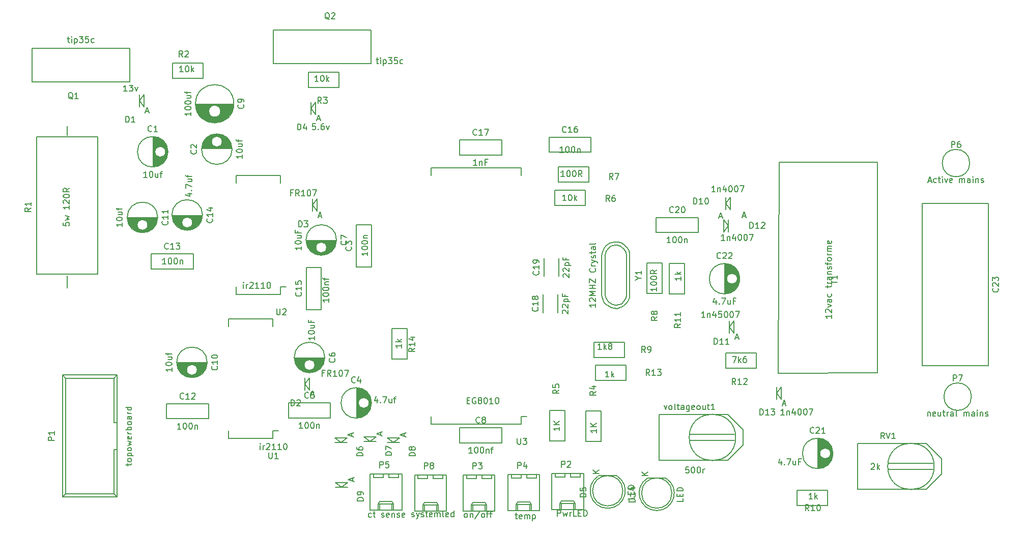
<source format=gto>
G04 #@! TF.FileFunction,Legend,Top*
%FSLAX46Y46*%
G04 Gerber Fmt 4.6, Leading zero omitted, Abs format (unit mm)*
G04 Created by KiCad (PCBNEW 4.0.3+e1-6302~38~ubuntu14.04.1-stable) date Sun Sep  4 15:17:47 2016*
%MOMM*%
%LPD*%
G01*
G04 APERTURE LIST*
%ADD10C,0.100000*%
%ADD11C,0.150000*%
G04 APERTURE END LIST*
D10*
D11*
X117530000Y-88890200D02*
X117530000Y-93888200D01*
X117670000Y-88898200D02*
X117670000Y-93880200D01*
X117810000Y-88914200D02*
X117810000Y-91294200D01*
X117810000Y-91484200D02*
X117810000Y-93864200D01*
X117950000Y-88938200D02*
X117950000Y-90899200D01*
X117950000Y-91879200D02*
X117950000Y-93840200D01*
X118090000Y-88971200D02*
X118090000Y-90732200D01*
X118090000Y-92046200D02*
X118090000Y-93807200D01*
X118230000Y-89012200D02*
X118230000Y-90625200D01*
X118230000Y-92153200D02*
X118230000Y-93766200D01*
X118370000Y-89062200D02*
X118370000Y-90554200D01*
X118370000Y-92224200D02*
X118370000Y-93716200D01*
X118510000Y-89123200D02*
X118510000Y-90510200D01*
X118510000Y-92268200D02*
X118510000Y-93655200D01*
X118650000Y-89193200D02*
X118650000Y-90491200D01*
X118650000Y-92287200D02*
X118650000Y-93585200D01*
X118790000Y-89275200D02*
X118790000Y-90493200D01*
X118790000Y-92285200D02*
X118790000Y-93503200D01*
X118930000Y-89370200D02*
X118930000Y-90518200D01*
X118930000Y-92260200D02*
X118930000Y-93408200D01*
X119070000Y-89481200D02*
X119070000Y-90566200D01*
X119070000Y-92212200D02*
X119070000Y-93297200D01*
X119210000Y-89609200D02*
X119210000Y-90644200D01*
X119210000Y-92134200D02*
X119210000Y-93169200D01*
X119350000Y-89758200D02*
X119350000Y-90761200D01*
X119350000Y-92017200D02*
X119350000Y-93020200D01*
X119490000Y-89937200D02*
X119490000Y-90949200D01*
X119490000Y-91829200D02*
X119490000Y-92841200D01*
X119630000Y-90156200D02*
X119630000Y-92622200D01*
X119770000Y-90445200D02*
X119770000Y-92333200D01*
X119910000Y-90917200D02*
X119910000Y-91861200D01*
X119605000Y-91389200D02*
G75*
G03X119605000Y-91389200I-900000J0D01*
G01*
X119992500Y-91389200D02*
G75*
G03X119992500Y-91389200I-2537500J0D01*
G01*
X125619000Y-90877000D02*
X130617000Y-90877000D01*
X125627000Y-90737000D02*
X130609000Y-90737000D01*
X125643000Y-90597000D02*
X128023000Y-90597000D01*
X128213000Y-90597000D02*
X130593000Y-90597000D01*
X125667000Y-90457000D02*
X127628000Y-90457000D01*
X128608000Y-90457000D02*
X130569000Y-90457000D01*
X125700000Y-90317000D02*
X127461000Y-90317000D01*
X128775000Y-90317000D02*
X130536000Y-90317000D01*
X125741000Y-90177000D02*
X127354000Y-90177000D01*
X128882000Y-90177000D02*
X130495000Y-90177000D01*
X125791000Y-90037000D02*
X127283000Y-90037000D01*
X128953000Y-90037000D02*
X130445000Y-90037000D01*
X125852000Y-89897000D02*
X127239000Y-89897000D01*
X128997000Y-89897000D02*
X130384000Y-89897000D01*
X125922000Y-89757000D02*
X127220000Y-89757000D01*
X129016000Y-89757000D02*
X130314000Y-89757000D01*
X126004000Y-89617000D02*
X127222000Y-89617000D01*
X129014000Y-89617000D02*
X130232000Y-89617000D01*
X126099000Y-89477000D02*
X127247000Y-89477000D01*
X128989000Y-89477000D02*
X130137000Y-89477000D01*
X126210000Y-89337000D02*
X127295000Y-89337000D01*
X128941000Y-89337000D02*
X130026000Y-89337000D01*
X126338000Y-89197000D02*
X127373000Y-89197000D01*
X128863000Y-89197000D02*
X129898000Y-89197000D01*
X126487000Y-89057000D02*
X127490000Y-89057000D01*
X128746000Y-89057000D02*
X129749000Y-89057000D01*
X126666000Y-88917000D02*
X127678000Y-88917000D01*
X128558000Y-88917000D02*
X129570000Y-88917000D01*
X126885000Y-88777000D02*
X129351000Y-88777000D01*
X127174000Y-88637000D02*
X129062000Y-88637000D01*
X127646000Y-88497000D02*
X128590000Y-88497000D01*
X129018000Y-89702000D02*
G75*
G03X129018000Y-89702000I-900000J0D01*
G01*
X130655500Y-90952000D02*
G75*
G03X130655500Y-90952000I-2537500J0D01*
G01*
X151353000Y-110550000D02*
X151353000Y-103550000D01*
X151353000Y-103550000D02*
X153853000Y-103550000D01*
X153853000Y-103550000D02*
X153853000Y-110550000D01*
X153853000Y-110550000D02*
X151353000Y-110550000D01*
X151388000Y-130699000D02*
X151388000Y-135697000D01*
X151528000Y-130707000D02*
X151528000Y-135689000D01*
X151668000Y-130723000D02*
X151668000Y-133103000D01*
X151668000Y-133293000D02*
X151668000Y-135673000D01*
X151808000Y-130747000D02*
X151808000Y-132708000D01*
X151808000Y-133688000D02*
X151808000Y-135649000D01*
X151948000Y-130780000D02*
X151948000Y-132541000D01*
X151948000Y-133855000D02*
X151948000Y-135616000D01*
X152088000Y-130821000D02*
X152088000Y-132434000D01*
X152088000Y-133962000D02*
X152088000Y-135575000D01*
X152228000Y-130871000D02*
X152228000Y-132363000D01*
X152228000Y-134033000D02*
X152228000Y-135525000D01*
X152368000Y-130932000D02*
X152368000Y-132319000D01*
X152368000Y-134077000D02*
X152368000Y-135464000D01*
X152508000Y-131002000D02*
X152508000Y-132300000D01*
X152508000Y-134096000D02*
X152508000Y-135394000D01*
X152648000Y-131084000D02*
X152648000Y-132302000D01*
X152648000Y-134094000D02*
X152648000Y-135312000D01*
X152788000Y-131179000D02*
X152788000Y-132327000D01*
X152788000Y-134069000D02*
X152788000Y-135217000D01*
X152928000Y-131290000D02*
X152928000Y-132375000D01*
X152928000Y-134021000D02*
X152928000Y-135106000D01*
X153068000Y-131418000D02*
X153068000Y-132453000D01*
X153068000Y-133943000D02*
X153068000Y-134978000D01*
X153208000Y-131567000D02*
X153208000Y-132570000D01*
X153208000Y-133826000D02*
X153208000Y-134829000D01*
X153348000Y-131746000D02*
X153348000Y-132758000D01*
X153348000Y-133638000D02*
X153348000Y-134650000D01*
X153488000Y-131965000D02*
X153488000Y-134431000D01*
X153628000Y-132254000D02*
X153628000Y-134142000D01*
X153768000Y-132726000D02*
X153768000Y-133670000D01*
X153463000Y-133198000D02*
G75*
G03X153463000Y-133198000I-900000J0D01*
G01*
X153850500Y-133198000D02*
G75*
G03X153850500Y-133198000I-2537500J0D01*
G01*
X140021000Y-133218000D02*
X147021000Y-133218000D01*
X147021000Y-133218000D02*
X147021000Y-135718000D01*
X147021000Y-135718000D02*
X140021000Y-135718000D01*
X140021000Y-135718000D02*
X140021000Y-133218000D01*
X146034000Y-125709000D02*
X141036000Y-125709000D01*
X146026000Y-125849000D02*
X141044000Y-125849000D01*
X146010000Y-125989000D02*
X143630000Y-125989000D01*
X143440000Y-125989000D02*
X141060000Y-125989000D01*
X145986000Y-126129000D02*
X144025000Y-126129000D01*
X143045000Y-126129000D02*
X141084000Y-126129000D01*
X145953000Y-126269000D02*
X144192000Y-126269000D01*
X142878000Y-126269000D02*
X141117000Y-126269000D01*
X145912000Y-126409000D02*
X144299000Y-126409000D01*
X142771000Y-126409000D02*
X141158000Y-126409000D01*
X145862000Y-126549000D02*
X144370000Y-126549000D01*
X142700000Y-126549000D02*
X141208000Y-126549000D01*
X145801000Y-126689000D02*
X144414000Y-126689000D01*
X142656000Y-126689000D02*
X141269000Y-126689000D01*
X145731000Y-126829000D02*
X144433000Y-126829000D01*
X142637000Y-126829000D02*
X141339000Y-126829000D01*
X145649000Y-126969000D02*
X144431000Y-126969000D01*
X142639000Y-126969000D02*
X141421000Y-126969000D01*
X145554000Y-127109000D02*
X144406000Y-127109000D01*
X142664000Y-127109000D02*
X141516000Y-127109000D01*
X145443000Y-127249000D02*
X144358000Y-127249000D01*
X142712000Y-127249000D02*
X141627000Y-127249000D01*
X145315000Y-127389000D02*
X144280000Y-127389000D01*
X142790000Y-127389000D02*
X141755000Y-127389000D01*
X145166000Y-127529000D02*
X144163000Y-127529000D01*
X142907000Y-127529000D02*
X141904000Y-127529000D01*
X144987000Y-127669000D02*
X143975000Y-127669000D01*
X143095000Y-127669000D02*
X142083000Y-127669000D01*
X144768000Y-127809000D02*
X142302000Y-127809000D01*
X144479000Y-127949000D02*
X142591000Y-127949000D01*
X144007000Y-128089000D02*
X143063000Y-128089000D01*
X144435000Y-126884000D02*
G75*
G03X144435000Y-126884000I-900000J0D01*
G01*
X146072500Y-125634000D02*
G75*
G03X146072500Y-125634000I-2537500J0D01*
G01*
X147990000Y-106151000D02*
X142992000Y-106151000D01*
X147982000Y-106291000D02*
X143000000Y-106291000D01*
X147966000Y-106431000D02*
X145586000Y-106431000D01*
X145396000Y-106431000D02*
X143016000Y-106431000D01*
X147942000Y-106571000D02*
X145981000Y-106571000D01*
X145001000Y-106571000D02*
X143040000Y-106571000D01*
X147909000Y-106711000D02*
X146148000Y-106711000D01*
X144834000Y-106711000D02*
X143073000Y-106711000D01*
X147868000Y-106851000D02*
X146255000Y-106851000D01*
X144727000Y-106851000D02*
X143114000Y-106851000D01*
X147818000Y-106991000D02*
X146326000Y-106991000D01*
X144656000Y-106991000D02*
X143164000Y-106991000D01*
X147757000Y-107131000D02*
X146370000Y-107131000D01*
X144612000Y-107131000D02*
X143225000Y-107131000D01*
X147687000Y-107271000D02*
X146389000Y-107271000D01*
X144593000Y-107271000D02*
X143295000Y-107271000D01*
X147605000Y-107411000D02*
X146387000Y-107411000D01*
X144595000Y-107411000D02*
X143377000Y-107411000D01*
X147510000Y-107551000D02*
X146362000Y-107551000D01*
X144620000Y-107551000D02*
X143472000Y-107551000D01*
X147399000Y-107691000D02*
X146314000Y-107691000D01*
X144668000Y-107691000D02*
X143583000Y-107691000D01*
X147271000Y-107831000D02*
X146236000Y-107831000D01*
X144746000Y-107831000D02*
X143711000Y-107831000D01*
X147122000Y-107971000D02*
X146119000Y-107971000D01*
X144863000Y-107971000D02*
X143860000Y-107971000D01*
X146943000Y-108111000D02*
X145931000Y-108111000D01*
X145051000Y-108111000D02*
X144039000Y-108111000D01*
X146724000Y-108251000D02*
X144258000Y-108251000D01*
X146435000Y-108391000D02*
X144547000Y-108391000D01*
X145963000Y-108531000D02*
X145019000Y-108531000D01*
X146391000Y-107326000D02*
G75*
G03X146391000Y-107326000I-900000J0D01*
G01*
X148028500Y-106076000D02*
G75*
G03X148028500Y-106076000I-2537500J0D01*
G01*
X168520000Y-137358000D02*
X175520000Y-137358000D01*
X175520000Y-137358000D02*
X175520000Y-139858000D01*
X175520000Y-139858000D02*
X168520000Y-139858000D01*
X168520000Y-139858000D02*
X168520000Y-137358000D01*
X130911000Y-83468600D02*
X124613000Y-83468600D01*
X130905000Y-83608600D02*
X124619000Y-83608600D01*
X130892000Y-83748600D02*
X128208000Y-83748600D01*
X127316000Y-83748600D02*
X124632000Y-83748600D01*
X130873000Y-83888600D02*
X128418000Y-83888600D01*
X127106000Y-83888600D02*
X124651000Y-83888600D01*
X130847000Y-84028600D02*
X128551000Y-84028600D01*
X126973000Y-84028600D02*
X124677000Y-84028600D01*
X130815000Y-84168600D02*
X128642000Y-84168600D01*
X126882000Y-84168600D02*
X124709000Y-84168600D01*
X130776000Y-84308600D02*
X128704000Y-84308600D01*
X126820000Y-84308600D02*
X124748000Y-84308600D01*
X130730000Y-84448600D02*
X128743000Y-84448600D01*
X126781000Y-84448600D02*
X124794000Y-84448600D01*
X130677000Y-84588600D02*
X128760000Y-84588600D01*
X126764000Y-84588600D02*
X124847000Y-84588600D01*
X130615000Y-84728600D02*
X128758000Y-84728600D01*
X126766000Y-84728600D02*
X124909000Y-84728600D01*
X130545000Y-84868600D02*
X128736000Y-84868600D01*
X126788000Y-84868600D02*
X124979000Y-84868600D01*
X130466000Y-85008600D02*
X128693000Y-85008600D01*
X126831000Y-85008600D02*
X125058000Y-85008600D01*
X130378000Y-85148600D02*
X128625000Y-85148600D01*
X126899000Y-85148600D02*
X125146000Y-85148600D01*
X130278000Y-85288600D02*
X128526000Y-85288600D01*
X126998000Y-85288600D02*
X125246000Y-85288600D01*
X130166000Y-85428600D02*
X128381000Y-85428600D01*
X127143000Y-85428600D02*
X125358000Y-85428600D01*
X130041000Y-85568600D02*
X128142000Y-85568600D01*
X127382000Y-85568600D02*
X125483000Y-85568600D01*
X129898000Y-85708600D02*
X125626000Y-85708600D01*
X129736000Y-85848600D02*
X125788000Y-85848600D01*
X129548000Y-85988600D02*
X125976000Y-85988600D01*
X129325000Y-86128600D02*
X126199000Y-86128600D01*
X129049000Y-86268600D02*
X126475000Y-86268600D01*
X128674000Y-86408600D02*
X126850000Y-86408600D01*
X128762000Y-84643600D02*
G75*
G03X128762000Y-84643600I-1000000J0D01*
G01*
X130949500Y-83393600D02*
G75*
G03X130949500Y-83393600I-3187500J0D01*
G01*
X126476000Y-126522000D02*
X121478000Y-126522000D01*
X126468000Y-126662000D02*
X121486000Y-126662000D01*
X126452000Y-126802000D02*
X124072000Y-126802000D01*
X123882000Y-126802000D02*
X121502000Y-126802000D01*
X126428000Y-126942000D02*
X124467000Y-126942000D01*
X123487000Y-126942000D02*
X121526000Y-126942000D01*
X126395000Y-127082000D02*
X124634000Y-127082000D01*
X123320000Y-127082000D02*
X121559000Y-127082000D01*
X126354000Y-127222000D02*
X124741000Y-127222000D01*
X123213000Y-127222000D02*
X121600000Y-127222000D01*
X126304000Y-127362000D02*
X124812000Y-127362000D01*
X123142000Y-127362000D02*
X121650000Y-127362000D01*
X126243000Y-127502000D02*
X124856000Y-127502000D01*
X123098000Y-127502000D02*
X121711000Y-127502000D01*
X126173000Y-127642000D02*
X124875000Y-127642000D01*
X123079000Y-127642000D02*
X121781000Y-127642000D01*
X126091000Y-127782000D02*
X124873000Y-127782000D01*
X123081000Y-127782000D02*
X121863000Y-127782000D01*
X125996000Y-127922000D02*
X124848000Y-127922000D01*
X123106000Y-127922000D02*
X121958000Y-127922000D01*
X125885000Y-128062000D02*
X124800000Y-128062000D01*
X123154000Y-128062000D02*
X122069000Y-128062000D01*
X125757000Y-128202000D02*
X124722000Y-128202000D01*
X123232000Y-128202000D02*
X122197000Y-128202000D01*
X125608000Y-128342000D02*
X124605000Y-128342000D01*
X123349000Y-128342000D02*
X122346000Y-128342000D01*
X125429000Y-128482000D02*
X124417000Y-128482000D01*
X123537000Y-128482000D02*
X122525000Y-128482000D01*
X125210000Y-128622000D02*
X122744000Y-128622000D01*
X124921000Y-128762000D02*
X123033000Y-128762000D01*
X124449000Y-128902000D02*
X123505000Y-128902000D01*
X124877000Y-127697000D02*
G75*
G03X124877000Y-127697000I-900000J0D01*
G01*
X126514500Y-126447000D02*
G75*
G03X126514500Y-126447000I-2537500J0D01*
G01*
X118247000Y-102392000D02*
X113249000Y-102392000D01*
X118239000Y-102532000D02*
X113257000Y-102532000D01*
X118223000Y-102672000D02*
X115843000Y-102672000D01*
X115653000Y-102672000D02*
X113273000Y-102672000D01*
X118199000Y-102812000D02*
X116238000Y-102812000D01*
X115258000Y-102812000D02*
X113297000Y-102812000D01*
X118166000Y-102952000D02*
X116405000Y-102952000D01*
X115091000Y-102952000D02*
X113330000Y-102952000D01*
X118125000Y-103092000D02*
X116512000Y-103092000D01*
X114984000Y-103092000D02*
X113371000Y-103092000D01*
X118075000Y-103232000D02*
X116583000Y-103232000D01*
X114913000Y-103232000D02*
X113421000Y-103232000D01*
X118014000Y-103372000D02*
X116627000Y-103372000D01*
X114869000Y-103372000D02*
X113482000Y-103372000D01*
X117944000Y-103512000D02*
X116646000Y-103512000D01*
X114850000Y-103512000D02*
X113552000Y-103512000D01*
X117862000Y-103652000D02*
X116644000Y-103652000D01*
X114852000Y-103652000D02*
X113634000Y-103652000D01*
X117767000Y-103792000D02*
X116619000Y-103792000D01*
X114877000Y-103792000D02*
X113729000Y-103792000D01*
X117656000Y-103932000D02*
X116571000Y-103932000D01*
X114925000Y-103932000D02*
X113840000Y-103932000D01*
X117528000Y-104072000D02*
X116493000Y-104072000D01*
X115003000Y-104072000D02*
X113968000Y-104072000D01*
X117379000Y-104212000D02*
X116376000Y-104212000D01*
X115120000Y-104212000D02*
X114117000Y-104212000D01*
X117200000Y-104352000D02*
X116188000Y-104352000D01*
X115308000Y-104352000D02*
X114296000Y-104352000D01*
X116981000Y-104492000D02*
X114515000Y-104492000D01*
X116692000Y-104632000D02*
X114804000Y-104632000D01*
X116220000Y-104772000D02*
X115276000Y-104772000D01*
X116648000Y-103567000D02*
G75*
G03X116648000Y-103567000I-900000J0D01*
G01*
X118285500Y-102317000D02*
G75*
G03X118285500Y-102317000I-2537500J0D01*
G01*
X119752000Y-133345000D02*
X126752000Y-133345000D01*
X126752000Y-133345000D02*
X126752000Y-135845000D01*
X126752000Y-135845000D02*
X119752000Y-135845000D01*
X119752000Y-135845000D02*
X119752000Y-133345000D01*
X117186000Y-108402000D02*
X124186000Y-108402000D01*
X124186000Y-108402000D02*
X124186000Y-110902000D01*
X124186000Y-110902000D02*
X117186000Y-110902000D01*
X117186000Y-110902000D02*
X117186000Y-108402000D01*
X125689000Y-101985000D02*
X120691000Y-101985000D01*
X125681000Y-102125000D02*
X120699000Y-102125000D01*
X125665000Y-102265000D02*
X123285000Y-102265000D01*
X123095000Y-102265000D02*
X120715000Y-102265000D01*
X125641000Y-102405000D02*
X123680000Y-102405000D01*
X122700000Y-102405000D02*
X120739000Y-102405000D01*
X125608000Y-102545000D02*
X123847000Y-102545000D01*
X122533000Y-102545000D02*
X120772000Y-102545000D01*
X125567000Y-102685000D02*
X123954000Y-102685000D01*
X122426000Y-102685000D02*
X120813000Y-102685000D01*
X125517000Y-102825000D02*
X124025000Y-102825000D01*
X122355000Y-102825000D02*
X120863000Y-102825000D01*
X125456000Y-102965000D02*
X124069000Y-102965000D01*
X122311000Y-102965000D02*
X120924000Y-102965000D01*
X125386000Y-103105000D02*
X124088000Y-103105000D01*
X122292000Y-103105000D02*
X120994000Y-103105000D01*
X125304000Y-103245000D02*
X124086000Y-103245000D01*
X122294000Y-103245000D02*
X121076000Y-103245000D01*
X125209000Y-103385000D02*
X124061000Y-103385000D01*
X122319000Y-103385000D02*
X121171000Y-103385000D01*
X125098000Y-103525000D02*
X124013000Y-103525000D01*
X122367000Y-103525000D02*
X121282000Y-103525000D01*
X124970000Y-103665000D02*
X123935000Y-103665000D01*
X122445000Y-103665000D02*
X121410000Y-103665000D01*
X124821000Y-103805000D02*
X123818000Y-103805000D01*
X122562000Y-103805000D02*
X121559000Y-103805000D01*
X124642000Y-103945000D02*
X123630000Y-103945000D01*
X122750000Y-103945000D02*
X121738000Y-103945000D01*
X124423000Y-104085000D02*
X121957000Y-104085000D01*
X124134000Y-104225000D02*
X122246000Y-104225000D01*
X123662000Y-104365000D02*
X122718000Y-104365000D01*
X124090000Y-103160000D02*
G75*
G03X124090000Y-103160000I-900000J0D01*
G01*
X125727500Y-101910000D02*
G75*
G03X125727500Y-101910000I-2537500J0D01*
G01*
X142997000Y-117662000D02*
X142997000Y-110662000D01*
X142997000Y-110662000D02*
X145497000Y-110662000D01*
X145497000Y-110662000D02*
X145497000Y-117662000D01*
X145497000Y-117662000D02*
X142997000Y-117662000D01*
X183379000Y-88970800D02*
X190379000Y-88970800D01*
X190379000Y-88970800D02*
X190379000Y-91470800D01*
X190379000Y-91470800D02*
X183379000Y-91470800D01*
X183379000Y-91470800D02*
X183379000Y-88970800D01*
X168494000Y-89428000D02*
X175494000Y-89428000D01*
X175494000Y-89428000D02*
X175494000Y-91928000D01*
X175494000Y-91928000D02*
X168494000Y-91928000D01*
X168494000Y-91928000D02*
X168494000Y-89428000D01*
X182367000Y-118157000D02*
X182367000Y-115157000D01*
X184867000Y-115157000D02*
X184867000Y-118157000D01*
X182519000Y-112137000D02*
X182519000Y-109137000D01*
X185019000Y-109137000D02*
X185019000Y-112137000D01*
X201209000Y-102331000D02*
X208209000Y-102331000D01*
X208209000Y-102331000D02*
X208209000Y-104831000D01*
X208209000Y-104831000D02*
X201209000Y-104831000D01*
X201209000Y-104831000D02*
X201209000Y-102331000D01*
X228147000Y-139106000D02*
X228147000Y-144104000D01*
X228287000Y-139114000D02*
X228287000Y-144096000D01*
X228427000Y-139130000D02*
X228427000Y-141510000D01*
X228427000Y-141700000D02*
X228427000Y-144080000D01*
X228567000Y-139154000D02*
X228567000Y-141115000D01*
X228567000Y-142095000D02*
X228567000Y-144056000D01*
X228707000Y-139187000D02*
X228707000Y-140948000D01*
X228707000Y-142262000D02*
X228707000Y-144023000D01*
X228847000Y-139228000D02*
X228847000Y-140841000D01*
X228847000Y-142369000D02*
X228847000Y-143982000D01*
X228987000Y-139278000D02*
X228987000Y-140770000D01*
X228987000Y-142440000D02*
X228987000Y-143932000D01*
X229127000Y-139339000D02*
X229127000Y-140726000D01*
X229127000Y-142484000D02*
X229127000Y-143871000D01*
X229267000Y-139409000D02*
X229267000Y-140707000D01*
X229267000Y-142503000D02*
X229267000Y-143801000D01*
X229407000Y-139491000D02*
X229407000Y-140709000D01*
X229407000Y-142501000D02*
X229407000Y-143719000D01*
X229547000Y-139586000D02*
X229547000Y-140734000D01*
X229547000Y-142476000D02*
X229547000Y-143624000D01*
X229687000Y-139697000D02*
X229687000Y-140782000D01*
X229687000Y-142428000D02*
X229687000Y-143513000D01*
X229827000Y-139825000D02*
X229827000Y-140860000D01*
X229827000Y-142350000D02*
X229827000Y-143385000D01*
X229967000Y-139974000D02*
X229967000Y-140977000D01*
X229967000Y-142233000D02*
X229967000Y-143236000D01*
X230107000Y-140153000D02*
X230107000Y-141165000D01*
X230107000Y-142045000D02*
X230107000Y-143057000D01*
X230247000Y-140372000D02*
X230247000Y-142838000D01*
X230387000Y-140661000D02*
X230387000Y-142549000D01*
X230527000Y-141133000D02*
X230527000Y-142077000D01*
X230222000Y-141605000D02*
G75*
G03X230222000Y-141605000I-900000J0D01*
G01*
X230609500Y-141605000D02*
G75*
G03X230609500Y-141605000I-2537500J0D01*
G01*
X212653000Y-110023000D02*
X212653000Y-115021000D01*
X212793000Y-110031000D02*
X212793000Y-115013000D01*
X212933000Y-110047000D02*
X212933000Y-112427000D01*
X212933000Y-112617000D02*
X212933000Y-114997000D01*
X213073000Y-110071000D02*
X213073000Y-112032000D01*
X213073000Y-113012000D02*
X213073000Y-114973000D01*
X213213000Y-110104000D02*
X213213000Y-111865000D01*
X213213000Y-113179000D02*
X213213000Y-114940000D01*
X213353000Y-110145000D02*
X213353000Y-111758000D01*
X213353000Y-113286000D02*
X213353000Y-114899000D01*
X213493000Y-110195000D02*
X213493000Y-111687000D01*
X213493000Y-113357000D02*
X213493000Y-114849000D01*
X213633000Y-110256000D02*
X213633000Y-111643000D01*
X213633000Y-113401000D02*
X213633000Y-114788000D01*
X213773000Y-110326000D02*
X213773000Y-111624000D01*
X213773000Y-113420000D02*
X213773000Y-114718000D01*
X213913000Y-110408000D02*
X213913000Y-111626000D01*
X213913000Y-113418000D02*
X213913000Y-114636000D01*
X214053000Y-110503000D02*
X214053000Y-111651000D01*
X214053000Y-113393000D02*
X214053000Y-114541000D01*
X214193000Y-110614000D02*
X214193000Y-111699000D01*
X214193000Y-113345000D02*
X214193000Y-114430000D01*
X214333000Y-110742000D02*
X214333000Y-111777000D01*
X214333000Y-113267000D02*
X214333000Y-114302000D01*
X214473000Y-110891000D02*
X214473000Y-111894000D01*
X214473000Y-113150000D02*
X214473000Y-114153000D01*
X214613000Y-111070000D02*
X214613000Y-112082000D01*
X214613000Y-112962000D02*
X214613000Y-113974000D01*
X214753000Y-111289000D02*
X214753000Y-113755000D01*
X214893000Y-111578000D02*
X214893000Y-113466000D01*
X215033000Y-112050000D02*
X215033000Y-112994000D01*
X214728000Y-112522000D02*
G75*
G03X214728000Y-112522000I-900000J0D01*
G01*
X215115500Y-112522000D02*
G75*
G03X215115500Y-112522000I-2537500J0D01*
G01*
X115240000Y-82854800D02*
X116002000Y-83870800D01*
X115240000Y-82854800D02*
X116002000Y-81838800D01*
X115240000Y-81838800D02*
X115240000Y-83870800D01*
X116002000Y-81838800D02*
X116002000Y-83870800D01*
X142748000Y-130048000D02*
X143510000Y-131064000D01*
X142748000Y-130048000D02*
X143510000Y-129032000D01*
X142748000Y-129032000D02*
X142748000Y-131064000D01*
X143510000Y-129032000D02*
X143510000Y-131064000D01*
X143993000Y-100279000D02*
X144755000Y-101295000D01*
X143993000Y-100279000D02*
X144755000Y-99263000D01*
X143993000Y-99263000D02*
X143993000Y-101295000D01*
X144755000Y-99263000D02*
X144755000Y-101295000D01*
X143815000Y-84124800D02*
X144577000Y-85140800D01*
X143815000Y-84124800D02*
X144577000Y-83108800D01*
X143815000Y-83108800D02*
X143815000Y-85140800D01*
X144577000Y-83108800D02*
X144577000Y-85140800D01*
X191617096Y-145343112D02*
G75*
G03X194642000Y-145328000I1524904J-2484888D01*
G01*
X191642000Y-145328000D02*
X194642000Y-145328000D01*
X195659936Y-147828000D02*
G75*
G03X195659936Y-147828000I-2517936J0D01*
G01*
X148768000Y-139751000D02*
X149784000Y-138989000D01*
X148768000Y-139751000D02*
X147752000Y-138989000D01*
X147752000Y-139751000D02*
X149784000Y-139751000D01*
X147752000Y-138989000D02*
X149784000Y-138989000D01*
X153568000Y-139649000D02*
X154584000Y-138887000D01*
X153568000Y-139649000D02*
X152552000Y-138887000D01*
X152552000Y-139649000D02*
X154584000Y-139649000D01*
X152552000Y-138887000D02*
X154584000Y-138887000D01*
X157480000Y-139751000D02*
X158496000Y-138989000D01*
X157480000Y-139751000D02*
X156464000Y-138989000D01*
X156464000Y-139751000D02*
X158496000Y-139751000D01*
X156464000Y-138989000D02*
X158496000Y-138989000D01*
X148869000Y-147218000D02*
X149885000Y-146456000D01*
X148869000Y-147218000D02*
X147853000Y-146456000D01*
X147853000Y-147218000D02*
X149885000Y-147218000D01*
X147853000Y-146456000D02*
X149885000Y-146456000D01*
X212750000Y-99999800D02*
X213512000Y-101015800D01*
X212750000Y-99999800D02*
X213512000Y-98983800D01*
X212750000Y-98983800D02*
X212750000Y-101015800D01*
X213512000Y-98983800D02*
X213512000Y-101015800D01*
X213360000Y-120523000D02*
X214122000Y-121539000D01*
X213360000Y-120523000D02*
X214122000Y-119507000D01*
X213360000Y-119507000D02*
X213360000Y-121539000D01*
X214122000Y-119507000D02*
X214122000Y-121539000D01*
X213208000Y-103683000D02*
X212446000Y-102667000D01*
X213208000Y-103683000D02*
X212446000Y-104699000D01*
X213208000Y-104699000D02*
X213208000Y-102667000D01*
X212446000Y-104699000D02*
X212446000Y-102667000D01*
X221209000Y-131572000D02*
X221971000Y-132588000D01*
X221209000Y-131572000D02*
X221971000Y-130556000D01*
X221209000Y-130556000D02*
X221209000Y-132588000D01*
X221971000Y-130556000D02*
X221971000Y-132588000D01*
X199770096Y-145724112D02*
G75*
G03X202795000Y-145709000I1524904J-2484888D01*
G01*
X199795000Y-145709000D02*
X202795000Y-145709000D01*
X203812936Y-148209000D02*
G75*
G03X203812936Y-148209000I-2517936J0D01*
G01*
X102435000Y-148869000D02*
X102435000Y-128549000D01*
X102985000Y-148329000D02*
X102985000Y-129109000D01*
X111535000Y-148869000D02*
X111535000Y-128549000D01*
X110985000Y-148329000D02*
X110985000Y-140959000D01*
X110985000Y-136459000D02*
X110985000Y-129109000D01*
X110985000Y-140959000D02*
X111535000Y-140959000D01*
X110985000Y-136459000D02*
X111535000Y-136459000D01*
X102435000Y-148869000D02*
X111535000Y-148869000D01*
X102985000Y-148329000D02*
X110985000Y-148329000D01*
X102435000Y-128549000D02*
X111535000Y-128549000D01*
X102985000Y-129109000D02*
X110985000Y-129109000D01*
X102435000Y-148869000D02*
X102985000Y-148329000D01*
X102435000Y-128549000D02*
X102985000Y-129109000D01*
X111535000Y-148869000D02*
X110985000Y-148329000D01*
X111535000Y-128549000D02*
X110985000Y-129109000D01*
X183847000Y-144935000D02*
X183847000Y-150935000D01*
X183847000Y-150935000D02*
X189127000Y-150935000D01*
X189127000Y-150935000D02*
X189127000Y-144935000D01*
X189127000Y-144935000D02*
X183847000Y-144935000D01*
X185217000Y-150935000D02*
X185217000Y-149935000D01*
X185217000Y-149935000D02*
X187757000Y-149935000D01*
X187757000Y-149935000D02*
X187757000Y-150935000D01*
X185217000Y-149935000D02*
X185467000Y-149505000D01*
X185467000Y-149505000D02*
X187507000Y-149505000D01*
X187507000Y-149505000D02*
X187757000Y-149935000D01*
X185467000Y-150935000D02*
X185467000Y-149935000D01*
X187507000Y-150935000D02*
X187507000Y-149935000D01*
X184417000Y-144935000D02*
X184417000Y-145555000D01*
X184417000Y-145555000D02*
X186017000Y-145555000D01*
X186017000Y-145555000D02*
X186017000Y-144935000D01*
X186957000Y-144935000D02*
X186957000Y-145555000D01*
X186957000Y-145555000D02*
X188557000Y-145555000D01*
X188557000Y-145555000D02*
X188557000Y-144935000D01*
X169089000Y-145189000D02*
X169089000Y-151189000D01*
X169089000Y-151189000D02*
X174369000Y-151189000D01*
X174369000Y-151189000D02*
X174369000Y-145189000D01*
X174369000Y-145189000D02*
X169089000Y-145189000D01*
X170459000Y-151189000D02*
X170459000Y-150189000D01*
X170459000Y-150189000D02*
X172999000Y-150189000D01*
X172999000Y-150189000D02*
X172999000Y-151189000D01*
X170459000Y-150189000D02*
X170709000Y-149759000D01*
X170709000Y-149759000D02*
X172749000Y-149759000D01*
X172749000Y-149759000D02*
X172999000Y-150189000D01*
X170709000Y-151189000D02*
X170709000Y-150189000D01*
X172749000Y-151189000D02*
X172749000Y-150189000D01*
X169659000Y-145189000D02*
X169659000Y-145809000D01*
X169659000Y-145809000D02*
X171259000Y-145809000D01*
X171259000Y-145809000D02*
X171259000Y-145189000D01*
X172199000Y-145189000D02*
X172199000Y-145809000D01*
X172199000Y-145809000D02*
X173799000Y-145809000D01*
X173799000Y-145809000D02*
X173799000Y-145189000D01*
X176557000Y-145113000D02*
X176557000Y-151113000D01*
X176557000Y-151113000D02*
X181837000Y-151113000D01*
X181837000Y-151113000D02*
X181837000Y-145113000D01*
X181837000Y-145113000D02*
X176557000Y-145113000D01*
X177927000Y-151113000D02*
X177927000Y-150113000D01*
X177927000Y-150113000D02*
X180467000Y-150113000D01*
X180467000Y-150113000D02*
X180467000Y-151113000D01*
X177927000Y-150113000D02*
X178177000Y-149683000D01*
X178177000Y-149683000D02*
X180217000Y-149683000D01*
X180217000Y-149683000D02*
X180467000Y-150113000D01*
X178177000Y-151113000D02*
X178177000Y-150113000D01*
X180217000Y-151113000D02*
X180217000Y-150113000D01*
X177127000Y-145113000D02*
X177127000Y-145733000D01*
X177127000Y-145733000D02*
X178727000Y-145733000D01*
X178727000Y-145733000D02*
X178727000Y-145113000D01*
X179667000Y-145113000D02*
X179667000Y-145733000D01*
X179667000Y-145733000D02*
X181267000Y-145733000D01*
X181267000Y-145733000D02*
X181267000Y-145113000D01*
X153621000Y-145011000D02*
X153621000Y-151011000D01*
X153621000Y-151011000D02*
X158901000Y-151011000D01*
X158901000Y-151011000D02*
X158901000Y-145011000D01*
X158901000Y-145011000D02*
X153621000Y-145011000D01*
X154991000Y-151011000D02*
X154991000Y-150011000D01*
X154991000Y-150011000D02*
X157531000Y-150011000D01*
X157531000Y-150011000D02*
X157531000Y-151011000D01*
X154991000Y-150011000D02*
X155241000Y-149581000D01*
X155241000Y-149581000D02*
X157281000Y-149581000D01*
X157281000Y-149581000D02*
X157531000Y-150011000D01*
X155241000Y-151011000D02*
X155241000Y-150011000D01*
X157281000Y-151011000D02*
X157281000Y-150011000D01*
X154191000Y-145011000D02*
X154191000Y-145631000D01*
X154191000Y-145631000D02*
X155791000Y-145631000D01*
X155791000Y-145631000D02*
X155791000Y-145011000D01*
X156731000Y-145011000D02*
X156731000Y-145631000D01*
X156731000Y-145631000D02*
X158331000Y-145631000D01*
X158331000Y-145631000D02*
X158331000Y-145011000D01*
X253365000Y-93268800D02*
G75*
G03X253365000Y-93268800I-2286000J0D01*
G01*
X253644000Y-132156000D02*
G75*
G03X253644000Y-132156000I-2286000J0D01*
G01*
X161012000Y-145189000D02*
X161012000Y-151189000D01*
X161012000Y-151189000D02*
X166292000Y-151189000D01*
X166292000Y-151189000D02*
X166292000Y-145189000D01*
X166292000Y-145189000D02*
X161012000Y-145189000D01*
X162382000Y-151189000D02*
X162382000Y-150189000D01*
X162382000Y-150189000D02*
X164922000Y-150189000D01*
X164922000Y-150189000D02*
X164922000Y-151189000D01*
X162382000Y-150189000D02*
X162632000Y-149759000D01*
X162632000Y-149759000D02*
X164672000Y-149759000D01*
X164672000Y-149759000D02*
X164922000Y-150189000D01*
X162632000Y-151189000D02*
X162632000Y-150189000D01*
X164672000Y-151189000D02*
X164672000Y-150189000D01*
X161582000Y-145189000D02*
X161582000Y-145809000D01*
X161582000Y-145809000D02*
X163182000Y-145809000D01*
X163182000Y-145809000D02*
X163182000Y-145189000D01*
X164122000Y-145189000D02*
X164122000Y-145809000D01*
X164122000Y-145809000D02*
X165722000Y-145809000D01*
X165722000Y-145809000D02*
X165722000Y-145189000D01*
X97409000Y-74193400D02*
X97409000Y-79781400D01*
X97409000Y-79781400D02*
X113665000Y-79781400D01*
X113665000Y-79781400D02*
X113665000Y-74193400D01*
X113665000Y-74193400D02*
X97409000Y-74193400D01*
X153797000Y-76682600D02*
X153797000Y-71094600D01*
X153797000Y-71094600D02*
X137541000Y-71094600D01*
X137541000Y-71094600D02*
X137541000Y-76682600D01*
X137541000Y-76682600D02*
X153797000Y-76682600D01*
X103226000Y-112015240D02*
X103226000Y-114047240D01*
X103226000Y-88647240D02*
X103226000Y-87123240D01*
X98146000Y-111761240D02*
X98146000Y-88901240D01*
X98146000Y-88901240D02*
X108306000Y-88901240D01*
X108306000Y-88901240D02*
X108306000Y-111761240D01*
X108306000Y-111761240D02*
X98146000Y-111761240D01*
X125857000Y-79146400D02*
X120777000Y-79146400D01*
X120777000Y-79146400D02*
X120777000Y-76606400D01*
X120777000Y-76606400D02*
X125857000Y-76606400D01*
X125857000Y-76606400D02*
X125857000Y-79146400D01*
X148463000Y-80645000D02*
X143383000Y-80645000D01*
X143383000Y-80645000D02*
X143383000Y-78105000D01*
X143383000Y-78105000D02*
X148463000Y-78105000D01*
X148463000Y-78105000D02*
X148463000Y-80645000D01*
X192075000Y-134518000D02*
X192075000Y-139598000D01*
X192075000Y-139598000D02*
X189535000Y-139598000D01*
X189535000Y-139598000D02*
X189535000Y-134518000D01*
X189535000Y-134518000D02*
X192075000Y-134518000D01*
X186030000Y-134417000D02*
X186030000Y-139497000D01*
X186030000Y-139497000D02*
X183490000Y-139497000D01*
X183490000Y-139497000D02*
X183490000Y-134417000D01*
X183490000Y-134417000D02*
X186030000Y-134417000D01*
X184302000Y-97790000D02*
X189382000Y-97790000D01*
X189382000Y-97790000D02*
X189382000Y-100330000D01*
X189382000Y-100330000D02*
X184302000Y-100330000D01*
X184302000Y-100330000D02*
X184302000Y-97790000D01*
X189967000Y-96469200D02*
X184887000Y-96469200D01*
X184887000Y-96469200D02*
X184887000Y-93929200D01*
X184887000Y-93929200D02*
X189967000Y-93929200D01*
X189967000Y-93929200D02*
X189967000Y-96469200D01*
X203403000Y-115062000D02*
X203403000Y-109982000D01*
X203403000Y-109982000D02*
X205943000Y-109982000D01*
X205943000Y-109982000D02*
X205943000Y-115062000D01*
X205943000Y-115062000D02*
X203403000Y-115062000D01*
X190830000Y-123063000D02*
X195910000Y-123063000D01*
X195910000Y-123063000D02*
X195910000Y-125603000D01*
X195910000Y-125603000D02*
X190830000Y-125603000D01*
X190830000Y-125603000D02*
X190830000Y-123063000D01*
X224663000Y-147701000D02*
X229743000Y-147701000D01*
X229743000Y-147701000D02*
X229743000Y-150241000D01*
X229743000Y-150241000D02*
X224663000Y-150241000D01*
X224663000Y-150241000D02*
X224663000Y-147701000D01*
X202184000Y-109855000D02*
X202184000Y-114935000D01*
X202184000Y-114935000D02*
X199644000Y-114935000D01*
X199644000Y-114935000D02*
X199644000Y-109855000D01*
X199644000Y-109855000D02*
X202184000Y-109855000D01*
X217856000Y-127432000D02*
X212776000Y-127432000D01*
X212776000Y-127432000D02*
X212776000Y-124892000D01*
X212776000Y-124892000D02*
X217856000Y-124892000D01*
X217856000Y-124892000D02*
X217856000Y-127432000D01*
X191135000Y-126898000D02*
X196215000Y-126898000D01*
X196215000Y-126898000D02*
X196215000Y-129438000D01*
X196215000Y-129438000D02*
X191135000Y-129438000D01*
X191135000Y-129438000D02*
X191135000Y-126898000D01*
X159817000Y-120777000D02*
X159817000Y-125857000D01*
X159817000Y-125857000D02*
X157277000Y-125857000D01*
X157277000Y-125857000D02*
X157277000Y-120777000D01*
X157277000Y-120777000D02*
X159817000Y-120777000D01*
X234696000Y-139954000D02*
X246126000Y-139954000D01*
X246126000Y-139954000D02*
X248666000Y-142494000D01*
X248666000Y-142494000D02*
X248666000Y-145034000D01*
X248666000Y-145034000D02*
X246126000Y-147574000D01*
X246126000Y-147574000D02*
X234696000Y-147574000D01*
X234696000Y-147574000D02*
X234696000Y-139954000D01*
X243078000Y-139954000D02*
X244221000Y-139954000D01*
X243967000Y-147574000D02*
X243078000Y-147574000D01*
X239776000Y-143256000D02*
X247269000Y-143256000D01*
X239776000Y-144272000D02*
X247269000Y-144272000D01*
X247448554Y-143764000D02*
G75*
G03X247448554Y-143764000I-3862554J0D01*
G01*
X221513000Y-128270000D02*
X238023000Y-128143000D01*
X238023000Y-128143000D02*
X238023000Y-93091000D01*
X238023000Y-93091000D02*
X221640000Y-93091000D01*
X221640000Y-93091000D02*
X221513000Y-128270000D01*
X137406000Y-139074000D02*
X137406000Y-137804000D01*
X130056000Y-139074000D02*
X130056000Y-137804000D01*
X130056000Y-119244000D02*
X130056000Y-120514000D01*
X137406000Y-119244000D02*
X137406000Y-120514000D01*
X137406000Y-139074000D02*
X130056000Y-139074000D01*
X137406000Y-119244000D02*
X130056000Y-119244000D01*
X137406000Y-137804000D02*
X138341000Y-137804000D01*
X138701000Y-115147000D02*
X138701000Y-113877000D01*
X131351000Y-115147000D02*
X131351000Y-113877000D01*
X131351000Y-95317000D02*
X131351000Y-96587000D01*
X138701000Y-95317000D02*
X138701000Y-96587000D01*
X138701000Y-115147000D02*
X131351000Y-115147000D01*
X138701000Y-95317000D02*
X131351000Y-95317000D01*
X138701000Y-113877000D02*
X139636000Y-113877000D01*
X178732000Y-136712000D02*
X178732000Y-135442000D01*
X163762000Y-136712000D02*
X163762000Y-135442000D01*
X163762000Y-94022000D02*
X163762000Y-95292000D01*
X178732000Y-94022000D02*
X178732000Y-95292000D01*
X178732000Y-136712000D02*
X163762000Y-136712000D01*
X178732000Y-94022000D02*
X163762000Y-94022000D01*
X178732000Y-135442000D02*
X179667000Y-135442000D01*
X201676000Y-135128000D02*
X213106000Y-135128000D01*
X213106000Y-135128000D02*
X215646000Y-137668000D01*
X215646000Y-137668000D02*
X215646000Y-140208000D01*
X215646000Y-140208000D02*
X213106000Y-142748000D01*
X213106000Y-142748000D02*
X201676000Y-142748000D01*
X201676000Y-142748000D02*
X201676000Y-135128000D01*
X210058000Y-135128000D02*
X211201000Y-135128000D01*
X210947000Y-142748000D02*
X210058000Y-142748000D01*
X206756000Y-138430000D02*
X214249000Y-138430000D01*
X206756000Y-139446000D02*
X214249000Y-139446000D01*
X214428554Y-138938000D02*
G75*
G03X214428554Y-138938000I-3862554J0D01*
G01*
X195488760Y-116637000D02*
X195087440Y-116837660D01*
X195087440Y-116837660D02*
X194488000Y-116939260D01*
X194488000Y-116939260D02*
X193987620Y-116837660D01*
X193987620Y-116837660D02*
X193289120Y-116438880D01*
X193289120Y-116438880D02*
X192887800Y-115836900D01*
X192887800Y-115836900D02*
X192687140Y-115237460D01*
X192687140Y-115237460D02*
X192687140Y-108638540D01*
X192687140Y-108638540D02*
X192887800Y-107937500D01*
X192887800Y-107937500D02*
X193187520Y-107538720D01*
X193187520Y-107538720D02*
X193687900Y-107137400D01*
X193687900Y-107137400D02*
X194287340Y-106936740D01*
X194287340Y-106936740D02*
X194787720Y-106936740D01*
X194787720Y-106936740D02*
X195288100Y-107137400D01*
X195288100Y-107137400D02*
X195887540Y-107637780D01*
X195887540Y-107637780D02*
X196187260Y-108138160D01*
X196187260Y-108138160D02*
X196288860Y-108638540D01*
X196288860Y-108737600D02*
X196288860Y-115339060D01*
X196288860Y-115339060D02*
X196187260Y-115737840D01*
X196187260Y-115737840D02*
X195887540Y-116238220D01*
X195887540Y-116238220D02*
X195387160Y-116738600D01*
X196817180Y-108747760D02*
X196768920Y-108288020D01*
X196768920Y-108288020D02*
X196657160Y-107889240D01*
X196657160Y-107889240D02*
X196438720Y-107457440D01*
X196438720Y-107457440D02*
X196207580Y-107167880D01*
X196207580Y-107167880D02*
X195857060Y-106837680D01*
X195857060Y-106837680D02*
X195318580Y-106548120D01*
X195318580Y-106548120D02*
X194719140Y-106418580D01*
X194719140Y-106418580D02*
X194208600Y-106418580D01*
X194208600Y-106418580D02*
X193507560Y-106588760D01*
X193507560Y-106588760D02*
X192918280Y-106987540D01*
X192918280Y-106987540D02*
X192547440Y-107447280D01*
X192547440Y-107447280D02*
X192339160Y-107868920D01*
X192339160Y-107868920D02*
X192179140Y-108318500D01*
X192179140Y-108318500D02*
X192148660Y-108757920D01*
X192367100Y-116098520D02*
X192588080Y-116476980D01*
X192588080Y-116476980D02*
X192867480Y-116797020D01*
X192867480Y-116797020D02*
X193197680Y-117048480D01*
X193197680Y-117048480D02*
X193748860Y-117348200D01*
X193748860Y-117348200D02*
X194218760Y-117457420D01*
X194218760Y-117457420D02*
X194678500Y-117477740D01*
X194678500Y-117477740D02*
X195138240Y-117388840D01*
X195138240Y-117388840D02*
X195587820Y-117198340D01*
X195587820Y-117198340D02*
X196057720Y-116837660D01*
X196057720Y-116837660D02*
X196377760Y-116487140D01*
X196377760Y-116487140D02*
X196608900Y-116098520D01*
X196608900Y-116098520D02*
X196748600Y-115669260D01*
X196748600Y-115669260D02*
X196817180Y-115227300D01*
X192158820Y-108737600D02*
X192158820Y-115189200D01*
X192158820Y-115189200D02*
X192196920Y-115608300D01*
X192196920Y-115608300D02*
X192367100Y-116098520D01*
X196817180Y-108737600D02*
X196817180Y-115189200D01*
X256452000Y-99989000D02*
X256452000Y-126989000D01*
X256452000Y-126989000D02*
X245452000Y-126989000D01*
X245452000Y-126989000D02*
X245452000Y-99989000D01*
X245452000Y-99989000D02*
X256452000Y-99989000D01*
X117288334Y-87946343D02*
X117240715Y-87993962D01*
X117097858Y-88041581D01*
X117002620Y-88041581D01*
X116859762Y-87993962D01*
X116764524Y-87898724D01*
X116716905Y-87803486D01*
X116669286Y-87613010D01*
X116669286Y-87470152D01*
X116716905Y-87279676D01*
X116764524Y-87184438D01*
X116859762Y-87089200D01*
X117002620Y-87041581D01*
X117097858Y-87041581D01*
X117240715Y-87089200D01*
X117288334Y-87136819D01*
X118240715Y-88041581D02*
X117669286Y-88041581D01*
X117955000Y-88041581D02*
X117955000Y-87041581D01*
X117859762Y-87184438D01*
X117764524Y-87279676D01*
X117669286Y-87327295D01*
X116526429Y-95641581D02*
X115955000Y-95641581D01*
X116240714Y-95641581D02*
X116240714Y-94641581D01*
X116145476Y-94784438D01*
X116050238Y-94879676D01*
X115955000Y-94927295D01*
X117145476Y-94641581D02*
X117240715Y-94641581D01*
X117335953Y-94689200D01*
X117383572Y-94736819D01*
X117431191Y-94832057D01*
X117478810Y-95022533D01*
X117478810Y-95260629D01*
X117431191Y-95451105D01*
X117383572Y-95546343D01*
X117335953Y-95593962D01*
X117240715Y-95641581D01*
X117145476Y-95641581D01*
X117050238Y-95593962D01*
X117002619Y-95546343D01*
X116955000Y-95451105D01*
X116907381Y-95260629D01*
X116907381Y-95022533D01*
X116955000Y-94832057D01*
X117002619Y-94736819D01*
X117050238Y-94689200D01*
X117145476Y-94641581D01*
X118335953Y-94974914D02*
X118335953Y-95641581D01*
X117907381Y-94974914D02*
X117907381Y-95498724D01*
X117955000Y-95593962D01*
X118050238Y-95641581D01*
X118193096Y-95641581D01*
X118288334Y-95593962D01*
X118335953Y-95546343D01*
X118669286Y-94974914D02*
X119050238Y-94974914D01*
X118812143Y-95641581D02*
X118812143Y-94784438D01*
X118859762Y-94689200D01*
X118955000Y-94641581D01*
X119050238Y-94641581D01*
X124675143Y-91118666D02*
X124722762Y-91166285D01*
X124770381Y-91309142D01*
X124770381Y-91404380D01*
X124722762Y-91547238D01*
X124627524Y-91642476D01*
X124532286Y-91690095D01*
X124341810Y-91737714D01*
X124198952Y-91737714D01*
X124008476Y-91690095D01*
X123913238Y-91642476D01*
X123818000Y-91547238D01*
X123770381Y-91404380D01*
X123770381Y-91309142D01*
X123818000Y-91166285D01*
X123865619Y-91118666D01*
X123865619Y-90737714D02*
X123818000Y-90690095D01*
X123770381Y-90594857D01*
X123770381Y-90356761D01*
X123818000Y-90261523D01*
X123865619Y-90213904D01*
X123960857Y-90166285D01*
X124056095Y-90166285D01*
X124198952Y-90213904D01*
X124770381Y-90785333D01*
X124770381Y-90166285D01*
X132370381Y-91880571D02*
X132370381Y-92452000D01*
X132370381Y-92166286D02*
X131370381Y-92166286D01*
X131513238Y-92261524D01*
X131608476Y-92356762D01*
X131656095Y-92452000D01*
X131370381Y-91261524D02*
X131370381Y-91166285D01*
X131418000Y-91071047D01*
X131465619Y-91023428D01*
X131560857Y-90975809D01*
X131751333Y-90928190D01*
X131989429Y-90928190D01*
X132179905Y-90975809D01*
X132275143Y-91023428D01*
X132322762Y-91071047D01*
X132370381Y-91166285D01*
X132370381Y-91261524D01*
X132322762Y-91356762D01*
X132275143Y-91404381D01*
X132179905Y-91452000D01*
X131989429Y-91499619D01*
X131751333Y-91499619D01*
X131560857Y-91452000D01*
X131465619Y-91404381D01*
X131418000Y-91356762D01*
X131370381Y-91261524D01*
X131703714Y-90071047D02*
X132370381Y-90071047D01*
X131703714Y-90499619D02*
X132227524Y-90499619D01*
X132322762Y-90452000D01*
X132370381Y-90356762D01*
X132370381Y-90213904D01*
X132322762Y-90118666D01*
X132275143Y-90071047D01*
X131703714Y-89737714D02*
X131703714Y-89356762D01*
X132370381Y-89594857D02*
X131513238Y-89594857D01*
X131418000Y-89547238D01*
X131370381Y-89452000D01*
X131370381Y-89356762D01*
X150460143Y-107216666D02*
X150507762Y-107264285D01*
X150555381Y-107407142D01*
X150555381Y-107502380D01*
X150507762Y-107645238D01*
X150412524Y-107740476D01*
X150317286Y-107788095D01*
X150126810Y-107835714D01*
X149983952Y-107835714D01*
X149793476Y-107788095D01*
X149698238Y-107740476D01*
X149603000Y-107645238D01*
X149555381Y-107502380D01*
X149555381Y-107407142D01*
X149603000Y-107264285D01*
X149650619Y-107216666D01*
X149555381Y-106883333D02*
X149555381Y-106264285D01*
X149936333Y-106597619D01*
X149936333Y-106454761D01*
X149983952Y-106359523D01*
X150031571Y-106311904D01*
X150126810Y-106264285D01*
X150364905Y-106264285D01*
X150460143Y-106311904D01*
X150507762Y-106359523D01*
X150555381Y-106454761D01*
X150555381Y-106740476D01*
X150507762Y-106835714D01*
X150460143Y-106883333D01*
X153207981Y-108078447D02*
X153207981Y-108649876D01*
X153207981Y-108364162D02*
X152207981Y-108364162D01*
X152350838Y-108459400D01*
X152446076Y-108554638D01*
X152493695Y-108649876D01*
X152207981Y-107459400D02*
X152207981Y-107364161D01*
X152255600Y-107268923D01*
X152303219Y-107221304D01*
X152398457Y-107173685D01*
X152588933Y-107126066D01*
X152827029Y-107126066D01*
X153017505Y-107173685D01*
X153112743Y-107221304D01*
X153160362Y-107268923D01*
X153207981Y-107364161D01*
X153207981Y-107459400D01*
X153160362Y-107554638D01*
X153112743Y-107602257D01*
X153017505Y-107649876D01*
X152827029Y-107697495D01*
X152588933Y-107697495D01*
X152398457Y-107649876D01*
X152303219Y-107602257D01*
X152255600Y-107554638D01*
X152207981Y-107459400D01*
X152207981Y-106507019D02*
X152207981Y-106411780D01*
X152255600Y-106316542D01*
X152303219Y-106268923D01*
X152398457Y-106221304D01*
X152588933Y-106173685D01*
X152827029Y-106173685D01*
X153017505Y-106221304D01*
X153112743Y-106268923D01*
X153160362Y-106316542D01*
X153207981Y-106411780D01*
X153207981Y-106507019D01*
X153160362Y-106602257D01*
X153112743Y-106649876D01*
X153017505Y-106697495D01*
X152827029Y-106745114D01*
X152588933Y-106745114D01*
X152398457Y-106697495D01*
X152303219Y-106649876D01*
X152255600Y-106602257D01*
X152207981Y-106507019D01*
X152541314Y-105745114D02*
X153207981Y-105745114D01*
X152636552Y-105745114D02*
X152588933Y-105697495D01*
X152541314Y-105602257D01*
X152541314Y-105459399D01*
X152588933Y-105364161D01*
X152684171Y-105316542D01*
X153207981Y-105316542D01*
X151146334Y-129755143D02*
X151098715Y-129802762D01*
X150955858Y-129850381D01*
X150860620Y-129850381D01*
X150717762Y-129802762D01*
X150622524Y-129707524D01*
X150574905Y-129612286D01*
X150527286Y-129421810D01*
X150527286Y-129278952D01*
X150574905Y-129088476D01*
X150622524Y-128993238D01*
X150717762Y-128898000D01*
X150860620Y-128850381D01*
X150955858Y-128850381D01*
X151098715Y-128898000D01*
X151146334Y-128945619D01*
X152003477Y-129183714D02*
X152003477Y-129850381D01*
X151765381Y-128802762D02*
X151527286Y-129517048D01*
X152146334Y-129517048D01*
X154821096Y-132500714D02*
X154821096Y-133167381D01*
X154583000Y-132119762D02*
X154344905Y-132834048D01*
X154963953Y-132834048D01*
X155344905Y-133072143D02*
X155392524Y-133119762D01*
X155344905Y-133167381D01*
X155297286Y-133119762D01*
X155344905Y-133072143D01*
X155344905Y-133167381D01*
X155725857Y-132167381D02*
X156392524Y-132167381D01*
X155963952Y-133167381D01*
X157202048Y-132500714D02*
X157202048Y-133167381D01*
X156773476Y-132500714D02*
X156773476Y-133024524D01*
X156821095Y-133119762D01*
X156916333Y-133167381D01*
X157059191Y-133167381D01*
X157154429Y-133119762D01*
X157202048Y-133072143D01*
X157535381Y-132500714D02*
X157916333Y-132500714D01*
X157678238Y-133167381D02*
X157678238Y-132310238D01*
X157725857Y-132215000D01*
X157821095Y-132167381D01*
X157916333Y-132167381D01*
X143354334Y-132325143D02*
X143306715Y-132372762D01*
X143163858Y-132420381D01*
X143068620Y-132420381D01*
X142925762Y-132372762D01*
X142830524Y-132277524D01*
X142782905Y-132182286D01*
X142735286Y-131991810D01*
X142735286Y-131848952D01*
X142782905Y-131658476D01*
X142830524Y-131563238D01*
X142925762Y-131468000D01*
X143068620Y-131420381D01*
X143163858Y-131420381D01*
X143306715Y-131468000D01*
X143354334Y-131515619D01*
X144259096Y-131420381D02*
X143782905Y-131420381D01*
X143735286Y-131896571D01*
X143782905Y-131848952D01*
X143878143Y-131801333D01*
X144116239Y-131801333D01*
X144211477Y-131848952D01*
X144259096Y-131896571D01*
X144306715Y-131991810D01*
X144306715Y-132229905D01*
X144259096Y-132325143D01*
X144211477Y-132372762D01*
X144116239Y-132420381D01*
X143878143Y-132420381D01*
X143782905Y-132372762D01*
X143735286Y-132325143D01*
X142401953Y-137420381D02*
X141830524Y-137420381D01*
X142116238Y-137420381D02*
X142116238Y-136420381D01*
X142021000Y-136563238D01*
X141925762Y-136658476D01*
X141830524Y-136706095D01*
X143021000Y-136420381D02*
X143116239Y-136420381D01*
X143211477Y-136468000D01*
X143259096Y-136515619D01*
X143306715Y-136610857D01*
X143354334Y-136801333D01*
X143354334Y-137039429D01*
X143306715Y-137229905D01*
X143259096Y-137325143D01*
X143211477Y-137372762D01*
X143116239Y-137420381D01*
X143021000Y-137420381D01*
X142925762Y-137372762D01*
X142878143Y-137325143D01*
X142830524Y-137229905D01*
X142782905Y-137039429D01*
X142782905Y-136801333D01*
X142830524Y-136610857D01*
X142878143Y-136515619D01*
X142925762Y-136468000D01*
X143021000Y-136420381D01*
X143973381Y-136420381D02*
X144068620Y-136420381D01*
X144163858Y-136468000D01*
X144211477Y-136515619D01*
X144259096Y-136610857D01*
X144306715Y-136801333D01*
X144306715Y-137039429D01*
X144259096Y-137229905D01*
X144211477Y-137325143D01*
X144163858Y-137372762D01*
X144068620Y-137420381D01*
X143973381Y-137420381D01*
X143878143Y-137372762D01*
X143830524Y-137325143D01*
X143782905Y-137229905D01*
X143735286Y-137039429D01*
X143735286Y-136801333D01*
X143782905Y-136610857D01*
X143830524Y-136515619D01*
X143878143Y-136468000D01*
X143973381Y-136420381D01*
X144735286Y-136753714D02*
X144735286Y-137420381D01*
X144735286Y-136848952D02*
X144782905Y-136801333D01*
X144878143Y-136753714D01*
X145021001Y-136753714D01*
X145116239Y-136801333D01*
X145163858Y-136896571D01*
X145163858Y-137420381D01*
X147692143Y-125800666D02*
X147739762Y-125848285D01*
X147787381Y-125991142D01*
X147787381Y-126086380D01*
X147739762Y-126229238D01*
X147644524Y-126324476D01*
X147549286Y-126372095D01*
X147358810Y-126419714D01*
X147215952Y-126419714D01*
X147025476Y-126372095D01*
X146930238Y-126324476D01*
X146835000Y-126229238D01*
X146787381Y-126086380D01*
X146787381Y-125991142D01*
X146835000Y-125848285D01*
X146882619Y-125800666D01*
X146787381Y-124943523D02*
X146787381Y-125134000D01*
X146835000Y-125229238D01*
X146882619Y-125276857D01*
X147025476Y-125372095D01*
X147215952Y-125419714D01*
X147596905Y-125419714D01*
X147692143Y-125372095D01*
X147739762Y-125324476D01*
X147787381Y-125229238D01*
X147787381Y-125038761D01*
X147739762Y-124943523D01*
X147692143Y-124895904D01*
X147596905Y-124848285D01*
X147358810Y-124848285D01*
X147263571Y-124895904D01*
X147215952Y-124943523D01*
X147168333Y-125038761D01*
X147168333Y-125229238D01*
X147215952Y-125324476D01*
X147263571Y-125372095D01*
X147358810Y-125419714D01*
X144343381Y-122102428D02*
X144343381Y-122673857D01*
X144343381Y-122388143D02*
X143343381Y-122388143D01*
X143486238Y-122483381D01*
X143581476Y-122578619D01*
X143629095Y-122673857D01*
X143343381Y-121483381D02*
X143343381Y-121388142D01*
X143391000Y-121292904D01*
X143438619Y-121245285D01*
X143533857Y-121197666D01*
X143724333Y-121150047D01*
X143962429Y-121150047D01*
X144152905Y-121197666D01*
X144248143Y-121245285D01*
X144295762Y-121292904D01*
X144343381Y-121388142D01*
X144343381Y-121483381D01*
X144295762Y-121578619D01*
X144248143Y-121626238D01*
X144152905Y-121673857D01*
X143962429Y-121721476D01*
X143724333Y-121721476D01*
X143533857Y-121673857D01*
X143438619Y-121626238D01*
X143391000Y-121578619D01*
X143343381Y-121483381D01*
X143676714Y-120292904D02*
X144343381Y-120292904D01*
X143676714Y-120721476D02*
X144200524Y-120721476D01*
X144295762Y-120673857D01*
X144343381Y-120578619D01*
X144343381Y-120435761D01*
X144295762Y-120340523D01*
X144248143Y-120292904D01*
X143819571Y-119483380D02*
X143819571Y-119816714D01*
X144343381Y-119816714D02*
X143343381Y-119816714D01*
X143343381Y-119340523D01*
X149648143Y-106242666D02*
X149695762Y-106290285D01*
X149743381Y-106433142D01*
X149743381Y-106528380D01*
X149695762Y-106671238D01*
X149600524Y-106766476D01*
X149505286Y-106814095D01*
X149314810Y-106861714D01*
X149171952Y-106861714D01*
X148981476Y-106814095D01*
X148886238Y-106766476D01*
X148791000Y-106671238D01*
X148743381Y-106528380D01*
X148743381Y-106433142D01*
X148791000Y-106290285D01*
X148838619Y-106242666D01*
X148743381Y-105909333D02*
X148743381Y-105242666D01*
X149743381Y-105671238D01*
X142143381Y-107147428D02*
X142143381Y-107718857D01*
X142143381Y-107433143D02*
X141143381Y-107433143D01*
X141286238Y-107528381D01*
X141381476Y-107623619D01*
X141429095Y-107718857D01*
X141143381Y-106528381D02*
X141143381Y-106433142D01*
X141191000Y-106337904D01*
X141238619Y-106290285D01*
X141333857Y-106242666D01*
X141524333Y-106195047D01*
X141762429Y-106195047D01*
X141952905Y-106242666D01*
X142048143Y-106290285D01*
X142095762Y-106337904D01*
X142143381Y-106433142D01*
X142143381Y-106528381D01*
X142095762Y-106623619D01*
X142048143Y-106671238D01*
X141952905Y-106718857D01*
X141762429Y-106766476D01*
X141524333Y-106766476D01*
X141333857Y-106718857D01*
X141238619Y-106671238D01*
X141191000Y-106623619D01*
X141143381Y-106528381D01*
X141476714Y-105337904D02*
X142143381Y-105337904D01*
X141476714Y-105766476D02*
X142000524Y-105766476D01*
X142095762Y-105718857D01*
X142143381Y-105623619D01*
X142143381Y-105480761D01*
X142095762Y-105385523D01*
X142048143Y-105337904D01*
X141619571Y-104528380D02*
X141619571Y-104861714D01*
X142143381Y-104861714D02*
X141143381Y-104861714D01*
X141143381Y-104385523D01*
X171853334Y-136465143D02*
X171805715Y-136512762D01*
X171662858Y-136560381D01*
X171567620Y-136560381D01*
X171424762Y-136512762D01*
X171329524Y-136417524D01*
X171281905Y-136322286D01*
X171234286Y-136131810D01*
X171234286Y-135988952D01*
X171281905Y-135798476D01*
X171329524Y-135703238D01*
X171424762Y-135608000D01*
X171567620Y-135560381D01*
X171662858Y-135560381D01*
X171805715Y-135608000D01*
X171853334Y-135655619D01*
X172424762Y-135988952D02*
X172329524Y-135941333D01*
X172281905Y-135893714D01*
X172234286Y-135798476D01*
X172234286Y-135750857D01*
X172281905Y-135655619D01*
X172329524Y-135608000D01*
X172424762Y-135560381D01*
X172615239Y-135560381D01*
X172710477Y-135608000D01*
X172758096Y-135655619D01*
X172805715Y-135750857D01*
X172805715Y-135798476D01*
X172758096Y-135893714D01*
X172710477Y-135941333D01*
X172615239Y-135988952D01*
X172424762Y-135988952D01*
X172329524Y-136036571D01*
X172281905Y-136084190D01*
X172234286Y-136179429D01*
X172234286Y-136369905D01*
X172281905Y-136465143D01*
X172329524Y-136512762D01*
X172424762Y-136560381D01*
X172615239Y-136560381D01*
X172710477Y-136512762D01*
X172758096Y-136465143D01*
X172805715Y-136369905D01*
X172805715Y-136179429D01*
X172758096Y-136084190D01*
X172710477Y-136036571D01*
X172615239Y-135988952D01*
X170615238Y-141560381D02*
X170043809Y-141560381D01*
X170329523Y-141560381D02*
X170329523Y-140560381D01*
X170234285Y-140703238D01*
X170139047Y-140798476D01*
X170043809Y-140846095D01*
X171234285Y-140560381D02*
X171329524Y-140560381D01*
X171424762Y-140608000D01*
X171472381Y-140655619D01*
X171520000Y-140750857D01*
X171567619Y-140941333D01*
X171567619Y-141179429D01*
X171520000Y-141369905D01*
X171472381Y-141465143D01*
X171424762Y-141512762D01*
X171329524Y-141560381D01*
X171234285Y-141560381D01*
X171139047Y-141512762D01*
X171091428Y-141465143D01*
X171043809Y-141369905D01*
X170996190Y-141179429D01*
X170996190Y-140941333D01*
X171043809Y-140750857D01*
X171091428Y-140655619D01*
X171139047Y-140608000D01*
X171234285Y-140560381D01*
X172186666Y-140560381D02*
X172281905Y-140560381D01*
X172377143Y-140608000D01*
X172424762Y-140655619D01*
X172472381Y-140750857D01*
X172520000Y-140941333D01*
X172520000Y-141179429D01*
X172472381Y-141369905D01*
X172424762Y-141465143D01*
X172377143Y-141512762D01*
X172281905Y-141560381D01*
X172186666Y-141560381D01*
X172091428Y-141512762D01*
X172043809Y-141465143D01*
X171996190Y-141369905D01*
X171948571Y-141179429D01*
X171948571Y-140941333D01*
X171996190Y-140750857D01*
X172043809Y-140655619D01*
X172091428Y-140608000D01*
X172186666Y-140560381D01*
X172948571Y-140893714D02*
X172948571Y-141560381D01*
X172948571Y-140988952D02*
X172996190Y-140941333D01*
X173091428Y-140893714D01*
X173234286Y-140893714D01*
X173329524Y-140941333D01*
X173377143Y-141036571D01*
X173377143Y-141560381D01*
X173710476Y-140893714D02*
X174091428Y-140893714D01*
X173853333Y-141560381D02*
X173853333Y-140703238D01*
X173900952Y-140608000D01*
X173996190Y-140560381D01*
X174091428Y-140560381D01*
X132519143Y-83560266D02*
X132566762Y-83607885D01*
X132614381Y-83750742D01*
X132614381Y-83845980D01*
X132566762Y-83988838D01*
X132471524Y-84084076D01*
X132376286Y-84131695D01*
X132185810Y-84179314D01*
X132042952Y-84179314D01*
X131852476Y-84131695D01*
X131757238Y-84084076D01*
X131662000Y-83988838D01*
X131614381Y-83845980D01*
X131614381Y-83750742D01*
X131662000Y-83607885D01*
X131709619Y-83560266D01*
X132614381Y-83084076D02*
X132614381Y-82893600D01*
X132566762Y-82798361D01*
X132519143Y-82750742D01*
X132376286Y-82655504D01*
X132185810Y-82607885D01*
X131804857Y-82607885D01*
X131709619Y-82655504D01*
X131662000Y-82703123D01*
X131614381Y-82798361D01*
X131614381Y-82988838D01*
X131662000Y-83084076D01*
X131709619Y-83131695D01*
X131804857Y-83179314D01*
X132042952Y-83179314D01*
X132138190Y-83131695D01*
X132185810Y-83084076D01*
X132233429Y-82988838D01*
X132233429Y-82798361D01*
X132185810Y-82703123D01*
X132138190Y-82655504D01*
X132042952Y-82607885D01*
X123814381Y-84798362D02*
X123814381Y-85369791D01*
X123814381Y-85084077D02*
X122814381Y-85084077D01*
X122957238Y-85179315D01*
X123052476Y-85274553D01*
X123100095Y-85369791D01*
X122814381Y-84179315D02*
X122814381Y-84084076D01*
X122862000Y-83988838D01*
X122909619Y-83941219D01*
X123004857Y-83893600D01*
X123195333Y-83845981D01*
X123433429Y-83845981D01*
X123623905Y-83893600D01*
X123719143Y-83941219D01*
X123766762Y-83988838D01*
X123814381Y-84084076D01*
X123814381Y-84179315D01*
X123766762Y-84274553D01*
X123719143Y-84322172D01*
X123623905Y-84369791D01*
X123433429Y-84417410D01*
X123195333Y-84417410D01*
X123004857Y-84369791D01*
X122909619Y-84322172D01*
X122862000Y-84274553D01*
X122814381Y-84179315D01*
X122814381Y-83226934D02*
X122814381Y-83131695D01*
X122862000Y-83036457D01*
X122909619Y-82988838D01*
X123004857Y-82941219D01*
X123195333Y-82893600D01*
X123433429Y-82893600D01*
X123623905Y-82941219D01*
X123719143Y-82988838D01*
X123766762Y-83036457D01*
X123814381Y-83131695D01*
X123814381Y-83226934D01*
X123766762Y-83322172D01*
X123719143Y-83369791D01*
X123623905Y-83417410D01*
X123433429Y-83465029D01*
X123195333Y-83465029D01*
X123004857Y-83417410D01*
X122909619Y-83369791D01*
X122862000Y-83322172D01*
X122814381Y-83226934D01*
X123147714Y-82036457D02*
X123814381Y-82036457D01*
X123147714Y-82465029D02*
X123671524Y-82465029D01*
X123766762Y-82417410D01*
X123814381Y-82322172D01*
X123814381Y-82179314D01*
X123766762Y-82084076D01*
X123719143Y-82036457D01*
X123147714Y-81703124D02*
X123147714Y-81322172D01*
X123814381Y-81560267D02*
X122957238Y-81560267D01*
X122862000Y-81512648D01*
X122814381Y-81417410D01*
X122814381Y-81322172D01*
X128134143Y-127089857D02*
X128181762Y-127137476D01*
X128229381Y-127280333D01*
X128229381Y-127375571D01*
X128181762Y-127518429D01*
X128086524Y-127613667D01*
X127991286Y-127661286D01*
X127800810Y-127708905D01*
X127657952Y-127708905D01*
X127467476Y-127661286D01*
X127372238Y-127613667D01*
X127277000Y-127518429D01*
X127229381Y-127375571D01*
X127229381Y-127280333D01*
X127277000Y-127137476D01*
X127324619Y-127089857D01*
X128229381Y-126137476D02*
X128229381Y-126708905D01*
X128229381Y-126423191D02*
X127229381Y-126423191D01*
X127372238Y-126518429D01*
X127467476Y-126613667D01*
X127515095Y-126708905D01*
X127229381Y-125518429D02*
X127229381Y-125423190D01*
X127277000Y-125327952D01*
X127324619Y-125280333D01*
X127419857Y-125232714D01*
X127610333Y-125185095D01*
X127848429Y-125185095D01*
X128038905Y-125232714D01*
X128134143Y-125280333D01*
X128181762Y-125327952D01*
X128229381Y-125423190D01*
X128229381Y-125518429D01*
X128181762Y-125613667D01*
X128134143Y-125661286D01*
X128038905Y-125708905D01*
X127848429Y-125756524D01*
X127610333Y-125756524D01*
X127419857Y-125708905D01*
X127324619Y-125661286D01*
X127277000Y-125613667D01*
X127229381Y-125518429D01*
X120629381Y-127375571D02*
X120629381Y-127947000D01*
X120629381Y-127661286D02*
X119629381Y-127661286D01*
X119772238Y-127756524D01*
X119867476Y-127851762D01*
X119915095Y-127947000D01*
X119629381Y-126756524D02*
X119629381Y-126661285D01*
X119677000Y-126566047D01*
X119724619Y-126518428D01*
X119819857Y-126470809D01*
X120010333Y-126423190D01*
X120248429Y-126423190D01*
X120438905Y-126470809D01*
X120534143Y-126518428D01*
X120581762Y-126566047D01*
X120629381Y-126661285D01*
X120629381Y-126756524D01*
X120581762Y-126851762D01*
X120534143Y-126899381D01*
X120438905Y-126947000D01*
X120248429Y-126994619D01*
X120010333Y-126994619D01*
X119819857Y-126947000D01*
X119724619Y-126899381D01*
X119677000Y-126851762D01*
X119629381Y-126756524D01*
X119962714Y-125566047D02*
X120629381Y-125566047D01*
X119962714Y-125994619D02*
X120486524Y-125994619D01*
X120581762Y-125947000D01*
X120629381Y-125851762D01*
X120629381Y-125708904D01*
X120581762Y-125613666D01*
X120534143Y-125566047D01*
X119962714Y-125232714D02*
X119962714Y-124851762D01*
X120629381Y-125089857D02*
X119772238Y-125089857D01*
X119677000Y-125042238D01*
X119629381Y-124947000D01*
X119629381Y-124851762D01*
X119905143Y-102959857D02*
X119952762Y-103007476D01*
X120000381Y-103150333D01*
X120000381Y-103245571D01*
X119952762Y-103388429D01*
X119857524Y-103483667D01*
X119762286Y-103531286D01*
X119571810Y-103578905D01*
X119428952Y-103578905D01*
X119238476Y-103531286D01*
X119143238Y-103483667D01*
X119048000Y-103388429D01*
X119000381Y-103245571D01*
X119000381Y-103150333D01*
X119048000Y-103007476D01*
X119095619Y-102959857D01*
X120000381Y-102007476D02*
X120000381Y-102578905D01*
X120000381Y-102293191D02*
X119000381Y-102293191D01*
X119143238Y-102388429D01*
X119238476Y-102483667D01*
X119286095Y-102578905D01*
X120000381Y-101055095D02*
X120000381Y-101626524D01*
X120000381Y-101340810D02*
X119000381Y-101340810D01*
X119143238Y-101436048D01*
X119238476Y-101531286D01*
X119286095Y-101626524D01*
X112400381Y-103245571D02*
X112400381Y-103817000D01*
X112400381Y-103531286D02*
X111400381Y-103531286D01*
X111543238Y-103626524D01*
X111638476Y-103721762D01*
X111686095Y-103817000D01*
X111400381Y-102626524D02*
X111400381Y-102531285D01*
X111448000Y-102436047D01*
X111495619Y-102388428D01*
X111590857Y-102340809D01*
X111781333Y-102293190D01*
X112019429Y-102293190D01*
X112209905Y-102340809D01*
X112305143Y-102388428D01*
X112352762Y-102436047D01*
X112400381Y-102531285D01*
X112400381Y-102626524D01*
X112352762Y-102721762D01*
X112305143Y-102769381D01*
X112209905Y-102817000D01*
X112019429Y-102864619D01*
X111781333Y-102864619D01*
X111590857Y-102817000D01*
X111495619Y-102769381D01*
X111448000Y-102721762D01*
X111400381Y-102626524D01*
X111733714Y-101436047D02*
X112400381Y-101436047D01*
X111733714Y-101864619D02*
X112257524Y-101864619D01*
X112352762Y-101817000D01*
X112400381Y-101721762D01*
X112400381Y-101578904D01*
X112352762Y-101483666D01*
X112305143Y-101436047D01*
X111733714Y-101102714D02*
X111733714Y-100721762D01*
X112400381Y-100959857D02*
X111543238Y-100959857D01*
X111448000Y-100912238D01*
X111400381Y-100817000D01*
X111400381Y-100721762D01*
X122609143Y-132452143D02*
X122561524Y-132499762D01*
X122418667Y-132547381D01*
X122323429Y-132547381D01*
X122180571Y-132499762D01*
X122085333Y-132404524D01*
X122037714Y-132309286D01*
X121990095Y-132118810D01*
X121990095Y-131975952D01*
X122037714Y-131785476D01*
X122085333Y-131690238D01*
X122180571Y-131595000D01*
X122323429Y-131547381D01*
X122418667Y-131547381D01*
X122561524Y-131595000D01*
X122609143Y-131642619D01*
X123561524Y-132547381D02*
X122990095Y-132547381D01*
X123275809Y-132547381D02*
X123275809Y-131547381D01*
X123180571Y-131690238D01*
X123085333Y-131785476D01*
X122990095Y-131833095D01*
X123942476Y-131642619D02*
X123990095Y-131595000D01*
X124085333Y-131547381D01*
X124323429Y-131547381D01*
X124418667Y-131595000D01*
X124466286Y-131642619D01*
X124513905Y-131737857D01*
X124513905Y-131833095D01*
X124466286Y-131975952D01*
X123894857Y-132547381D01*
X124513905Y-132547381D01*
X122132953Y-137547381D02*
X121561524Y-137547381D01*
X121847238Y-137547381D02*
X121847238Y-136547381D01*
X121752000Y-136690238D01*
X121656762Y-136785476D01*
X121561524Y-136833095D01*
X122752000Y-136547381D02*
X122847239Y-136547381D01*
X122942477Y-136595000D01*
X122990096Y-136642619D01*
X123037715Y-136737857D01*
X123085334Y-136928333D01*
X123085334Y-137166429D01*
X123037715Y-137356905D01*
X122990096Y-137452143D01*
X122942477Y-137499762D01*
X122847239Y-137547381D01*
X122752000Y-137547381D01*
X122656762Y-137499762D01*
X122609143Y-137452143D01*
X122561524Y-137356905D01*
X122513905Y-137166429D01*
X122513905Y-136928333D01*
X122561524Y-136737857D01*
X122609143Y-136642619D01*
X122656762Y-136595000D01*
X122752000Y-136547381D01*
X123704381Y-136547381D02*
X123799620Y-136547381D01*
X123894858Y-136595000D01*
X123942477Y-136642619D01*
X123990096Y-136737857D01*
X124037715Y-136928333D01*
X124037715Y-137166429D01*
X123990096Y-137356905D01*
X123942477Y-137452143D01*
X123894858Y-137499762D01*
X123799620Y-137547381D01*
X123704381Y-137547381D01*
X123609143Y-137499762D01*
X123561524Y-137452143D01*
X123513905Y-137356905D01*
X123466286Y-137166429D01*
X123466286Y-136928333D01*
X123513905Y-136737857D01*
X123561524Y-136642619D01*
X123609143Y-136595000D01*
X123704381Y-136547381D01*
X124466286Y-136880714D02*
X124466286Y-137547381D01*
X124466286Y-136975952D02*
X124513905Y-136928333D01*
X124609143Y-136880714D01*
X124752001Y-136880714D01*
X124847239Y-136928333D01*
X124894858Y-137023571D01*
X124894858Y-137547381D01*
X120043143Y-107509143D02*
X119995524Y-107556762D01*
X119852667Y-107604381D01*
X119757429Y-107604381D01*
X119614571Y-107556762D01*
X119519333Y-107461524D01*
X119471714Y-107366286D01*
X119424095Y-107175810D01*
X119424095Y-107032952D01*
X119471714Y-106842476D01*
X119519333Y-106747238D01*
X119614571Y-106652000D01*
X119757429Y-106604381D01*
X119852667Y-106604381D01*
X119995524Y-106652000D01*
X120043143Y-106699619D01*
X120995524Y-107604381D02*
X120424095Y-107604381D01*
X120709809Y-107604381D02*
X120709809Y-106604381D01*
X120614571Y-106747238D01*
X120519333Y-106842476D01*
X120424095Y-106890095D01*
X121328857Y-106604381D02*
X121947905Y-106604381D01*
X121614571Y-106985333D01*
X121757429Y-106985333D01*
X121852667Y-107032952D01*
X121900286Y-107080571D01*
X121947905Y-107175810D01*
X121947905Y-107413905D01*
X121900286Y-107509143D01*
X121852667Y-107556762D01*
X121757429Y-107604381D01*
X121471714Y-107604381D01*
X121376476Y-107556762D01*
X121328857Y-107509143D01*
X119657953Y-110078781D02*
X119086524Y-110078781D01*
X119372238Y-110078781D02*
X119372238Y-109078781D01*
X119277000Y-109221638D01*
X119181762Y-109316876D01*
X119086524Y-109364495D01*
X120277000Y-109078781D02*
X120372239Y-109078781D01*
X120467477Y-109126400D01*
X120515096Y-109174019D01*
X120562715Y-109269257D01*
X120610334Y-109459733D01*
X120610334Y-109697829D01*
X120562715Y-109888305D01*
X120515096Y-109983543D01*
X120467477Y-110031162D01*
X120372239Y-110078781D01*
X120277000Y-110078781D01*
X120181762Y-110031162D01*
X120134143Y-109983543D01*
X120086524Y-109888305D01*
X120038905Y-109697829D01*
X120038905Y-109459733D01*
X120086524Y-109269257D01*
X120134143Y-109174019D01*
X120181762Y-109126400D01*
X120277000Y-109078781D01*
X121229381Y-109078781D02*
X121324620Y-109078781D01*
X121419858Y-109126400D01*
X121467477Y-109174019D01*
X121515096Y-109269257D01*
X121562715Y-109459733D01*
X121562715Y-109697829D01*
X121515096Y-109888305D01*
X121467477Y-109983543D01*
X121419858Y-110031162D01*
X121324620Y-110078781D01*
X121229381Y-110078781D01*
X121134143Y-110031162D01*
X121086524Y-109983543D01*
X121038905Y-109888305D01*
X120991286Y-109697829D01*
X120991286Y-109459733D01*
X121038905Y-109269257D01*
X121086524Y-109174019D01*
X121134143Y-109126400D01*
X121229381Y-109078781D01*
X121991286Y-109412114D02*
X121991286Y-110078781D01*
X121991286Y-109507352D02*
X122038905Y-109459733D01*
X122134143Y-109412114D01*
X122277001Y-109412114D01*
X122372239Y-109459733D01*
X122419858Y-109554971D01*
X122419858Y-110078781D01*
X127347143Y-102552857D02*
X127394762Y-102600476D01*
X127442381Y-102743333D01*
X127442381Y-102838571D01*
X127394762Y-102981429D01*
X127299524Y-103076667D01*
X127204286Y-103124286D01*
X127013810Y-103171905D01*
X126870952Y-103171905D01*
X126680476Y-103124286D01*
X126585238Y-103076667D01*
X126490000Y-102981429D01*
X126442381Y-102838571D01*
X126442381Y-102743333D01*
X126490000Y-102600476D01*
X126537619Y-102552857D01*
X127442381Y-101600476D02*
X127442381Y-102171905D01*
X127442381Y-101886191D02*
X126442381Y-101886191D01*
X126585238Y-101981429D01*
X126680476Y-102076667D01*
X126728095Y-102171905D01*
X126775714Y-100743333D02*
X127442381Y-100743333D01*
X126394762Y-100981429D02*
X127109048Y-101219524D01*
X127109048Y-100600476D01*
X123280514Y-98340704D02*
X123947181Y-98340704D01*
X122899562Y-98578800D02*
X123613848Y-98816895D01*
X123613848Y-98197847D01*
X123851943Y-97816895D02*
X123899562Y-97769276D01*
X123947181Y-97816895D01*
X123899562Y-97864514D01*
X123851943Y-97816895D01*
X123947181Y-97816895D01*
X122947181Y-97435943D02*
X122947181Y-96769276D01*
X123947181Y-97197848D01*
X123280514Y-95959752D02*
X123947181Y-95959752D01*
X123280514Y-96388324D02*
X123804324Y-96388324D01*
X123899562Y-96340705D01*
X123947181Y-96245467D01*
X123947181Y-96102609D01*
X123899562Y-96007371D01*
X123851943Y-95959752D01*
X123280514Y-95626419D02*
X123280514Y-95245467D01*
X123947181Y-95483562D02*
X123090038Y-95483562D01*
X122994800Y-95435943D01*
X122947181Y-95340705D01*
X122947181Y-95245467D01*
X142104143Y-114804857D02*
X142151762Y-114852476D01*
X142199381Y-114995333D01*
X142199381Y-115090571D01*
X142151762Y-115233429D01*
X142056524Y-115328667D01*
X141961286Y-115376286D01*
X141770810Y-115423905D01*
X141627952Y-115423905D01*
X141437476Y-115376286D01*
X141342238Y-115328667D01*
X141247000Y-115233429D01*
X141199381Y-115090571D01*
X141199381Y-114995333D01*
X141247000Y-114852476D01*
X141294619Y-114804857D01*
X142199381Y-113852476D02*
X142199381Y-114423905D01*
X142199381Y-114138191D02*
X141199381Y-114138191D01*
X141342238Y-114233429D01*
X141437476Y-114328667D01*
X141485095Y-114423905D01*
X141199381Y-112947714D02*
X141199381Y-113423905D01*
X141675571Y-113471524D01*
X141627952Y-113423905D01*
X141580333Y-113328667D01*
X141580333Y-113090571D01*
X141627952Y-112995333D01*
X141675571Y-112947714D01*
X141770810Y-112900095D01*
X142008905Y-112900095D01*
X142104143Y-112947714D01*
X142151762Y-112995333D01*
X142199381Y-113090571D01*
X142199381Y-113328667D01*
X142151762Y-113423905D01*
X142104143Y-113471524D01*
X146730981Y-115831762D02*
X146730981Y-116403191D01*
X146730981Y-116117477D02*
X145730981Y-116117477D01*
X145873838Y-116212715D01*
X145969076Y-116307953D01*
X146016695Y-116403191D01*
X145730981Y-115212715D02*
X145730981Y-115117476D01*
X145778600Y-115022238D01*
X145826219Y-114974619D01*
X145921457Y-114927000D01*
X146111933Y-114879381D01*
X146350029Y-114879381D01*
X146540505Y-114927000D01*
X146635743Y-114974619D01*
X146683362Y-115022238D01*
X146730981Y-115117476D01*
X146730981Y-115212715D01*
X146683362Y-115307953D01*
X146635743Y-115355572D01*
X146540505Y-115403191D01*
X146350029Y-115450810D01*
X146111933Y-115450810D01*
X145921457Y-115403191D01*
X145826219Y-115355572D01*
X145778600Y-115307953D01*
X145730981Y-115212715D01*
X145730981Y-114260334D02*
X145730981Y-114165095D01*
X145778600Y-114069857D01*
X145826219Y-114022238D01*
X145921457Y-113974619D01*
X146111933Y-113927000D01*
X146350029Y-113927000D01*
X146540505Y-113974619D01*
X146635743Y-114022238D01*
X146683362Y-114069857D01*
X146730981Y-114165095D01*
X146730981Y-114260334D01*
X146683362Y-114355572D01*
X146635743Y-114403191D01*
X146540505Y-114450810D01*
X146350029Y-114498429D01*
X146111933Y-114498429D01*
X145921457Y-114450810D01*
X145826219Y-114403191D01*
X145778600Y-114355572D01*
X145730981Y-114260334D01*
X146064314Y-113498429D02*
X146730981Y-113498429D01*
X146159552Y-113498429D02*
X146111933Y-113450810D01*
X146064314Y-113355572D01*
X146064314Y-113212714D01*
X146111933Y-113117476D01*
X146207171Y-113069857D01*
X146730981Y-113069857D01*
X146064314Y-112736524D02*
X146064314Y-112355572D01*
X146730981Y-112593667D02*
X145873838Y-112593667D01*
X145778600Y-112546048D01*
X145730981Y-112450810D01*
X145730981Y-112355572D01*
X186236143Y-88077943D02*
X186188524Y-88125562D01*
X186045667Y-88173181D01*
X185950429Y-88173181D01*
X185807571Y-88125562D01*
X185712333Y-88030324D01*
X185664714Y-87935086D01*
X185617095Y-87744610D01*
X185617095Y-87601752D01*
X185664714Y-87411276D01*
X185712333Y-87316038D01*
X185807571Y-87220800D01*
X185950429Y-87173181D01*
X186045667Y-87173181D01*
X186188524Y-87220800D01*
X186236143Y-87268419D01*
X187188524Y-88173181D02*
X186617095Y-88173181D01*
X186902809Y-88173181D02*
X186902809Y-87173181D01*
X186807571Y-87316038D01*
X186712333Y-87411276D01*
X186617095Y-87458895D01*
X188045667Y-87173181D02*
X187855190Y-87173181D01*
X187759952Y-87220800D01*
X187712333Y-87268419D01*
X187617095Y-87411276D01*
X187569476Y-87601752D01*
X187569476Y-87982705D01*
X187617095Y-88077943D01*
X187664714Y-88125562D01*
X187759952Y-88173181D01*
X187950429Y-88173181D01*
X188045667Y-88125562D01*
X188093286Y-88077943D01*
X188140905Y-87982705D01*
X188140905Y-87744610D01*
X188093286Y-87649371D01*
X188045667Y-87601752D01*
X187950429Y-87554133D01*
X187759952Y-87554133D01*
X187664714Y-87601752D01*
X187617095Y-87649371D01*
X187569476Y-87744610D01*
X185774153Y-91511381D02*
X185202724Y-91511381D01*
X185488438Y-91511381D02*
X185488438Y-90511381D01*
X185393200Y-90654238D01*
X185297962Y-90749476D01*
X185202724Y-90797095D01*
X186393200Y-90511381D02*
X186488439Y-90511381D01*
X186583677Y-90559000D01*
X186631296Y-90606619D01*
X186678915Y-90701857D01*
X186726534Y-90892333D01*
X186726534Y-91130429D01*
X186678915Y-91320905D01*
X186631296Y-91416143D01*
X186583677Y-91463762D01*
X186488439Y-91511381D01*
X186393200Y-91511381D01*
X186297962Y-91463762D01*
X186250343Y-91416143D01*
X186202724Y-91320905D01*
X186155105Y-91130429D01*
X186155105Y-90892333D01*
X186202724Y-90701857D01*
X186250343Y-90606619D01*
X186297962Y-90559000D01*
X186393200Y-90511381D01*
X187345581Y-90511381D02*
X187440820Y-90511381D01*
X187536058Y-90559000D01*
X187583677Y-90606619D01*
X187631296Y-90701857D01*
X187678915Y-90892333D01*
X187678915Y-91130429D01*
X187631296Y-91320905D01*
X187583677Y-91416143D01*
X187536058Y-91463762D01*
X187440820Y-91511381D01*
X187345581Y-91511381D01*
X187250343Y-91463762D01*
X187202724Y-91416143D01*
X187155105Y-91320905D01*
X187107486Y-91130429D01*
X187107486Y-90892333D01*
X187155105Y-90701857D01*
X187202724Y-90606619D01*
X187250343Y-90559000D01*
X187345581Y-90511381D01*
X188107486Y-90844714D02*
X188107486Y-91511381D01*
X188107486Y-90939952D02*
X188155105Y-90892333D01*
X188250343Y-90844714D01*
X188393201Y-90844714D01*
X188488439Y-90892333D01*
X188536058Y-90987571D01*
X188536058Y-91511381D01*
X171351143Y-88535143D02*
X171303524Y-88582762D01*
X171160667Y-88630381D01*
X171065429Y-88630381D01*
X170922571Y-88582762D01*
X170827333Y-88487524D01*
X170779714Y-88392286D01*
X170732095Y-88201810D01*
X170732095Y-88058952D01*
X170779714Y-87868476D01*
X170827333Y-87773238D01*
X170922571Y-87678000D01*
X171065429Y-87630381D01*
X171160667Y-87630381D01*
X171303524Y-87678000D01*
X171351143Y-87725619D01*
X172303524Y-88630381D02*
X171732095Y-88630381D01*
X172017809Y-88630381D02*
X172017809Y-87630381D01*
X171922571Y-87773238D01*
X171827333Y-87868476D01*
X171732095Y-87916095D01*
X172636857Y-87630381D02*
X173303524Y-87630381D01*
X172874952Y-88630381D01*
X171398762Y-93630381D02*
X170827333Y-93630381D01*
X171113047Y-93630381D02*
X171113047Y-92630381D01*
X171017809Y-92773238D01*
X170922571Y-92868476D01*
X170827333Y-92916095D01*
X171827333Y-92963714D02*
X171827333Y-93630381D01*
X171827333Y-93058952D02*
X171874952Y-93011333D01*
X171970190Y-92963714D01*
X172113048Y-92963714D01*
X172208286Y-93011333D01*
X172255905Y-93106571D01*
X172255905Y-93630381D01*
X173065429Y-93106571D02*
X172732095Y-93106571D01*
X172732095Y-93630381D02*
X172732095Y-92630381D01*
X173208286Y-92630381D01*
X181474143Y-117299857D02*
X181521762Y-117347476D01*
X181569381Y-117490333D01*
X181569381Y-117585571D01*
X181521762Y-117728429D01*
X181426524Y-117823667D01*
X181331286Y-117871286D01*
X181140810Y-117918905D01*
X180997952Y-117918905D01*
X180807476Y-117871286D01*
X180712238Y-117823667D01*
X180617000Y-117728429D01*
X180569381Y-117585571D01*
X180569381Y-117490333D01*
X180617000Y-117347476D01*
X180664619Y-117299857D01*
X181569381Y-116347476D02*
X181569381Y-116918905D01*
X181569381Y-116633191D02*
X180569381Y-116633191D01*
X180712238Y-116728429D01*
X180807476Y-116823667D01*
X180855095Y-116918905D01*
X180997952Y-115776048D02*
X180950333Y-115871286D01*
X180902714Y-115918905D01*
X180807476Y-115966524D01*
X180759857Y-115966524D01*
X180664619Y-115918905D01*
X180617000Y-115871286D01*
X180569381Y-115776048D01*
X180569381Y-115585571D01*
X180617000Y-115490333D01*
X180664619Y-115442714D01*
X180759857Y-115395095D01*
X180807476Y-115395095D01*
X180902714Y-115442714D01*
X180950333Y-115490333D01*
X180997952Y-115585571D01*
X180997952Y-115776048D01*
X181045571Y-115871286D01*
X181093190Y-115918905D01*
X181188429Y-115966524D01*
X181378905Y-115966524D01*
X181474143Y-115918905D01*
X181521762Y-115871286D01*
X181569381Y-115776048D01*
X181569381Y-115585571D01*
X181521762Y-115490333D01*
X181474143Y-115442714D01*
X181378905Y-115395095D01*
X181188429Y-115395095D01*
X181093190Y-115442714D01*
X181045571Y-115490333D01*
X180997952Y-115585571D01*
X185664619Y-118299857D02*
X185617000Y-118252238D01*
X185569381Y-118157000D01*
X185569381Y-117918904D01*
X185617000Y-117823666D01*
X185664619Y-117776047D01*
X185759857Y-117728428D01*
X185855095Y-117728428D01*
X185997952Y-117776047D01*
X186569381Y-118347476D01*
X186569381Y-117728428D01*
X185664619Y-117347476D02*
X185617000Y-117299857D01*
X185569381Y-117204619D01*
X185569381Y-116966523D01*
X185617000Y-116871285D01*
X185664619Y-116823666D01*
X185759857Y-116776047D01*
X185855095Y-116776047D01*
X185997952Y-116823666D01*
X186569381Y-117395095D01*
X186569381Y-116776047D01*
X185902714Y-116347476D02*
X186902714Y-116347476D01*
X185950333Y-116347476D02*
X185902714Y-116252238D01*
X185902714Y-116061761D01*
X185950333Y-115966523D01*
X185997952Y-115918904D01*
X186093190Y-115871285D01*
X186378905Y-115871285D01*
X186474143Y-115918904D01*
X186521762Y-115966523D01*
X186569381Y-116061761D01*
X186569381Y-116252238D01*
X186521762Y-116347476D01*
X186045571Y-115109380D02*
X186045571Y-115442714D01*
X186569381Y-115442714D02*
X185569381Y-115442714D01*
X185569381Y-114966523D01*
X181626143Y-111279857D02*
X181673762Y-111327476D01*
X181721381Y-111470333D01*
X181721381Y-111565571D01*
X181673762Y-111708429D01*
X181578524Y-111803667D01*
X181483286Y-111851286D01*
X181292810Y-111898905D01*
X181149952Y-111898905D01*
X180959476Y-111851286D01*
X180864238Y-111803667D01*
X180769000Y-111708429D01*
X180721381Y-111565571D01*
X180721381Y-111470333D01*
X180769000Y-111327476D01*
X180816619Y-111279857D01*
X181721381Y-110327476D02*
X181721381Y-110898905D01*
X181721381Y-110613191D02*
X180721381Y-110613191D01*
X180864238Y-110708429D01*
X180959476Y-110803667D01*
X181007095Y-110898905D01*
X181721381Y-109851286D02*
X181721381Y-109660810D01*
X181673762Y-109565571D01*
X181626143Y-109517952D01*
X181483286Y-109422714D01*
X181292810Y-109375095D01*
X180911857Y-109375095D01*
X180816619Y-109422714D01*
X180769000Y-109470333D01*
X180721381Y-109565571D01*
X180721381Y-109756048D01*
X180769000Y-109851286D01*
X180816619Y-109898905D01*
X180911857Y-109946524D01*
X181149952Y-109946524D01*
X181245190Y-109898905D01*
X181292810Y-109851286D01*
X181340429Y-109756048D01*
X181340429Y-109565571D01*
X181292810Y-109470333D01*
X181245190Y-109422714D01*
X181149952Y-109375095D01*
X185816619Y-112279857D02*
X185769000Y-112232238D01*
X185721381Y-112137000D01*
X185721381Y-111898904D01*
X185769000Y-111803666D01*
X185816619Y-111756047D01*
X185911857Y-111708428D01*
X186007095Y-111708428D01*
X186149952Y-111756047D01*
X186721381Y-112327476D01*
X186721381Y-111708428D01*
X185816619Y-111327476D02*
X185769000Y-111279857D01*
X185721381Y-111184619D01*
X185721381Y-110946523D01*
X185769000Y-110851285D01*
X185816619Y-110803666D01*
X185911857Y-110756047D01*
X186007095Y-110756047D01*
X186149952Y-110803666D01*
X186721381Y-111375095D01*
X186721381Y-110756047D01*
X186054714Y-110327476D02*
X187054714Y-110327476D01*
X186102333Y-110327476D02*
X186054714Y-110232238D01*
X186054714Y-110041761D01*
X186102333Y-109946523D01*
X186149952Y-109898904D01*
X186245190Y-109851285D01*
X186530905Y-109851285D01*
X186626143Y-109898904D01*
X186673762Y-109946523D01*
X186721381Y-110041761D01*
X186721381Y-110232238D01*
X186673762Y-110327476D01*
X186197571Y-109089380D02*
X186197571Y-109422714D01*
X186721381Y-109422714D02*
X185721381Y-109422714D01*
X185721381Y-108946523D01*
X204066143Y-101438143D02*
X204018524Y-101485762D01*
X203875667Y-101533381D01*
X203780429Y-101533381D01*
X203637571Y-101485762D01*
X203542333Y-101390524D01*
X203494714Y-101295286D01*
X203447095Y-101104810D01*
X203447095Y-100961952D01*
X203494714Y-100771476D01*
X203542333Y-100676238D01*
X203637571Y-100581000D01*
X203780429Y-100533381D01*
X203875667Y-100533381D01*
X204018524Y-100581000D01*
X204066143Y-100628619D01*
X204447095Y-100628619D02*
X204494714Y-100581000D01*
X204589952Y-100533381D01*
X204828048Y-100533381D01*
X204923286Y-100581000D01*
X204970905Y-100628619D01*
X205018524Y-100723857D01*
X205018524Y-100819095D01*
X204970905Y-100961952D01*
X204399476Y-101533381D01*
X205018524Y-101533381D01*
X205637571Y-100533381D02*
X205732810Y-100533381D01*
X205828048Y-100581000D01*
X205875667Y-100628619D01*
X205923286Y-100723857D01*
X205970905Y-100914333D01*
X205970905Y-101152429D01*
X205923286Y-101342905D01*
X205875667Y-101438143D01*
X205828048Y-101485762D01*
X205732810Y-101533381D01*
X205637571Y-101533381D01*
X205542333Y-101485762D01*
X205494714Y-101438143D01*
X205447095Y-101342905D01*
X205399476Y-101152429D01*
X205399476Y-100914333D01*
X205447095Y-100723857D01*
X205494714Y-100628619D01*
X205542333Y-100581000D01*
X205637571Y-100533381D01*
X203589953Y-106533381D02*
X203018524Y-106533381D01*
X203304238Y-106533381D02*
X203304238Y-105533381D01*
X203209000Y-105676238D01*
X203113762Y-105771476D01*
X203018524Y-105819095D01*
X204209000Y-105533381D02*
X204304239Y-105533381D01*
X204399477Y-105581000D01*
X204447096Y-105628619D01*
X204494715Y-105723857D01*
X204542334Y-105914333D01*
X204542334Y-106152429D01*
X204494715Y-106342905D01*
X204447096Y-106438143D01*
X204399477Y-106485762D01*
X204304239Y-106533381D01*
X204209000Y-106533381D01*
X204113762Y-106485762D01*
X204066143Y-106438143D01*
X204018524Y-106342905D01*
X203970905Y-106152429D01*
X203970905Y-105914333D01*
X204018524Y-105723857D01*
X204066143Y-105628619D01*
X204113762Y-105581000D01*
X204209000Y-105533381D01*
X205161381Y-105533381D02*
X205256620Y-105533381D01*
X205351858Y-105581000D01*
X205399477Y-105628619D01*
X205447096Y-105723857D01*
X205494715Y-105914333D01*
X205494715Y-106152429D01*
X205447096Y-106342905D01*
X205399477Y-106438143D01*
X205351858Y-106485762D01*
X205256620Y-106533381D01*
X205161381Y-106533381D01*
X205066143Y-106485762D01*
X205018524Y-106438143D01*
X204970905Y-106342905D01*
X204923286Y-106152429D01*
X204923286Y-105914333D01*
X204970905Y-105723857D01*
X205018524Y-105628619D01*
X205066143Y-105581000D01*
X205161381Y-105533381D01*
X205923286Y-105866714D02*
X205923286Y-106533381D01*
X205923286Y-105961952D02*
X205970905Y-105914333D01*
X206066143Y-105866714D01*
X206209001Y-105866714D01*
X206304239Y-105914333D01*
X206351858Y-106009571D01*
X206351858Y-106533381D01*
X227429143Y-138162143D02*
X227381524Y-138209762D01*
X227238667Y-138257381D01*
X227143429Y-138257381D01*
X227000571Y-138209762D01*
X226905333Y-138114524D01*
X226857714Y-138019286D01*
X226810095Y-137828810D01*
X226810095Y-137685952D01*
X226857714Y-137495476D01*
X226905333Y-137400238D01*
X227000571Y-137305000D01*
X227143429Y-137257381D01*
X227238667Y-137257381D01*
X227381524Y-137305000D01*
X227429143Y-137352619D01*
X227810095Y-137352619D02*
X227857714Y-137305000D01*
X227952952Y-137257381D01*
X228191048Y-137257381D01*
X228286286Y-137305000D01*
X228333905Y-137352619D01*
X228381524Y-137447857D01*
X228381524Y-137543095D01*
X228333905Y-137685952D01*
X227762476Y-138257381D01*
X228381524Y-138257381D01*
X229333905Y-138257381D02*
X228762476Y-138257381D01*
X229048190Y-138257381D02*
X229048190Y-137257381D01*
X228952952Y-137400238D01*
X228857714Y-137495476D01*
X228762476Y-137543095D01*
X222039039Y-142838514D02*
X222039039Y-143505181D01*
X221800943Y-142457562D02*
X221562848Y-143171848D01*
X222181896Y-143171848D01*
X222562848Y-143409943D02*
X222610467Y-143457562D01*
X222562848Y-143505181D01*
X222515229Y-143457562D01*
X222562848Y-143409943D01*
X222562848Y-143505181D01*
X222943800Y-142505181D02*
X223610467Y-142505181D01*
X223181895Y-143505181D01*
X224419991Y-142838514D02*
X224419991Y-143505181D01*
X223991419Y-142838514D02*
X223991419Y-143362324D01*
X224039038Y-143457562D01*
X224134276Y-143505181D01*
X224277134Y-143505181D01*
X224372372Y-143457562D01*
X224419991Y-143409943D01*
X225229515Y-142981371D02*
X224896181Y-142981371D01*
X224896181Y-143505181D02*
X224896181Y-142505181D01*
X225372372Y-142505181D01*
X211935143Y-109079143D02*
X211887524Y-109126762D01*
X211744667Y-109174381D01*
X211649429Y-109174381D01*
X211506571Y-109126762D01*
X211411333Y-109031524D01*
X211363714Y-108936286D01*
X211316095Y-108745810D01*
X211316095Y-108602952D01*
X211363714Y-108412476D01*
X211411333Y-108317238D01*
X211506571Y-108222000D01*
X211649429Y-108174381D01*
X211744667Y-108174381D01*
X211887524Y-108222000D01*
X211935143Y-108269619D01*
X212316095Y-108269619D02*
X212363714Y-108222000D01*
X212458952Y-108174381D01*
X212697048Y-108174381D01*
X212792286Y-108222000D01*
X212839905Y-108269619D01*
X212887524Y-108364857D01*
X212887524Y-108460095D01*
X212839905Y-108602952D01*
X212268476Y-109174381D01*
X212887524Y-109174381D01*
X213268476Y-108269619D02*
X213316095Y-108222000D01*
X213411333Y-108174381D01*
X213649429Y-108174381D01*
X213744667Y-108222000D01*
X213792286Y-108269619D01*
X213839905Y-108364857D01*
X213839905Y-108460095D01*
X213792286Y-108602952D01*
X213220857Y-109174381D01*
X213839905Y-109174381D01*
X211173239Y-116107714D02*
X211173239Y-116774381D01*
X210935143Y-115726762D02*
X210697048Y-116441048D01*
X211316096Y-116441048D01*
X211697048Y-116679143D02*
X211744667Y-116726762D01*
X211697048Y-116774381D01*
X211649429Y-116726762D01*
X211697048Y-116679143D01*
X211697048Y-116774381D01*
X212078000Y-115774381D02*
X212744667Y-115774381D01*
X212316095Y-116774381D01*
X213554191Y-116107714D02*
X213554191Y-116774381D01*
X213125619Y-116107714D02*
X213125619Y-116631524D01*
X213173238Y-116726762D01*
X213268476Y-116774381D01*
X213411334Y-116774381D01*
X213506572Y-116726762D01*
X213554191Y-116679143D01*
X214363715Y-116250571D02*
X214030381Y-116250571D01*
X214030381Y-116774381D02*
X214030381Y-115774381D01*
X214506572Y-115774381D01*
X112977905Y-86482181D02*
X112977905Y-85482181D01*
X113216000Y-85482181D01*
X113358858Y-85529800D01*
X113454096Y-85625038D01*
X113501715Y-85720276D01*
X113549334Y-85910752D01*
X113549334Y-86053610D01*
X113501715Y-86244086D01*
X113454096Y-86339324D01*
X113358858Y-86434562D01*
X113216000Y-86482181D01*
X112977905Y-86482181D01*
X114501715Y-86482181D02*
X113930286Y-86482181D01*
X114216000Y-86482181D02*
X114216000Y-85482181D01*
X114120762Y-85625038D01*
X114025524Y-85720276D01*
X113930286Y-85767895D01*
X113194572Y-81307181D02*
X112623143Y-81307181D01*
X112908857Y-81307181D02*
X112908857Y-80307181D01*
X112813619Y-80450038D01*
X112718381Y-80545276D01*
X112623143Y-80592895D01*
X113527905Y-80307181D02*
X114146953Y-80307181D01*
X113813619Y-80688133D01*
X113956477Y-80688133D01*
X114051715Y-80735752D01*
X114099334Y-80783371D01*
X114146953Y-80878610D01*
X114146953Y-81116705D01*
X114099334Y-81211943D01*
X114051715Y-81259562D01*
X113956477Y-81307181D01*
X113670762Y-81307181D01*
X113575524Y-81259562D01*
X113527905Y-81211943D01*
X114480286Y-80640514D02*
X114718381Y-81307181D01*
X114956477Y-80640514D01*
X116271905Y-84672467D02*
X116748096Y-84672467D01*
X116176667Y-84958181D02*
X116510000Y-83958181D01*
X116843334Y-84958181D01*
X140485905Y-133675381D02*
X140485905Y-132675381D01*
X140724000Y-132675381D01*
X140866858Y-132723000D01*
X140962096Y-132818238D01*
X141009715Y-132913476D01*
X141057334Y-133103952D01*
X141057334Y-133246810D01*
X141009715Y-133437286D01*
X140962096Y-133532524D01*
X140866858Y-133627762D01*
X140724000Y-133675381D01*
X140485905Y-133675381D01*
X141438286Y-132770619D02*
X141485905Y-132723000D01*
X141581143Y-132675381D01*
X141819239Y-132675381D01*
X141914477Y-132723000D01*
X141962096Y-132770619D01*
X142009715Y-132865857D01*
X142009715Y-132961095D01*
X141962096Y-133103952D01*
X141390667Y-133675381D01*
X142009715Y-133675381D01*
X146016886Y-128223971D02*
X145683552Y-128223971D01*
X145683552Y-128747781D02*
X145683552Y-127747781D01*
X146159743Y-127747781D01*
X147112124Y-128747781D02*
X146778790Y-128271590D01*
X146540695Y-128747781D02*
X146540695Y-127747781D01*
X146921648Y-127747781D01*
X147016886Y-127795400D01*
X147064505Y-127843019D01*
X147112124Y-127938257D01*
X147112124Y-128081114D01*
X147064505Y-128176352D01*
X147016886Y-128223971D01*
X146921648Y-128271590D01*
X146540695Y-128271590D01*
X148064505Y-128747781D02*
X147493076Y-128747781D01*
X147778790Y-128747781D02*
X147778790Y-127747781D01*
X147683552Y-127890638D01*
X147588314Y-127985876D01*
X147493076Y-128033495D01*
X148683552Y-127747781D02*
X148778791Y-127747781D01*
X148874029Y-127795400D01*
X148921648Y-127843019D01*
X148969267Y-127938257D01*
X149016886Y-128128733D01*
X149016886Y-128366829D01*
X148969267Y-128557305D01*
X148921648Y-128652543D01*
X148874029Y-128700162D01*
X148778791Y-128747781D01*
X148683552Y-128747781D01*
X148588314Y-128700162D01*
X148540695Y-128652543D01*
X148493076Y-128557305D01*
X148445457Y-128366829D01*
X148445457Y-128128733D01*
X148493076Y-127938257D01*
X148540695Y-127843019D01*
X148588314Y-127795400D01*
X148683552Y-127747781D01*
X149350219Y-127747781D02*
X150016886Y-127747781D01*
X149588314Y-128747781D01*
X143779905Y-131865667D02*
X144256096Y-131865667D01*
X143684667Y-132151381D02*
X144018000Y-131151381D01*
X144351334Y-132151381D01*
X141730905Y-103906381D02*
X141730905Y-102906381D01*
X141969000Y-102906381D01*
X142111858Y-102954000D01*
X142207096Y-103049238D01*
X142254715Y-103144476D01*
X142302334Y-103334952D01*
X142302334Y-103477810D01*
X142254715Y-103668286D01*
X142207096Y-103763524D01*
X142111858Y-103858762D01*
X141969000Y-103906381D01*
X141730905Y-103906381D01*
X142635667Y-102906381D02*
X143254715Y-102906381D01*
X142921381Y-103287333D01*
X143064239Y-103287333D01*
X143159477Y-103334952D01*
X143207096Y-103382571D01*
X143254715Y-103477810D01*
X143254715Y-103715905D01*
X143207096Y-103811143D01*
X143159477Y-103858762D01*
X143064239Y-103906381D01*
X142778524Y-103906381D01*
X142683286Y-103858762D01*
X142635667Y-103811143D01*
X140733286Y-98207571D02*
X140399952Y-98207571D01*
X140399952Y-98731381D02*
X140399952Y-97731381D01*
X140876143Y-97731381D01*
X141828524Y-98731381D02*
X141495190Y-98255190D01*
X141257095Y-98731381D02*
X141257095Y-97731381D01*
X141638048Y-97731381D01*
X141733286Y-97779000D01*
X141780905Y-97826619D01*
X141828524Y-97921857D01*
X141828524Y-98064714D01*
X141780905Y-98159952D01*
X141733286Y-98207571D01*
X141638048Y-98255190D01*
X141257095Y-98255190D01*
X142780905Y-98731381D02*
X142209476Y-98731381D01*
X142495190Y-98731381D02*
X142495190Y-97731381D01*
X142399952Y-97874238D01*
X142304714Y-97969476D01*
X142209476Y-98017095D01*
X143399952Y-97731381D02*
X143495191Y-97731381D01*
X143590429Y-97779000D01*
X143638048Y-97826619D01*
X143685667Y-97921857D01*
X143733286Y-98112333D01*
X143733286Y-98350429D01*
X143685667Y-98540905D01*
X143638048Y-98636143D01*
X143590429Y-98683762D01*
X143495191Y-98731381D01*
X143399952Y-98731381D01*
X143304714Y-98683762D01*
X143257095Y-98636143D01*
X143209476Y-98540905D01*
X143161857Y-98350429D01*
X143161857Y-98112333D01*
X143209476Y-97921857D01*
X143257095Y-97826619D01*
X143304714Y-97779000D01*
X143399952Y-97731381D01*
X144066619Y-97731381D02*
X144733286Y-97731381D01*
X144304714Y-98731381D01*
X145024905Y-102096667D02*
X145501096Y-102096667D01*
X144929667Y-102382381D02*
X145263000Y-101382381D01*
X145596334Y-102382381D01*
X141552905Y-87752181D02*
X141552905Y-86752181D01*
X141791000Y-86752181D01*
X141933858Y-86799800D01*
X142029096Y-86895038D01*
X142076715Y-86990276D01*
X142124334Y-87180752D01*
X142124334Y-87323610D01*
X142076715Y-87514086D01*
X142029096Y-87609324D01*
X141933858Y-87704562D01*
X141791000Y-87752181D01*
X141552905Y-87752181D01*
X142981477Y-87085514D02*
X142981477Y-87752181D01*
X142743381Y-86704562D02*
X142505286Y-87418848D01*
X143124334Y-87418848D01*
X144532458Y-86701381D02*
X144056267Y-86701381D01*
X144008648Y-87177571D01*
X144056267Y-87129952D01*
X144151505Y-87082333D01*
X144389601Y-87082333D01*
X144484839Y-87129952D01*
X144532458Y-87177571D01*
X144580077Y-87272810D01*
X144580077Y-87510905D01*
X144532458Y-87606143D01*
X144484839Y-87653762D01*
X144389601Y-87701381D01*
X144151505Y-87701381D01*
X144056267Y-87653762D01*
X144008648Y-87606143D01*
X145008648Y-87606143D02*
X145056267Y-87653762D01*
X145008648Y-87701381D01*
X144961029Y-87653762D01*
X145008648Y-87606143D01*
X145008648Y-87701381D01*
X145913410Y-86701381D02*
X145722933Y-86701381D01*
X145627695Y-86749000D01*
X145580076Y-86796619D01*
X145484838Y-86939476D01*
X145437219Y-87129952D01*
X145437219Y-87510905D01*
X145484838Y-87606143D01*
X145532457Y-87653762D01*
X145627695Y-87701381D01*
X145818172Y-87701381D01*
X145913410Y-87653762D01*
X145961029Y-87606143D01*
X146008648Y-87510905D01*
X146008648Y-87272810D01*
X145961029Y-87177571D01*
X145913410Y-87129952D01*
X145818172Y-87082333D01*
X145627695Y-87082333D01*
X145532457Y-87129952D01*
X145484838Y-87177571D01*
X145437219Y-87272810D01*
X146341981Y-87034714D02*
X146580076Y-87701381D01*
X146818172Y-87034714D01*
X144846905Y-85942467D02*
X145323096Y-85942467D01*
X144751667Y-86228181D02*
X145085000Y-85228181D01*
X145418334Y-86228181D01*
X189530381Y-148820095D02*
X188530381Y-148820095D01*
X188530381Y-148582000D01*
X188578000Y-148439142D01*
X188673238Y-148343904D01*
X188768476Y-148296285D01*
X188958952Y-148248666D01*
X189101810Y-148248666D01*
X189292286Y-148296285D01*
X189387524Y-148343904D01*
X189482762Y-148439142D01*
X189530381Y-148582000D01*
X189530381Y-148820095D01*
X188530381Y-147343904D02*
X188530381Y-147820095D01*
X189006571Y-147867714D01*
X188958952Y-147820095D01*
X188911333Y-147724857D01*
X188911333Y-147486761D01*
X188958952Y-147391523D01*
X189006571Y-147343904D01*
X189101810Y-147296285D01*
X189339905Y-147296285D01*
X189435143Y-147343904D01*
X189482762Y-147391523D01*
X189530381Y-147486761D01*
X189530381Y-147724857D01*
X189482762Y-147820095D01*
X189435143Y-147867714D01*
X197531381Y-148724857D02*
X197531381Y-149201048D01*
X196531381Y-149201048D01*
X197007571Y-148391524D02*
X197007571Y-148058190D01*
X197531381Y-147915333D02*
X197531381Y-148391524D01*
X196531381Y-148391524D01*
X196531381Y-147915333D01*
X197531381Y-147486762D02*
X196531381Y-147486762D01*
X196531381Y-147248667D01*
X196579000Y-147105809D01*
X196674238Y-147010571D01*
X196769476Y-146962952D01*
X196959952Y-146915333D01*
X197102810Y-146915333D01*
X197293286Y-146962952D01*
X197388524Y-147010571D01*
X197483762Y-147105809D01*
X197531381Y-147248667D01*
X197531381Y-147486762D01*
X191689381Y-144914905D02*
X190689381Y-144914905D01*
X191689381Y-144343476D02*
X191117952Y-144772048D01*
X190689381Y-144343476D02*
X191260810Y-144914905D01*
X152395381Y-142013095D02*
X151395381Y-142013095D01*
X151395381Y-141775000D01*
X151443000Y-141632142D01*
X151538238Y-141536904D01*
X151633476Y-141489285D01*
X151823952Y-141441666D01*
X151966810Y-141441666D01*
X152157286Y-141489285D01*
X152252524Y-141536904D01*
X152347762Y-141632142D01*
X152395381Y-141775000D01*
X152395381Y-142013095D01*
X151395381Y-140584523D02*
X151395381Y-140775000D01*
X151443000Y-140870238D01*
X151490619Y-140917857D01*
X151633476Y-141013095D01*
X151823952Y-141060714D01*
X152204905Y-141060714D01*
X152300143Y-141013095D01*
X152347762Y-140965476D01*
X152395381Y-140870238D01*
X152395381Y-140679761D01*
X152347762Y-140584523D01*
X152300143Y-140536904D01*
X152204905Y-140489285D01*
X151966810Y-140489285D01*
X151871571Y-140536904D01*
X151823952Y-140584523D01*
X151776333Y-140679761D01*
X151776333Y-140870238D01*
X151823952Y-140965476D01*
X151871571Y-141013095D01*
X151966810Y-141060714D01*
X150585667Y-138719095D02*
X150585667Y-138242904D01*
X150871381Y-138814333D02*
X149871381Y-138481000D01*
X150871381Y-138147666D01*
X157195381Y-141911095D02*
X156195381Y-141911095D01*
X156195381Y-141673000D01*
X156243000Y-141530142D01*
X156338238Y-141434904D01*
X156433476Y-141387285D01*
X156623952Y-141339666D01*
X156766810Y-141339666D01*
X156957286Y-141387285D01*
X157052524Y-141434904D01*
X157147762Y-141530142D01*
X157195381Y-141673000D01*
X157195381Y-141911095D01*
X156195381Y-141006333D02*
X156195381Y-140339666D01*
X157195381Y-140768238D01*
X155385667Y-138617095D02*
X155385667Y-138140904D01*
X155671381Y-138712333D02*
X154671381Y-138379000D01*
X155671381Y-138045666D01*
X161107381Y-142013095D02*
X160107381Y-142013095D01*
X160107381Y-141775000D01*
X160155000Y-141632142D01*
X160250238Y-141536904D01*
X160345476Y-141489285D01*
X160535952Y-141441666D01*
X160678810Y-141441666D01*
X160869286Y-141489285D01*
X160964524Y-141536904D01*
X161059762Y-141632142D01*
X161107381Y-141775000D01*
X161107381Y-142013095D01*
X160535952Y-140870238D02*
X160488333Y-140965476D01*
X160440714Y-141013095D01*
X160345476Y-141060714D01*
X160297857Y-141060714D01*
X160202619Y-141013095D01*
X160155000Y-140965476D01*
X160107381Y-140870238D01*
X160107381Y-140679761D01*
X160155000Y-140584523D01*
X160202619Y-140536904D01*
X160297857Y-140489285D01*
X160345476Y-140489285D01*
X160440714Y-140536904D01*
X160488333Y-140584523D01*
X160535952Y-140679761D01*
X160535952Y-140870238D01*
X160583571Y-140965476D01*
X160631190Y-141013095D01*
X160726429Y-141060714D01*
X160916905Y-141060714D01*
X161012143Y-141013095D01*
X161059762Y-140965476D01*
X161107381Y-140870238D01*
X161107381Y-140679761D01*
X161059762Y-140584523D01*
X161012143Y-140536904D01*
X160916905Y-140489285D01*
X160726429Y-140489285D01*
X160631190Y-140536904D01*
X160583571Y-140584523D01*
X160535952Y-140679761D01*
X159297667Y-138719095D02*
X159297667Y-138242904D01*
X159583381Y-138814333D02*
X158583381Y-138481000D01*
X159583381Y-138147666D01*
X152496381Y-149480095D02*
X151496381Y-149480095D01*
X151496381Y-149242000D01*
X151544000Y-149099142D01*
X151639238Y-149003904D01*
X151734476Y-148956285D01*
X151924952Y-148908666D01*
X152067810Y-148908666D01*
X152258286Y-148956285D01*
X152353524Y-149003904D01*
X152448762Y-149099142D01*
X152496381Y-149242000D01*
X152496381Y-149480095D01*
X152496381Y-148432476D02*
X152496381Y-148242000D01*
X152448762Y-148146761D01*
X152401143Y-148099142D01*
X152258286Y-148003904D01*
X152067810Y-147956285D01*
X151686857Y-147956285D01*
X151591619Y-148003904D01*
X151544000Y-148051523D01*
X151496381Y-148146761D01*
X151496381Y-148337238D01*
X151544000Y-148432476D01*
X151591619Y-148480095D01*
X151686857Y-148527714D01*
X151924952Y-148527714D01*
X152020190Y-148480095D01*
X152067810Y-148432476D01*
X152115429Y-148337238D01*
X152115429Y-148146761D01*
X152067810Y-148051523D01*
X152020190Y-148003904D01*
X151924952Y-147956285D01*
X150686667Y-146186095D02*
X150686667Y-145709904D01*
X150972381Y-146281333D02*
X149972381Y-145948000D01*
X150972381Y-145614666D01*
X207421314Y-100096581D02*
X207421314Y-99096581D01*
X207659409Y-99096581D01*
X207802267Y-99144200D01*
X207897505Y-99239438D01*
X207945124Y-99334676D01*
X207992743Y-99525152D01*
X207992743Y-99668010D01*
X207945124Y-99858486D01*
X207897505Y-99953724D01*
X207802267Y-100048962D01*
X207659409Y-100096581D01*
X207421314Y-100096581D01*
X208945124Y-100096581D02*
X208373695Y-100096581D01*
X208659409Y-100096581D02*
X208659409Y-99096581D01*
X208564171Y-99239438D01*
X208468933Y-99334676D01*
X208373695Y-99382295D01*
X209564171Y-99096581D02*
X209659410Y-99096581D01*
X209754648Y-99144200D01*
X209802267Y-99191819D01*
X209849886Y-99287057D01*
X209897505Y-99477533D01*
X209897505Y-99715629D01*
X209849886Y-99906105D01*
X209802267Y-100001343D01*
X209754648Y-100048962D01*
X209659410Y-100096581D01*
X209564171Y-100096581D01*
X209468933Y-100048962D01*
X209421314Y-100001343D01*
X209373695Y-99906105D01*
X209326076Y-99715629D01*
X209326076Y-99477533D01*
X209373695Y-99287057D01*
X209421314Y-99191819D01*
X209468933Y-99144200D01*
X209564171Y-99096581D01*
X211034572Y-98064581D02*
X210463143Y-98064581D01*
X210748857Y-98064581D02*
X210748857Y-97064581D01*
X210653619Y-97207438D01*
X210558381Y-97302676D01*
X210463143Y-97350295D01*
X211463143Y-97397914D02*
X211463143Y-98064581D01*
X211463143Y-97493152D02*
X211510762Y-97445533D01*
X211606000Y-97397914D01*
X211748858Y-97397914D01*
X211844096Y-97445533D01*
X211891715Y-97540771D01*
X211891715Y-98064581D01*
X212796477Y-97397914D02*
X212796477Y-98064581D01*
X212558381Y-97016962D02*
X212320286Y-97731248D01*
X212939334Y-97731248D01*
X213510762Y-97064581D02*
X213606001Y-97064581D01*
X213701239Y-97112200D01*
X213748858Y-97159819D01*
X213796477Y-97255057D01*
X213844096Y-97445533D01*
X213844096Y-97683629D01*
X213796477Y-97874105D01*
X213748858Y-97969343D01*
X213701239Y-98016962D01*
X213606001Y-98064581D01*
X213510762Y-98064581D01*
X213415524Y-98016962D01*
X213367905Y-97969343D01*
X213320286Y-97874105D01*
X213272667Y-97683629D01*
X213272667Y-97445533D01*
X213320286Y-97255057D01*
X213367905Y-97159819D01*
X213415524Y-97112200D01*
X213510762Y-97064581D01*
X214463143Y-97064581D02*
X214558382Y-97064581D01*
X214653620Y-97112200D01*
X214701239Y-97159819D01*
X214748858Y-97255057D01*
X214796477Y-97445533D01*
X214796477Y-97683629D01*
X214748858Y-97874105D01*
X214701239Y-97969343D01*
X214653620Y-98016962D01*
X214558382Y-98064581D01*
X214463143Y-98064581D01*
X214367905Y-98016962D01*
X214320286Y-97969343D01*
X214272667Y-97874105D01*
X214225048Y-97683629D01*
X214225048Y-97445533D01*
X214272667Y-97255057D01*
X214320286Y-97159819D01*
X214367905Y-97112200D01*
X214463143Y-97064581D01*
X215129810Y-97064581D02*
X215796477Y-97064581D01*
X215367905Y-98064581D01*
X215611105Y-102096867D02*
X216087296Y-102096867D01*
X215515867Y-102382581D02*
X215849200Y-101382581D01*
X216182534Y-102382581D01*
X210850314Y-123439181D02*
X210850314Y-122439181D01*
X211088409Y-122439181D01*
X211231267Y-122486800D01*
X211326505Y-122582038D01*
X211374124Y-122677276D01*
X211421743Y-122867752D01*
X211421743Y-123010610D01*
X211374124Y-123201086D01*
X211326505Y-123296324D01*
X211231267Y-123391562D01*
X211088409Y-123439181D01*
X210850314Y-123439181D01*
X212374124Y-123439181D02*
X211802695Y-123439181D01*
X212088409Y-123439181D02*
X212088409Y-122439181D01*
X211993171Y-122582038D01*
X211897933Y-122677276D01*
X211802695Y-122724895D01*
X213326505Y-123439181D02*
X212755076Y-123439181D01*
X213040790Y-123439181D02*
X213040790Y-122439181D01*
X212945552Y-122582038D01*
X212850314Y-122677276D01*
X212755076Y-122724895D01*
X209338381Y-118975381D02*
X208766952Y-118975381D01*
X209052666Y-118975381D02*
X209052666Y-117975381D01*
X208957428Y-118118238D01*
X208862190Y-118213476D01*
X208766952Y-118261095D01*
X209766952Y-118308714D02*
X209766952Y-118975381D01*
X209766952Y-118403952D02*
X209814571Y-118356333D01*
X209909809Y-118308714D01*
X210052667Y-118308714D01*
X210147905Y-118356333D01*
X210195524Y-118451571D01*
X210195524Y-118975381D01*
X211100286Y-118308714D02*
X211100286Y-118975381D01*
X210862190Y-117927762D02*
X210624095Y-118642048D01*
X211243143Y-118642048D01*
X212100286Y-117975381D02*
X211624095Y-117975381D01*
X211576476Y-118451571D01*
X211624095Y-118403952D01*
X211719333Y-118356333D01*
X211957429Y-118356333D01*
X212052667Y-118403952D01*
X212100286Y-118451571D01*
X212147905Y-118546810D01*
X212147905Y-118784905D01*
X212100286Y-118880143D01*
X212052667Y-118927762D01*
X211957429Y-118975381D01*
X211719333Y-118975381D01*
X211624095Y-118927762D01*
X211576476Y-118880143D01*
X212766952Y-117975381D02*
X212862191Y-117975381D01*
X212957429Y-118023000D01*
X213005048Y-118070619D01*
X213052667Y-118165857D01*
X213100286Y-118356333D01*
X213100286Y-118594429D01*
X213052667Y-118784905D01*
X213005048Y-118880143D01*
X212957429Y-118927762D01*
X212862191Y-118975381D01*
X212766952Y-118975381D01*
X212671714Y-118927762D01*
X212624095Y-118880143D01*
X212576476Y-118784905D01*
X212528857Y-118594429D01*
X212528857Y-118356333D01*
X212576476Y-118165857D01*
X212624095Y-118070619D01*
X212671714Y-118023000D01*
X212766952Y-117975381D01*
X213719333Y-117975381D02*
X213814572Y-117975381D01*
X213909810Y-118023000D01*
X213957429Y-118070619D01*
X214005048Y-118165857D01*
X214052667Y-118356333D01*
X214052667Y-118594429D01*
X214005048Y-118784905D01*
X213957429Y-118880143D01*
X213909810Y-118927762D01*
X213814572Y-118975381D01*
X213719333Y-118975381D01*
X213624095Y-118927762D01*
X213576476Y-118880143D01*
X213528857Y-118784905D01*
X213481238Y-118594429D01*
X213481238Y-118356333D01*
X213528857Y-118165857D01*
X213576476Y-118070619D01*
X213624095Y-118023000D01*
X213719333Y-117975381D01*
X214386000Y-117975381D02*
X215052667Y-117975381D01*
X214624095Y-118975381D01*
X214391905Y-122340667D02*
X214868096Y-122340667D01*
X214296667Y-122626381D02*
X214630000Y-121626381D01*
X214963334Y-122626381D01*
X216793914Y-104135181D02*
X216793914Y-103135181D01*
X217032009Y-103135181D01*
X217174867Y-103182800D01*
X217270105Y-103278038D01*
X217317724Y-103373276D01*
X217365343Y-103563752D01*
X217365343Y-103706610D01*
X217317724Y-103897086D01*
X217270105Y-103992324D01*
X217174867Y-104087562D01*
X217032009Y-104135181D01*
X216793914Y-104135181D01*
X218317724Y-104135181D02*
X217746295Y-104135181D01*
X218032009Y-104135181D02*
X218032009Y-103135181D01*
X217936771Y-103278038D01*
X217841533Y-103373276D01*
X217746295Y-103420895D01*
X218698676Y-103230419D02*
X218746295Y-103182800D01*
X218841533Y-103135181D01*
X219079629Y-103135181D01*
X219174867Y-103182800D01*
X219222486Y-103230419D01*
X219270105Y-103325657D01*
X219270105Y-103420895D01*
X219222486Y-103563752D01*
X218651057Y-104135181D01*
X219270105Y-104135181D01*
X212610572Y-106135381D02*
X212039143Y-106135381D01*
X212324857Y-106135381D02*
X212324857Y-105135381D01*
X212229619Y-105278238D01*
X212134381Y-105373476D01*
X212039143Y-105421095D01*
X213039143Y-105468714D02*
X213039143Y-106135381D01*
X213039143Y-105563952D02*
X213086762Y-105516333D01*
X213182000Y-105468714D01*
X213324858Y-105468714D01*
X213420096Y-105516333D01*
X213467715Y-105611571D01*
X213467715Y-106135381D01*
X214372477Y-105468714D02*
X214372477Y-106135381D01*
X214134381Y-105087762D02*
X213896286Y-105802048D01*
X214515334Y-105802048D01*
X215086762Y-105135381D02*
X215182001Y-105135381D01*
X215277239Y-105183000D01*
X215324858Y-105230619D01*
X215372477Y-105325857D01*
X215420096Y-105516333D01*
X215420096Y-105754429D01*
X215372477Y-105944905D01*
X215324858Y-106040143D01*
X215277239Y-106087762D01*
X215182001Y-106135381D01*
X215086762Y-106135381D01*
X214991524Y-106087762D01*
X214943905Y-106040143D01*
X214896286Y-105944905D01*
X214848667Y-105754429D01*
X214848667Y-105516333D01*
X214896286Y-105325857D01*
X214943905Y-105230619D01*
X214991524Y-105183000D01*
X215086762Y-105135381D01*
X216039143Y-105135381D02*
X216134382Y-105135381D01*
X216229620Y-105183000D01*
X216277239Y-105230619D01*
X216324858Y-105325857D01*
X216372477Y-105516333D01*
X216372477Y-105754429D01*
X216324858Y-105944905D01*
X216277239Y-106040143D01*
X216229620Y-106087762D01*
X216134382Y-106135381D01*
X216039143Y-106135381D01*
X215943905Y-106087762D01*
X215896286Y-106040143D01*
X215848667Y-105944905D01*
X215801048Y-105754429D01*
X215801048Y-105516333D01*
X215848667Y-105325857D01*
X215896286Y-105230619D01*
X215943905Y-105183000D01*
X216039143Y-105135381D01*
X216705810Y-105135381D02*
X217372477Y-105135381D01*
X216943905Y-106135381D01*
X211699905Y-102198667D02*
X212176096Y-102198667D01*
X211604667Y-102484381D02*
X211938000Y-101484381D01*
X212271334Y-102484381D01*
X218470714Y-135199381D02*
X218470714Y-134199381D01*
X218708809Y-134199381D01*
X218851667Y-134247000D01*
X218946905Y-134342238D01*
X218994524Y-134437476D01*
X219042143Y-134627952D01*
X219042143Y-134770810D01*
X218994524Y-134961286D01*
X218946905Y-135056524D01*
X218851667Y-135151762D01*
X218708809Y-135199381D01*
X218470714Y-135199381D01*
X219994524Y-135199381D02*
X219423095Y-135199381D01*
X219708809Y-135199381D02*
X219708809Y-134199381D01*
X219613571Y-134342238D01*
X219518333Y-134437476D01*
X219423095Y-134485095D01*
X220327857Y-134199381D02*
X220946905Y-134199381D01*
X220613571Y-134580333D01*
X220756429Y-134580333D01*
X220851667Y-134627952D01*
X220899286Y-134675571D01*
X220946905Y-134770810D01*
X220946905Y-135008905D01*
X220899286Y-135104143D01*
X220851667Y-135151762D01*
X220756429Y-135199381D01*
X220470714Y-135199381D01*
X220375476Y-135151762D01*
X220327857Y-135104143D01*
X222540772Y-135173981D02*
X221969343Y-135173981D01*
X222255057Y-135173981D02*
X222255057Y-134173981D01*
X222159819Y-134316838D01*
X222064581Y-134412076D01*
X221969343Y-134459695D01*
X222969343Y-134507314D02*
X222969343Y-135173981D01*
X222969343Y-134602552D02*
X223016962Y-134554933D01*
X223112200Y-134507314D01*
X223255058Y-134507314D01*
X223350296Y-134554933D01*
X223397915Y-134650171D01*
X223397915Y-135173981D01*
X224302677Y-134507314D02*
X224302677Y-135173981D01*
X224064581Y-134126362D02*
X223826486Y-134840648D01*
X224445534Y-134840648D01*
X225016962Y-134173981D02*
X225112201Y-134173981D01*
X225207439Y-134221600D01*
X225255058Y-134269219D01*
X225302677Y-134364457D01*
X225350296Y-134554933D01*
X225350296Y-134793029D01*
X225302677Y-134983505D01*
X225255058Y-135078743D01*
X225207439Y-135126362D01*
X225112201Y-135173981D01*
X225016962Y-135173981D01*
X224921724Y-135126362D01*
X224874105Y-135078743D01*
X224826486Y-134983505D01*
X224778867Y-134793029D01*
X224778867Y-134554933D01*
X224826486Y-134364457D01*
X224874105Y-134269219D01*
X224921724Y-134221600D01*
X225016962Y-134173981D01*
X225969343Y-134173981D02*
X226064582Y-134173981D01*
X226159820Y-134221600D01*
X226207439Y-134269219D01*
X226255058Y-134364457D01*
X226302677Y-134554933D01*
X226302677Y-134793029D01*
X226255058Y-134983505D01*
X226207439Y-135078743D01*
X226159820Y-135126362D01*
X226064582Y-135173981D01*
X225969343Y-135173981D01*
X225874105Y-135126362D01*
X225826486Y-135078743D01*
X225778867Y-134983505D01*
X225731248Y-134793029D01*
X225731248Y-134554933D01*
X225778867Y-134364457D01*
X225826486Y-134269219D01*
X225874105Y-134221600D01*
X225969343Y-134173981D01*
X226636010Y-134173981D02*
X227302677Y-134173981D01*
X226874105Y-135173981D01*
X222240905Y-133389667D02*
X222717096Y-133389667D01*
X222145667Y-133675381D02*
X222479000Y-132675381D01*
X222812334Y-133675381D01*
X197683381Y-149677286D02*
X196683381Y-149677286D01*
X196683381Y-149439191D01*
X196731000Y-149296333D01*
X196826238Y-149201095D01*
X196921476Y-149153476D01*
X197111952Y-149105857D01*
X197254810Y-149105857D01*
X197445286Y-149153476D01*
X197540524Y-149201095D01*
X197635762Y-149296333D01*
X197683381Y-149439191D01*
X197683381Y-149677286D01*
X197683381Y-148153476D02*
X197683381Y-148724905D01*
X197683381Y-148439191D02*
X196683381Y-148439191D01*
X196826238Y-148534429D01*
X196921476Y-148629667D01*
X196969095Y-148724905D01*
X197016714Y-147296333D02*
X197683381Y-147296333D01*
X196635762Y-147534429D02*
X197350048Y-147772524D01*
X197350048Y-147153476D01*
X205684381Y-149105857D02*
X205684381Y-149582048D01*
X204684381Y-149582048D01*
X205160571Y-148772524D02*
X205160571Y-148439190D01*
X205684381Y-148296333D02*
X205684381Y-148772524D01*
X204684381Y-148772524D01*
X204684381Y-148296333D01*
X205684381Y-147867762D02*
X204684381Y-147867762D01*
X204684381Y-147629667D01*
X204732000Y-147486809D01*
X204827238Y-147391571D01*
X204922476Y-147343952D01*
X205112952Y-147296333D01*
X205255810Y-147296333D01*
X205446286Y-147343952D01*
X205541524Y-147391571D01*
X205636762Y-147486809D01*
X205684381Y-147629667D01*
X205684381Y-147867762D01*
X199842381Y-145295905D02*
X198842381Y-145295905D01*
X199842381Y-144724476D02*
X199270952Y-145153048D01*
X198842381Y-144724476D02*
X199413810Y-145295905D01*
X101087381Y-139447095D02*
X100087381Y-139447095D01*
X100087381Y-139066142D01*
X100135000Y-138970904D01*
X100182619Y-138923285D01*
X100277857Y-138875666D01*
X100420714Y-138875666D01*
X100515952Y-138923285D01*
X100563571Y-138970904D01*
X100611190Y-139066142D01*
X100611190Y-139447095D01*
X101087381Y-137923285D02*
X101087381Y-138494714D01*
X101087381Y-138209000D02*
X100087381Y-138209000D01*
X100230238Y-138304238D01*
X100325476Y-138399476D01*
X100373095Y-138494714D01*
X113263714Y-143637572D02*
X113263714Y-143256620D01*
X112930381Y-143494715D02*
X113787524Y-143494715D01*
X113882762Y-143447096D01*
X113930381Y-143351858D01*
X113930381Y-143256620D01*
X113930381Y-142780429D02*
X113882762Y-142875667D01*
X113835143Y-142923286D01*
X113739905Y-142970905D01*
X113454190Y-142970905D01*
X113358952Y-142923286D01*
X113311333Y-142875667D01*
X113263714Y-142780429D01*
X113263714Y-142637571D01*
X113311333Y-142542333D01*
X113358952Y-142494714D01*
X113454190Y-142447095D01*
X113739905Y-142447095D01*
X113835143Y-142494714D01*
X113882762Y-142542333D01*
X113930381Y-142637571D01*
X113930381Y-142780429D01*
X113263714Y-142018524D02*
X114263714Y-142018524D01*
X113311333Y-142018524D02*
X113263714Y-141923286D01*
X113263714Y-141732809D01*
X113311333Y-141637571D01*
X113358952Y-141589952D01*
X113454190Y-141542333D01*
X113739905Y-141542333D01*
X113835143Y-141589952D01*
X113882762Y-141637571D01*
X113930381Y-141732809D01*
X113930381Y-141923286D01*
X113882762Y-142018524D01*
X113930381Y-140970905D02*
X113882762Y-141066143D01*
X113835143Y-141113762D01*
X113739905Y-141161381D01*
X113454190Y-141161381D01*
X113358952Y-141113762D01*
X113311333Y-141066143D01*
X113263714Y-140970905D01*
X113263714Y-140828047D01*
X113311333Y-140732809D01*
X113358952Y-140685190D01*
X113454190Y-140637571D01*
X113739905Y-140637571D01*
X113835143Y-140685190D01*
X113882762Y-140732809D01*
X113930381Y-140828047D01*
X113930381Y-140970905D01*
X113263714Y-140304238D02*
X113930381Y-140113762D01*
X113454190Y-139923285D01*
X113930381Y-139732809D01*
X113263714Y-139542333D01*
X113882762Y-138780428D02*
X113930381Y-138875666D01*
X113930381Y-139066143D01*
X113882762Y-139161381D01*
X113787524Y-139209000D01*
X113406571Y-139209000D01*
X113311333Y-139161381D01*
X113263714Y-139066143D01*
X113263714Y-138875666D01*
X113311333Y-138780428D01*
X113406571Y-138732809D01*
X113501810Y-138732809D01*
X113597048Y-139209000D01*
X113930381Y-138304238D02*
X113263714Y-138304238D01*
X113454190Y-138304238D02*
X113358952Y-138256619D01*
X113311333Y-138209000D01*
X113263714Y-138113762D01*
X113263714Y-138018523D01*
X113930381Y-137685190D02*
X112930381Y-137685190D01*
X113311333Y-137685190D02*
X113263714Y-137589952D01*
X113263714Y-137399475D01*
X113311333Y-137304237D01*
X113358952Y-137256618D01*
X113454190Y-137208999D01*
X113739905Y-137208999D01*
X113835143Y-137256618D01*
X113882762Y-137304237D01*
X113930381Y-137399475D01*
X113930381Y-137589952D01*
X113882762Y-137685190D01*
X113930381Y-136637571D02*
X113882762Y-136732809D01*
X113835143Y-136780428D01*
X113739905Y-136828047D01*
X113454190Y-136828047D01*
X113358952Y-136780428D01*
X113311333Y-136732809D01*
X113263714Y-136637571D01*
X113263714Y-136494713D01*
X113311333Y-136399475D01*
X113358952Y-136351856D01*
X113454190Y-136304237D01*
X113739905Y-136304237D01*
X113835143Y-136351856D01*
X113882762Y-136399475D01*
X113930381Y-136494713D01*
X113930381Y-136637571D01*
X113930381Y-135447094D02*
X113406571Y-135447094D01*
X113311333Y-135494713D01*
X113263714Y-135589951D01*
X113263714Y-135780428D01*
X113311333Y-135875666D01*
X113882762Y-135447094D02*
X113930381Y-135542332D01*
X113930381Y-135780428D01*
X113882762Y-135875666D01*
X113787524Y-135923285D01*
X113692286Y-135923285D01*
X113597048Y-135875666D01*
X113549429Y-135780428D01*
X113549429Y-135542332D01*
X113501810Y-135447094D01*
X113930381Y-134970904D02*
X113263714Y-134970904D01*
X113454190Y-134970904D02*
X113358952Y-134923285D01*
X113311333Y-134875666D01*
X113263714Y-134780428D01*
X113263714Y-134685189D01*
X113930381Y-133923284D02*
X112930381Y-133923284D01*
X113882762Y-133923284D02*
X113930381Y-134018522D01*
X113930381Y-134208999D01*
X113882762Y-134304237D01*
X113835143Y-134351856D01*
X113739905Y-134399475D01*
X113454190Y-134399475D01*
X113358952Y-134351856D01*
X113311333Y-134304237D01*
X113263714Y-134208999D01*
X113263714Y-134018522D01*
X113311333Y-133923284D01*
X185478905Y-143907381D02*
X185478905Y-142907381D01*
X185859858Y-142907381D01*
X185955096Y-142955000D01*
X186002715Y-143002619D01*
X186050334Y-143097857D01*
X186050334Y-143240714D01*
X186002715Y-143335952D01*
X185955096Y-143383571D01*
X185859858Y-143431190D01*
X185478905Y-143431190D01*
X186431286Y-143002619D02*
X186478905Y-142955000D01*
X186574143Y-142907381D01*
X186812239Y-142907381D01*
X186907477Y-142955000D01*
X186955096Y-143002619D01*
X187002715Y-143097857D01*
X187002715Y-143193095D01*
X186955096Y-143335952D01*
X186383667Y-143907381D01*
X187002715Y-143907381D01*
X184796419Y-152064981D02*
X184796419Y-151064981D01*
X185177372Y-151064981D01*
X185272610Y-151112600D01*
X185320229Y-151160219D01*
X185367848Y-151255457D01*
X185367848Y-151398314D01*
X185320229Y-151493552D01*
X185272610Y-151541171D01*
X185177372Y-151588790D01*
X184796419Y-151588790D01*
X185701181Y-151398314D02*
X185891657Y-152064981D01*
X186082134Y-151588790D01*
X186272610Y-152064981D01*
X186463086Y-151398314D01*
X186844038Y-152064981D02*
X186844038Y-151398314D01*
X186844038Y-151588790D02*
X186891657Y-151493552D01*
X186939276Y-151445933D01*
X187034514Y-151398314D01*
X187129753Y-151398314D01*
X187939277Y-152064981D02*
X187463086Y-152064981D01*
X187463086Y-151064981D01*
X188272610Y-151541171D02*
X188605944Y-151541171D01*
X188748801Y-152064981D02*
X188272610Y-152064981D01*
X188272610Y-151064981D01*
X188748801Y-151064981D01*
X189177372Y-152064981D02*
X189177372Y-151064981D01*
X189415467Y-151064981D01*
X189558325Y-151112600D01*
X189653563Y-151207838D01*
X189701182Y-151303076D01*
X189748801Y-151493552D01*
X189748801Y-151636410D01*
X189701182Y-151826886D01*
X189653563Y-151922124D01*
X189558325Y-152017362D01*
X189415467Y-152064981D01*
X189177372Y-152064981D01*
X170720905Y-144161381D02*
X170720905Y-143161381D01*
X171101858Y-143161381D01*
X171197096Y-143209000D01*
X171244715Y-143256619D01*
X171292334Y-143351857D01*
X171292334Y-143494714D01*
X171244715Y-143589952D01*
X171197096Y-143637571D01*
X171101858Y-143685190D01*
X170720905Y-143685190D01*
X171625667Y-143161381D02*
X172244715Y-143161381D01*
X171911381Y-143542333D01*
X172054239Y-143542333D01*
X172149477Y-143589952D01*
X172197096Y-143637571D01*
X172244715Y-143732810D01*
X172244715Y-143970905D01*
X172197096Y-144066143D01*
X172149477Y-144113762D01*
X172054239Y-144161381D01*
X171768524Y-144161381D01*
X171673286Y-144113762D01*
X171625667Y-144066143D01*
X169480171Y-152268181D02*
X169384933Y-152220562D01*
X169337314Y-152172943D01*
X169289695Y-152077705D01*
X169289695Y-151791990D01*
X169337314Y-151696752D01*
X169384933Y-151649133D01*
X169480171Y-151601514D01*
X169623029Y-151601514D01*
X169718267Y-151649133D01*
X169765886Y-151696752D01*
X169813505Y-151791990D01*
X169813505Y-152077705D01*
X169765886Y-152172943D01*
X169718267Y-152220562D01*
X169623029Y-152268181D01*
X169480171Y-152268181D01*
X170242076Y-151601514D02*
X170242076Y-152268181D01*
X170242076Y-151696752D02*
X170289695Y-151649133D01*
X170384933Y-151601514D01*
X170527791Y-151601514D01*
X170623029Y-151649133D01*
X170670648Y-151744371D01*
X170670648Y-152268181D01*
X171861124Y-151220562D02*
X171003981Y-152506276D01*
X172337314Y-152268181D02*
X172242076Y-152220562D01*
X172194457Y-152172943D01*
X172146838Y-152077705D01*
X172146838Y-151791990D01*
X172194457Y-151696752D01*
X172242076Y-151649133D01*
X172337314Y-151601514D01*
X172480172Y-151601514D01*
X172575410Y-151649133D01*
X172623029Y-151696752D01*
X172670648Y-151791990D01*
X172670648Y-152077705D01*
X172623029Y-152172943D01*
X172575410Y-152220562D01*
X172480172Y-152268181D01*
X172337314Y-152268181D01*
X172956362Y-151601514D02*
X173337314Y-151601514D01*
X173099219Y-152268181D02*
X173099219Y-151411038D01*
X173146838Y-151315800D01*
X173242076Y-151268181D01*
X173337314Y-151268181D01*
X173527791Y-151601514D02*
X173908743Y-151601514D01*
X173670648Y-152268181D02*
X173670648Y-151411038D01*
X173718267Y-151315800D01*
X173813505Y-151268181D01*
X173908743Y-151268181D01*
X178188905Y-144085381D02*
X178188905Y-143085381D01*
X178569858Y-143085381D01*
X178665096Y-143133000D01*
X178712715Y-143180619D01*
X178760334Y-143275857D01*
X178760334Y-143418714D01*
X178712715Y-143513952D01*
X178665096Y-143561571D01*
X178569858Y-143609190D01*
X178188905Y-143609190D01*
X179617477Y-143418714D02*
X179617477Y-144085381D01*
X179379381Y-143037762D02*
X179141286Y-143752048D01*
X179760334Y-143752048D01*
X177738305Y-151830114D02*
X178119257Y-151830114D01*
X177881162Y-151496781D02*
X177881162Y-152353924D01*
X177928781Y-152449162D01*
X178024019Y-152496781D01*
X178119257Y-152496781D01*
X178833544Y-152449162D02*
X178738306Y-152496781D01*
X178547829Y-152496781D01*
X178452591Y-152449162D01*
X178404972Y-152353924D01*
X178404972Y-151972971D01*
X178452591Y-151877733D01*
X178547829Y-151830114D01*
X178738306Y-151830114D01*
X178833544Y-151877733D01*
X178881163Y-151972971D01*
X178881163Y-152068210D01*
X178404972Y-152163448D01*
X179309734Y-152496781D02*
X179309734Y-151830114D01*
X179309734Y-151925352D02*
X179357353Y-151877733D01*
X179452591Y-151830114D01*
X179595449Y-151830114D01*
X179690687Y-151877733D01*
X179738306Y-151972971D01*
X179738306Y-152496781D01*
X179738306Y-151972971D02*
X179785925Y-151877733D01*
X179881163Y-151830114D01*
X180024020Y-151830114D01*
X180119258Y-151877733D01*
X180166877Y-151972971D01*
X180166877Y-152496781D01*
X180643067Y-151830114D02*
X180643067Y-152830114D01*
X180643067Y-151877733D02*
X180738305Y-151830114D01*
X180928782Y-151830114D01*
X181024020Y-151877733D01*
X181071639Y-151925352D01*
X181119258Y-152020590D01*
X181119258Y-152306305D01*
X181071639Y-152401543D01*
X181024020Y-152449162D01*
X180928782Y-152496781D01*
X180738305Y-152496781D01*
X180643067Y-152449162D01*
X155252905Y-143983381D02*
X155252905Y-142983381D01*
X155633858Y-142983381D01*
X155729096Y-143031000D01*
X155776715Y-143078619D01*
X155824334Y-143173857D01*
X155824334Y-143316714D01*
X155776715Y-143411952D01*
X155729096Y-143459571D01*
X155633858Y-143507190D01*
X155252905Y-143507190D01*
X156729096Y-142983381D02*
X156252905Y-142983381D01*
X156205286Y-143459571D01*
X156252905Y-143411952D01*
X156348143Y-143364333D01*
X156586239Y-143364333D01*
X156681477Y-143411952D01*
X156729096Y-143459571D01*
X156776715Y-143554810D01*
X156776715Y-143792905D01*
X156729096Y-143888143D01*
X156681477Y-143935762D01*
X156586239Y-143983381D01*
X156348143Y-143983381D01*
X156252905Y-143935762D01*
X156205286Y-143888143D01*
X153814781Y-152169762D02*
X153719543Y-152217381D01*
X153529066Y-152217381D01*
X153433828Y-152169762D01*
X153386209Y-152122143D01*
X153338590Y-152026905D01*
X153338590Y-151741190D01*
X153386209Y-151645952D01*
X153433828Y-151598333D01*
X153529066Y-151550714D01*
X153719543Y-151550714D01*
X153814781Y-151598333D01*
X154100495Y-151550714D02*
X154481447Y-151550714D01*
X154243352Y-151217381D02*
X154243352Y-152074524D01*
X154290971Y-152169762D01*
X154386209Y-152217381D01*
X154481447Y-152217381D01*
X155529067Y-152169762D02*
X155624305Y-152217381D01*
X155814781Y-152217381D01*
X155910020Y-152169762D01*
X155957639Y-152074524D01*
X155957639Y-152026905D01*
X155910020Y-151931667D01*
X155814781Y-151884048D01*
X155671924Y-151884048D01*
X155576686Y-151836429D01*
X155529067Y-151741190D01*
X155529067Y-151693571D01*
X155576686Y-151598333D01*
X155671924Y-151550714D01*
X155814781Y-151550714D01*
X155910020Y-151598333D01*
X156767163Y-152169762D02*
X156671925Y-152217381D01*
X156481448Y-152217381D01*
X156386210Y-152169762D01*
X156338591Y-152074524D01*
X156338591Y-151693571D01*
X156386210Y-151598333D01*
X156481448Y-151550714D01*
X156671925Y-151550714D01*
X156767163Y-151598333D01*
X156814782Y-151693571D01*
X156814782Y-151788810D01*
X156338591Y-151884048D01*
X157243353Y-151550714D02*
X157243353Y-152217381D01*
X157243353Y-151645952D02*
X157290972Y-151598333D01*
X157386210Y-151550714D01*
X157529068Y-151550714D01*
X157624306Y-151598333D01*
X157671925Y-151693571D01*
X157671925Y-152217381D01*
X158100496Y-152169762D02*
X158195734Y-152217381D01*
X158386210Y-152217381D01*
X158481449Y-152169762D01*
X158529068Y-152074524D01*
X158529068Y-152026905D01*
X158481449Y-151931667D01*
X158386210Y-151884048D01*
X158243353Y-151884048D01*
X158148115Y-151836429D01*
X158100496Y-151741190D01*
X158100496Y-151693571D01*
X158148115Y-151598333D01*
X158243353Y-151550714D01*
X158386210Y-151550714D01*
X158481449Y-151598333D01*
X159338592Y-152169762D02*
X159243354Y-152217381D01*
X159052877Y-152217381D01*
X158957639Y-152169762D01*
X158910020Y-152074524D01*
X158910020Y-151693571D01*
X158957639Y-151598333D01*
X159052877Y-151550714D01*
X159243354Y-151550714D01*
X159338592Y-151598333D01*
X159386211Y-151693571D01*
X159386211Y-151788810D01*
X158910020Y-151884048D01*
X250340905Y-90673181D02*
X250340905Y-89673181D01*
X250721858Y-89673181D01*
X250817096Y-89720800D01*
X250864715Y-89768419D01*
X250912334Y-89863657D01*
X250912334Y-90006514D01*
X250864715Y-90101752D01*
X250817096Y-90149371D01*
X250721858Y-90196990D01*
X250340905Y-90196990D01*
X251769477Y-89673181D02*
X251579000Y-89673181D01*
X251483762Y-89720800D01*
X251436143Y-89768419D01*
X251340905Y-89911276D01*
X251293286Y-90101752D01*
X251293286Y-90482705D01*
X251340905Y-90577943D01*
X251388524Y-90625562D01*
X251483762Y-90673181D01*
X251674239Y-90673181D01*
X251769477Y-90625562D01*
X251817096Y-90577943D01*
X251864715Y-90482705D01*
X251864715Y-90244610D01*
X251817096Y-90149371D01*
X251769477Y-90101752D01*
X251674239Y-90054133D01*
X251483762Y-90054133D01*
X251388524Y-90101752D01*
X251340905Y-90149371D01*
X251293286Y-90244610D01*
X246483762Y-96229467D02*
X246959953Y-96229467D01*
X246388524Y-96515181D02*
X246721857Y-95515181D01*
X247055191Y-96515181D01*
X247817096Y-96467562D02*
X247721858Y-96515181D01*
X247531381Y-96515181D01*
X247436143Y-96467562D01*
X247388524Y-96419943D01*
X247340905Y-96324705D01*
X247340905Y-96038990D01*
X247388524Y-95943752D01*
X247436143Y-95896133D01*
X247531381Y-95848514D01*
X247721858Y-95848514D01*
X247817096Y-95896133D01*
X248102810Y-95848514D02*
X248483762Y-95848514D01*
X248245667Y-95515181D02*
X248245667Y-96372324D01*
X248293286Y-96467562D01*
X248388524Y-96515181D01*
X248483762Y-96515181D01*
X248817096Y-96515181D02*
X248817096Y-95848514D01*
X248817096Y-95515181D02*
X248769477Y-95562800D01*
X248817096Y-95610419D01*
X248864715Y-95562800D01*
X248817096Y-95515181D01*
X248817096Y-95610419D01*
X249198048Y-95848514D02*
X249436143Y-96515181D01*
X249674239Y-95848514D01*
X250436144Y-96467562D02*
X250340906Y-96515181D01*
X250150429Y-96515181D01*
X250055191Y-96467562D01*
X250007572Y-96372324D01*
X250007572Y-95991371D01*
X250055191Y-95896133D01*
X250150429Y-95848514D01*
X250340906Y-95848514D01*
X250436144Y-95896133D01*
X250483763Y-95991371D01*
X250483763Y-96086610D01*
X250007572Y-96181848D01*
X251674239Y-96515181D02*
X251674239Y-95848514D01*
X251674239Y-95943752D02*
X251721858Y-95896133D01*
X251817096Y-95848514D01*
X251959954Y-95848514D01*
X252055192Y-95896133D01*
X252102811Y-95991371D01*
X252102811Y-96515181D01*
X252102811Y-95991371D02*
X252150430Y-95896133D01*
X252245668Y-95848514D01*
X252388525Y-95848514D01*
X252483763Y-95896133D01*
X252531382Y-95991371D01*
X252531382Y-96515181D01*
X253436144Y-96515181D02*
X253436144Y-95991371D01*
X253388525Y-95896133D01*
X253293287Y-95848514D01*
X253102810Y-95848514D01*
X253007572Y-95896133D01*
X253436144Y-96467562D02*
X253340906Y-96515181D01*
X253102810Y-96515181D01*
X253007572Y-96467562D01*
X252959953Y-96372324D01*
X252959953Y-96277086D01*
X253007572Y-96181848D01*
X253102810Y-96134229D01*
X253340906Y-96134229D01*
X253436144Y-96086610D01*
X253912334Y-96515181D02*
X253912334Y-95848514D01*
X253912334Y-95515181D02*
X253864715Y-95562800D01*
X253912334Y-95610419D01*
X253959953Y-95562800D01*
X253912334Y-95515181D01*
X253912334Y-95610419D01*
X254388524Y-95848514D02*
X254388524Y-96515181D01*
X254388524Y-95943752D02*
X254436143Y-95896133D01*
X254531381Y-95848514D01*
X254674239Y-95848514D01*
X254769477Y-95896133D01*
X254817096Y-95991371D01*
X254817096Y-96515181D01*
X255245667Y-96467562D02*
X255340905Y-96515181D01*
X255531381Y-96515181D01*
X255626620Y-96467562D01*
X255674239Y-96372324D01*
X255674239Y-96324705D01*
X255626620Y-96229467D01*
X255531381Y-96181848D01*
X255388524Y-96181848D01*
X255293286Y-96134229D01*
X255245667Y-96038990D01*
X255245667Y-95991371D01*
X255293286Y-95896133D01*
X255388524Y-95848514D01*
X255531381Y-95848514D01*
X255626620Y-95896133D01*
X250619905Y-129560381D02*
X250619905Y-128560381D01*
X251000858Y-128560381D01*
X251096096Y-128608000D01*
X251143715Y-128655619D01*
X251191334Y-128750857D01*
X251191334Y-128893714D01*
X251143715Y-128988952D01*
X251096096Y-129036571D01*
X251000858Y-129084190D01*
X250619905Y-129084190D01*
X251524667Y-128560381D02*
X252191334Y-128560381D01*
X251762762Y-129560381D01*
X246357999Y-134735714D02*
X246357999Y-135402381D01*
X246357999Y-134830952D02*
X246405618Y-134783333D01*
X246500856Y-134735714D01*
X246643714Y-134735714D01*
X246738952Y-134783333D01*
X246786571Y-134878571D01*
X246786571Y-135402381D01*
X247643714Y-135354762D02*
X247548476Y-135402381D01*
X247357999Y-135402381D01*
X247262761Y-135354762D01*
X247215142Y-135259524D01*
X247215142Y-134878571D01*
X247262761Y-134783333D01*
X247357999Y-134735714D01*
X247548476Y-134735714D01*
X247643714Y-134783333D01*
X247691333Y-134878571D01*
X247691333Y-134973810D01*
X247215142Y-135069048D01*
X248548476Y-134735714D02*
X248548476Y-135402381D01*
X248119904Y-134735714D02*
X248119904Y-135259524D01*
X248167523Y-135354762D01*
X248262761Y-135402381D01*
X248405619Y-135402381D01*
X248500857Y-135354762D01*
X248548476Y-135307143D01*
X248881809Y-134735714D02*
X249262761Y-134735714D01*
X249024666Y-134402381D02*
X249024666Y-135259524D01*
X249072285Y-135354762D01*
X249167523Y-135402381D01*
X249262761Y-135402381D01*
X249596095Y-135402381D02*
X249596095Y-134735714D01*
X249596095Y-134926190D02*
X249643714Y-134830952D01*
X249691333Y-134783333D01*
X249786571Y-134735714D01*
X249881810Y-134735714D01*
X250643715Y-135402381D02*
X250643715Y-134878571D01*
X250596096Y-134783333D01*
X250500858Y-134735714D01*
X250310381Y-134735714D01*
X250215143Y-134783333D01*
X250643715Y-135354762D02*
X250548477Y-135402381D01*
X250310381Y-135402381D01*
X250215143Y-135354762D01*
X250167524Y-135259524D01*
X250167524Y-135164286D01*
X250215143Y-135069048D01*
X250310381Y-135021429D01*
X250548477Y-135021429D01*
X250643715Y-134973810D01*
X251262762Y-135402381D02*
X251167524Y-135354762D01*
X251119905Y-135259524D01*
X251119905Y-134402381D01*
X252405620Y-135402381D02*
X252405620Y-134735714D01*
X252405620Y-134830952D02*
X252453239Y-134783333D01*
X252548477Y-134735714D01*
X252691335Y-134735714D01*
X252786573Y-134783333D01*
X252834192Y-134878571D01*
X252834192Y-135402381D01*
X252834192Y-134878571D02*
X252881811Y-134783333D01*
X252977049Y-134735714D01*
X253119906Y-134735714D01*
X253215144Y-134783333D01*
X253262763Y-134878571D01*
X253262763Y-135402381D01*
X254167525Y-135402381D02*
X254167525Y-134878571D01*
X254119906Y-134783333D01*
X254024668Y-134735714D01*
X253834191Y-134735714D01*
X253738953Y-134783333D01*
X254167525Y-135354762D02*
X254072287Y-135402381D01*
X253834191Y-135402381D01*
X253738953Y-135354762D01*
X253691334Y-135259524D01*
X253691334Y-135164286D01*
X253738953Y-135069048D01*
X253834191Y-135021429D01*
X254072287Y-135021429D01*
X254167525Y-134973810D01*
X254643715Y-135402381D02*
X254643715Y-134735714D01*
X254643715Y-134402381D02*
X254596096Y-134450000D01*
X254643715Y-134497619D01*
X254691334Y-134450000D01*
X254643715Y-134402381D01*
X254643715Y-134497619D01*
X255119905Y-134735714D02*
X255119905Y-135402381D01*
X255119905Y-134830952D02*
X255167524Y-134783333D01*
X255262762Y-134735714D01*
X255405620Y-134735714D01*
X255500858Y-134783333D01*
X255548477Y-134878571D01*
X255548477Y-135402381D01*
X255977048Y-135354762D02*
X256072286Y-135402381D01*
X256262762Y-135402381D01*
X256358001Y-135354762D01*
X256405620Y-135259524D01*
X256405620Y-135211905D01*
X256358001Y-135116667D01*
X256262762Y-135069048D01*
X256119905Y-135069048D01*
X256024667Y-135021429D01*
X255977048Y-134926190D01*
X255977048Y-134878571D01*
X256024667Y-134783333D01*
X256119905Y-134735714D01*
X256262762Y-134735714D01*
X256358001Y-134783333D01*
X162643905Y-144161381D02*
X162643905Y-143161381D01*
X163024858Y-143161381D01*
X163120096Y-143209000D01*
X163167715Y-143256619D01*
X163215334Y-143351857D01*
X163215334Y-143494714D01*
X163167715Y-143589952D01*
X163120096Y-143637571D01*
X163024858Y-143685190D01*
X162643905Y-143685190D01*
X163786762Y-143589952D02*
X163691524Y-143542333D01*
X163643905Y-143494714D01*
X163596286Y-143399476D01*
X163596286Y-143351857D01*
X163643905Y-143256619D01*
X163691524Y-143209000D01*
X163786762Y-143161381D01*
X163977239Y-143161381D01*
X164072477Y-143209000D01*
X164120096Y-143256619D01*
X164167715Y-143351857D01*
X164167715Y-143399476D01*
X164120096Y-143494714D01*
X164072477Y-143542333D01*
X163977239Y-143589952D01*
X163786762Y-143589952D01*
X163691524Y-143637571D01*
X163643905Y-143685190D01*
X163596286Y-143780429D01*
X163596286Y-143970905D01*
X163643905Y-144066143D01*
X163691524Y-144113762D01*
X163786762Y-144161381D01*
X163977239Y-144161381D01*
X164072477Y-144113762D01*
X164120096Y-144066143D01*
X164167715Y-143970905D01*
X164167715Y-143780429D01*
X164120096Y-143685190D01*
X164072477Y-143637571D01*
X163977239Y-143589952D01*
X160534790Y-152118962D02*
X160630028Y-152166581D01*
X160820504Y-152166581D01*
X160915743Y-152118962D01*
X160963362Y-152023724D01*
X160963362Y-151976105D01*
X160915743Y-151880867D01*
X160820504Y-151833248D01*
X160677647Y-151833248D01*
X160582409Y-151785629D01*
X160534790Y-151690390D01*
X160534790Y-151642771D01*
X160582409Y-151547533D01*
X160677647Y-151499914D01*
X160820504Y-151499914D01*
X160915743Y-151547533D01*
X161296695Y-151499914D02*
X161534790Y-152166581D01*
X161772886Y-151499914D02*
X161534790Y-152166581D01*
X161439552Y-152404676D01*
X161391933Y-152452295D01*
X161296695Y-152499914D01*
X162106219Y-152118962D02*
X162201457Y-152166581D01*
X162391933Y-152166581D01*
X162487172Y-152118962D01*
X162534791Y-152023724D01*
X162534791Y-151976105D01*
X162487172Y-151880867D01*
X162391933Y-151833248D01*
X162249076Y-151833248D01*
X162153838Y-151785629D01*
X162106219Y-151690390D01*
X162106219Y-151642771D01*
X162153838Y-151547533D01*
X162249076Y-151499914D01*
X162391933Y-151499914D01*
X162487172Y-151547533D01*
X162820505Y-151499914D02*
X163201457Y-151499914D01*
X162963362Y-151166581D02*
X162963362Y-152023724D01*
X163010981Y-152118962D01*
X163106219Y-152166581D01*
X163201457Y-152166581D01*
X163915744Y-152118962D02*
X163820506Y-152166581D01*
X163630029Y-152166581D01*
X163534791Y-152118962D01*
X163487172Y-152023724D01*
X163487172Y-151642771D01*
X163534791Y-151547533D01*
X163630029Y-151499914D01*
X163820506Y-151499914D01*
X163915744Y-151547533D01*
X163963363Y-151642771D01*
X163963363Y-151738010D01*
X163487172Y-151833248D01*
X164391934Y-152166581D02*
X164391934Y-151499914D01*
X164391934Y-151595152D02*
X164439553Y-151547533D01*
X164534791Y-151499914D01*
X164677649Y-151499914D01*
X164772887Y-151547533D01*
X164820506Y-151642771D01*
X164820506Y-152166581D01*
X164820506Y-151642771D02*
X164868125Y-151547533D01*
X164963363Y-151499914D01*
X165106220Y-151499914D01*
X165201458Y-151547533D01*
X165249077Y-151642771D01*
X165249077Y-152166581D01*
X165868124Y-152166581D02*
X165772886Y-152118962D01*
X165725267Y-152023724D01*
X165725267Y-151166581D01*
X166630030Y-152118962D02*
X166534792Y-152166581D01*
X166344315Y-152166581D01*
X166249077Y-152118962D01*
X166201458Y-152023724D01*
X166201458Y-151642771D01*
X166249077Y-151547533D01*
X166344315Y-151499914D01*
X166534792Y-151499914D01*
X166630030Y-151547533D01*
X166677649Y-151642771D01*
X166677649Y-151738010D01*
X166201458Y-151833248D01*
X167534792Y-152166581D02*
X167534792Y-151166581D01*
X167534792Y-152118962D02*
X167439554Y-152166581D01*
X167249077Y-152166581D01*
X167153839Y-152118962D01*
X167106220Y-152071343D01*
X167058601Y-151976105D01*
X167058601Y-151690390D01*
X167106220Y-151595152D01*
X167153839Y-151547533D01*
X167249077Y-151499914D01*
X167439554Y-151499914D01*
X167534792Y-151547533D01*
X104171762Y-82615019D02*
X104076524Y-82567400D01*
X103981286Y-82472162D01*
X103838429Y-82329305D01*
X103743190Y-82281686D01*
X103647952Y-82281686D01*
X103695571Y-82519781D02*
X103600333Y-82472162D01*
X103505095Y-82376924D01*
X103457476Y-82186448D01*
X103457476Y-81853114D01*
X103505095Y-81662638D01*
X103600333Y-81567400D01*
X103695571Y-81519781D01*
X103886048Y-81519781D01*
X103981286Y-81567400D01*
X104076524Y-81662638D01*
X104124143Y-81853114D01*
X104124143Y-82186448D01*
X104076524Y-82376924D01*
X103981286Y-82472162D01*
X103886048Y-82519781D01*
X103695571Y-82519781D01*
X105076524Y-82519781D02*
X104505095Y-82519781D01*
X104790809Y-82519781D02*
X104790809Y-81519781D01*
X104695571Y-81662638D01*
X104600333Y-81757876D01*
X104505095Y-81805495D01*
X103249695Y-72531314D02*
X103630647Y-72531314D01*
X103392552Y-72197981D02*
X103392552Y-73055124D01*
X103440171Y-73150362D01*
X103535409Y-73197981D01*
X103630647Y-73197981D01*
X103963981Y-73197981D02*
X103963981Y-72531314D01*
X103963981Y-72197981D02*
X103916362Y-72245600D01*
X103963981Y-72293219D01*
X104011600Y-72245600D01*
X103963981Y-72197981D01*
X103963981Y-72293219D01*
X104440171Y-72531314D02*
X104440171Y-73531314D01*
X104440171Y-72578933D02*
X104535409Y-72531314D01*
X104725886Y-72531314D01*
X104821124Y-72578933D01*
X104868743Y-72626552D01*
X104916362Y-72721790D01*
X104916362Y-73007505D01*
X104868743Y-73102743D01*
X104821124Y-73150362D01*
X104725886Y-73197981D01*
X104535409Y-73197981D01*
X104440171Y-73150362D01*
X105249695Y-72197981D02*
X105868743Y-72197981D01*
X105535409Y-72578933D01*
X105678267Y-72578933D01*
X105773505Y-72626552D01*
X105821124Y-72674171D01*
X105868743Y-72769410D01*
X105868743Y-73007505D01*
X105821124Y-73102743D01*
X105773505Y-73150362D01*
X105678267Y-73197981D01*
X105392552Y-73197981D01*
X105297314Y-73150362D01*
X105249695Y-73102743D01*
X106773505Y-72197981D02*
X106297314Y-72197981D01*
X106249695Y-72674171D01*
X106297314Y-72626552D01*
X106392552Y-72578933D01*
X106630648Y-72578933D01*
X106725886Y-72626552D01*
X106773505Y-72674171D01*
X106821124Y-72769410D01*
X106821124Y-73007505D01*
X106773505Y-73102743D01*
X106725886Y-73150362D01*
X106630648Y-73197981D01*
X106392552Y-73197981D01*
X106297314Y-73150362D01*
X106249695Y-73102743D01*
X107678267Y-73150362D02*
X107583029Y-73197981D01*
X107392552Y-73197981D01*
X107297314Y-73150362D01*
X107249695Y-73102743D01*
X107202076Y-73007505D01*
X107202076Y-72721790D01*
X107249695Y-72626552D01*
X107297314Y-72578933D01*
X107392552Y-72531314D01*
X107583029Y-72531314D01*
X107678267Y-72578933D01*
X146843762Y-69356219D02*
X146748524Y-69308600D01*
X146653286Y-69213362D01*
X146510429Y-69070505D01*
X146415190Y-69022886D01*
X146319952Y-69022886D01*
X146367571Y-69260981D02*
X146272333Y-69213362D01*
X146177095Y-69118124D01*
X146129476Y-68927648D01*
X146129476Y-68594314D01*
X146177095Y-68403838D01*
X146272333Y-68308600D01*
X146367571Y-68260981D01*
X146558048Y-68260981D01*
X146653286Y-68308600D01*
X146748524Y-68403838D01*
X146796143Y-68594314D01*
X146796143Y-68927648D01*
X146748524Y-69118124D01*
X146653286Y-69213362D01*
X146558048Y-69260981D01*
X146367571Y-69260981D01*
X147177095Y-68356219D02*
X147224714Y-68308600D01*
X147319952Y-68260981D01*
X147558048Y-68260981D01*
X147653286Y-68308600D01*
X147700905Y-68356219D01*
X147748524Y-68451457D01*
X147748524Y-68546695D01*
X147700905Y-68689552D01*
X147129476Y-69260981D01*
X147748524Y-69260981D01*
X154633895Y-76061914D02*
X155014847Y-76061914D01*
X154776752Y-75728581D02*
X154776752Y-76585724D01*
X154824371Y-76680962D01*
X154919609Y-76728581D01*
X155014847Y-76728581D01*
X155348181Y-76728581D02*
X155348181Y-76061914D01*
X155348181Y-75728581D02*
X155300562Y-75776200D01*
X155348181Y-75823819D01*
X155395800Y-75776200D01*
X155348181Y-75728581D01*
X155348181Y-75823819D01*
X155824371Y-76061914D02*
X155824371Y-77061914D01*
X155824371Y-76109533D02*
X155919609Y-76061914D01*
X156110086Y-76061914D01*
X156205324Y-76109533D01*
X156252943Y-76157152D01*
X156300562Y-76252390D01*
X156300562Y-76538105D01*
X156252943Y-76633343D01*
X156205324Y-76680962D01*
X156110086Y-76728581D01*
X155919609Y-76728581D01*
X155824371Y-76680962D01*
X156633895Y-75728581D02*
X157252943Y-75728581D01*
X156919609Y-76109533D01*
X157062467Y-76109533D01*
X157157705Y-76157152D01*
X157205324Y-76204771D01*
X157252943Y-76300010D01*
X157252943Y-76538105D01*
X157205324Y-76633343D01*
X157157705Y-76680962D01*
X157062467Y-76728581D01*
X156776752Y-76728581D01*
X156681514Y-76680962D01*
X156633895Y-76633343D01*
X158157705Y-75728581D02*
X157681514Y-75728581D01*
X157633895Y-76204771D01*
X157681514Y-76157152D01*
X157776752Y-76109533D01*
X158014848Y-76109533D01*
X158110086Y-76157152D01*
X158157705Y-76204771D01*
X158205324Y-76300010D01*
X158205324Y-76538105D01*
X158157705Y-76633343D01*
X158110086Y-76680962D01*
X158014848Y-76728581D01*
X157776752Y-76728581D01*
X157681514Y-76680962D01*
X157633895Y-76633343D01*
X159062467Y-76680962D02*
X158967229Y-76728581D01*
X158776752Y-76728581D01*
X158681514Y-76680962D01*
X158633895Y-76633343D01*
X158586276Y-76538105D01*
X158586276Y-76252390D01*
X158633895Y-76157152D01*
X158681514Y-76109533D01*
X158776752Y-76061914D01*
X158967229Y-76061914D01*
X159062467Y-76109533D01*
X97178521Y-100736666D02*
X96702330Y-101070000D01*
X97178521Y-101308095D02*
X96178521Y-101308095D01*
X96178521Y-100927142D01*
X96226140Y-100831904D01*
X96273759Y-100784285D01*
X96368997Y-100736666D01*
X96511854Y-100736666D01*
X96607092Y-100784285D01*
X96654711Y-100831904D01*
X96702330Y-100927142D01*
X96702330Y-101308095D01*
X97178521Y-99784285D02*
X97178521Y-100355714D01*
X97178521Y-100070000D02*
X96178521Y-100070000D01*
X96321378Y-100165238D01*
X96416616Y-100260476D01*
X96464235Y-100355714D01*
X102576381Y-103179238D02*
X102576381Y-103655429D01*
X103052571Y-103703048D01*
X103004952Y-103655429D01*
X102957333Y-103560191D01*
X102957333Y-103322095D01*
X103004952Y-103226857D01*
X103052571Y-103179238D01*
X103147810Y-103131619D01*
X103385905Y-103131619D01*
X103481143Y-103179238D01*
X103528762Y-103226857D01*
X103576381Y-103322095D01*
X103576381Y-103560191D01*
X103528762Y-103655429D01*
X103481143Y-103703048D01*
X102909714Y-102798286D02*
X103576381Y-102607810D01*
X103100190Y-102417333D01*
X103576381Y-102226857D01*
X102909714Y-102036381D01*
X103576381Y-100369714D02*
X103576381Y-100941143D01*
X103576381Y-100655429D02*
X102576381Y-100655429D01*
X102719238Y-100750667D01*
X102814476Y-100845905D01*
X102862095Y-100941143D01*
X102671619Y-99988762D02*
X102624000Y-99941143D01*
X102576381Y-99845905D01*
X102576381Y-99607809D01*
X102624000Y-99512571D01*
X102671619Y-99464952D01*
X102766857Y-99417333D01*
X102862095Y-99417333D01*
X103004952Y-99464952D01*
X103576381Y-100036381D01*
X103576381Y-99417333D01*
X102576381Y-98798286D02*
X102576381Y-98703047D01*
X102624000Y-98607809D01*
X102671619Y-98560190D01*
X102766857Y-98512571D01*
X102957333Y-98464952D01*
X103195429Y-98464952D01*
X103385905Y-98512571D01*
X103481143Y-98560190D01*
X103528762Y-98607809D01*
X103576381Y-98703047D01*
X103576381Y-98798286D01*
X103528762Y-98893524D01*
X103481143Y-98941143D01*
X103385905Y-98988762D01*
X103195429Y-99036381D01*
X102957333Y-99036381D01*
X102766857Y-98988762D01*
X102671619Y-98941143D01*
X102624000Y-98893524D01*
X102576381Y-98798286D01*
X103576381Y-97464952D02*
X103100190Y-97798286D01*
X103576381Y-98036381D02*
X102576381Y-98036381D01*
X102576381Y-97655428D01*
X102624000Y-97560190D01*
X102671619Y-97512571D01*
X102766857Y-97464952D01*
X102909714Y-97464952D01*
X103004952Y-97512571D01*
X103052571Y-97560190D01*
X103100190Y-97655428D01*
X103100190Y-98036381D01*
X122439134Y-75610981D02*
X122105800Y-75134790D01*
X121867705Y-75610981D02*
X121867705Y-74610981D01*
X122248658Y-74610981D01*
X122343896Y-74658600D01*
X122391515Y-74706219D01*
X122439134Y-74801457D01*
X122439134Y-74944314D01*
X122391515Y-75039552D01*
X122343896Y-75087171D01*
X122248658Y-75134790D01*
X121867705Y-75134790D01*
X122820086Y-74706219D02*
X122867705Y-74658600D01*
X122962943Y-74610981D01*
X123201039Y-74610981D01*
X123296277Y-74658600D01*
X123343896Y-74706219D01*
X123391515Y-74801457D01*
X123391515Y-74896695D01*
X123343896Y-75039552D01*
X122772467Y-75610981D01*
X123391515Y-75610981D01*
X122518562Y-78074781D02*
X121947133Y-78074781D01*
X122232847Y-78074781D02*
X122232847Y-77074781D01*
X122137609Y-77217638D01*
X122042371Y-77312876D01*
X121947133Y-77360495D01*
X123137609Y-77074781D02*
X123232848Y-77074781D01*
X123328086Y-77122400D01*
X123375705Y-77170019D01*
X123423324Y-77265257D01*
X123470943Y-77455733D01*
X123470943Y-77693829D01*
X123423324Y-77884305D01*
X123375705Y-77979543D01*
X123328086Y-78027162D01*
X123232848Y-78074781D01*
X123137609Y-78074781D01*
X123042371Y-78027162D01*
X122994752Y-77979543D01*
X122947133Y-77884305D01*
X122899514Y-77693829D01*
X122899514Y-77455733D01*
X122947133Y-77265257D01*
X122994752Y-77170019D01*
X123042371Y-77122400D01*
X123137609Y-77074781D01*
X123899514Y-78074781D02*
X123899514Y-77074781D01*
X123994752Y-77693829D02*
X124280467Y-78074781D01*
X124280467Y-77408114D02*
X123899514Y-77789067D01*
X145507414Y-83327501D02*
X145174080Y-82851310D01*
X144935985Y-83327501D02*
X144935985Y-82327501D01*
X145316938Y-82327501D01*
X145412176Y-82375120D01*
X145459795Y-82422739D01*
X145507414Y-82517977D01*
X145507414Y-82660834D01*
X145459795Y-82756072D01*
X145412176Y-82803691D01*
X145316938Y-82851310D01*
X144935985Y-82851310D01*
X145840747Y-82327501D02*
X146459795Y-82327501D01*
X146126461Y-82708453D01*
X146269319Y-82708453D01*
X146364557Y-82756072D01*
X146412176Y-82803691D01*
X146459795Y-82898930D01*
X146459795Y-83137025D01*
X146412176Y-83232263D01*
X146364557Y-83279882D01*
X146269319Y-83327501D01*
X145983604Y-83327501D01*
X145888366Y-83279882D01*
X145840747Y-83232263D01*
X144997562Y-79674981D02*
X144426133Y-79674981D01*
X144711847Y-79674981D02*
X144711847Y-78674981D01*
X144616609Y-78817838D01*
X144521371Y-78913076D01*
X144426133Y-78960695D01*
X145616609Y-78674981D02*
X145711848Y-78674981D01*
X145807086Y-78722600D01*
X145854705Y-78770219D01*
X145902324Y-78865457D01*
X145949943Y-79055933D01*
X145949943Y-79294029D01*
X145902324Y-79484505D01*
X145854705Y-79579743D01*
X145807086Y-79627362D01*
X145711848Y-79674981D01*
X145616609Y-79674981D01*
X145521371Y-79627362D01*
X145473752Y-79579743D01*
X145426133Y-79484505D01*
X145378514Y-79294029D01*
X145378514Y-79055933D01*
X145426133Y-78865457D01*
X145473752Y-78770219D01*
X145521371Y-78722600D01*
X145616609Y-78674981D01*
X146378514Y-79674981D02*
X146378514Y-78674981D01*
X146473752Y-79294029D02*
X146759467Y-79674981D01*
X146759467Y-79008314D02*
X146378514Y-79389267D01*
X191180981Y-131306866D02*
X190704790Y-131640200D01*
X191180981Y-131878295D02*
X190180981Y-131878295D01*
X190180981Y-131497342D01*
X190228600Y-131402104D01*
X190276219Y-131354485D01*
X190371457Y-131306866D01*
X190514314Y-131306866D01*
X190609552Y-131354485D01*
X190657171Y-131402104D01*
X190704790Y-131497342D01*
X190704790Y-131878295D01*
X190514314Y-130449723D02*
X191180981Y-130449723D01*
X190133362Y-130687819D02*
X190847648Y-130925914D01*
X190847648Y-130306866D01*
X191282581Y-137577485D02*
X191282581Y-138148914D01*
X191282581Y-137863200D02*
X190282581Y-137863200D01*
X190425438Y-137958438D01*
X190520676Y-138053676D01*
X190568295Y-138148914D01*
X191282581Y-137148914D02*
X190282581Y-137148914D01*
X191282581Y-136577485D02*
X190711152Y-137006057D01*
X190282581Y-136577485D02*
X190854010Y-137148914D01*
X185034181Y-131027466D02*
X184557990Y-131360800D01*
X185034181Y-131598895D02*
X184034181Y-131598895D01*
X184034181Y-131217942D01*
X184081800Y-131122704D01*
X184129419Y-131075085D01*
X184224657Y-131027466D01*
X184367514Y-131027466D01*
X184462752Y-131075085D01*
X184510371Y-131122704D01*
X184557990Y-131217942D01*
X184557990Y-131598895D01*
X184034181Y-130122704D02*
X184034181Y-130598895D01*
X184510371Y-130646514D01*
X184462752Y-130598895D01*
X184415133Y-130503657D01*
X184415133Y-130265561D01*
X184462752Y-130170323D01*
X184510371Y-130122704D01*
X184605610Y-130075085D01*
X184843705Y-130075085D01*
X184938943Y-130122704D01*
X184986562Y-130170323D01*
X185034181Y-130265561D01*
X185034181Y-130503657D01*
X184986562Y-130598895D01*
X184938943Y-130646514D01*
X185135781Y-137221885D02*
X185135781Y-137793314D01*
X185135781Y-137507600D02*
X184135781Y-137507600D01*
X184278638Y-137602838D01*
X184373876Y-137698076D01*
X184421495Y-137793314D01*
X185135781Y-136793314D02*
X184135781Y-136793314D01*
X185135781Y-136221885D02*
X184564352Y-136650457D01*
X184135781Y-136221885D02*
X184707210Y-136793314D01*
X193457534Y-99639381D02*
X193124200Y-99163190D01*
X192886105Y-99639381D02*
X192886105Y-98639381D01*
X193267058Y-98639381D01*
X193362296Y-98687000D01*
X193409915Y-98734619D01*
X193457534Y-98829857D01*
X193457534Y-98972714D01*
X193409915Y-99067952D01*
X193362296Y-99115571D01*
X193267058Y-99163190D01*
X192886105Y-99163190D01*
X194314677Y-98639381D02*
X194124200Y-98639381D01*
X194028962Y-98687000D01*
X193981343Y-98734619D01*
X193886105Y-98877476D01*
X193838486Y-99067952D01*
X193838486Y-99448905D01*
X193886105Y-99544143D01*
X193933724Y-99591762D01*
X194028962Y-99639381D01*
X194219439Y-99639381D01*
X194314677Y-99591762D01*
X194362296Y-99544143D01*
X194409915Y-99448905D01*
X194409915Y-99210810D01*
X194362296Y-99115571D01*
X194314677Y-99067952D01*
X194219439Y-99020333D01*
X194028962Y-99020333D01*
X193933724Y-99067952D01*
X193886105Y-99115571D01*
X193838486Y-99210810D01*
X186221762Y-99512381D02*
X185650333Y-99512381D01*
X185936047Y-99512381D02*
X185936047Y-98512381D01*
X185840809Y-98655238D01*
X185745571Y-98750476D01*
X185650333Y-98798095D01*
X186840809Y-98512381D02*
X186936048Y-98512381D01*
X187031286Y-98560000D01*
X187078905Y-98607619D01*
X187126524Y-98702857D01*
X187174143Y-98893333D01*
X187174143Y-99131429D01*
X187126524Y-99321905D01*
X187078905Y-99417143D01*
X187031286Y-99464762D01*
X186936048Y-99512381D01*
X186840809Y-99512381D01*
X186745571Y-99464762D01*
X186697952Y-99417143D01*
X186650333Y-99321905D01*
X186602714Y-99131429D01*
X186602714Y-98893333D01*
X186650333Y-98702857D01*
X186697952Y-98607619D01*
X186745571Y-98560000D01*
X186840809Y-98512381D01*
X187602714Y-99512381D02*
X187602714Y-98512381D01*
X187697952Y-99131429D02*
X187983667Y-99512381D01*
X187983667Y-98845714D02*
X187602714Y-99226667D01*
X194016334Y-95981781D02*
X193683000Y-95505590D01*
X193444905Y-95981781D02*
X193444905Y-94981781D01*
X193825858Y-94981781D01*
X193921096Y-95029400D01*
X193968715Y-95077019D01*
X194016334Y-95172257D01*
X194016334Y-95315114D01*
X193968715Y-95410352D01*
X193921096Y-95457971D01*
X193825858Y-95505590D01*
X193444905Y-95505590D01*
X194349667Y-94981781D02*
X195016334Y-94981781D01*
X194587762Y-95981781D01*
X185955134Y-95524581D02*
X185383705Y-95524581D01*
X185669419Y-95524581D02*
X185669419Y-94524581D01*
X185574181Y-94667438D01*
X185478943Y-94762676D01*
X185383705Y-94810295D01*
X186574181Y-94524581D02*
X186669420Y-94524581D01*
X186764658Y-94572200D01*
X186812277Y-94619819D01*
X186859896Y-94715057D01*
X186907515Y-94905533D01*
X186907515Y-95143629D01*
X186859896Y-95334105D01*
X186812277Y-95429343D01*
X186764658Y-95476962D01*
X186669420Y-95524581D01*
X186574181Y-95524581D01*
X186478943Y-95476962D01*
X186431324Y-95429343D01*
X186383705Y-95334105D01*
X186336086Y-95143629D01*
X186336086Y-94905533D01*
X186383705Y-94715057D01*
X186431324Y-94619819D01*
X186478943Y-94572200D01*
X186574181Y-94524581D01*
X187526562Y-94524581D02*
X187621801Y-94524581D01*
X187717039Y-94572200D01*
X187764658Y-94619819D01*
X187812277Y-94715057D01*
X187859896Y-94905533D01*
X187859896Y-95143629D01*
X187812277Y-95334105D01*
X187764658Y-95429343D01*
X187717039Y-95476962D01*
X187621801Y-95524581D01*
X187526562Y-95524581D01*
X187431324Y-95476962D01*
X187383705Y-95429343D01*
X187336086Y-95334105D01*
X187288467Y-95143629D01*
X187288467Y-94905533D01*
X187336086Y-94715057D01*
X187383705Y-94619819D01*
X187431324Y-94572200D01*
X187526562Y-94524581D01*
X188859896Y-95524581D02*
X188526562Y-95048390D01*
X188288467Y-95524581D02*
X188288467Y-94524581D01*
X188669420Y-94524581D01*
X188764658Y-94572200D01*
X188812277Y-94619819D01*
X188859896Y-94715057D01*
X188859896Y-94857914D01*
X188812277Y-94953152D01*
X188764658Y-95000771D01*
X188669420Y-95048390D01*
X188288467Y-95048390D01*
X201391781Y-118860866D02*
X200915590Y-119194200D01*
X201391781Y-119432295D02*
X200391781Y-119432295D01*
X200391781Y-119051342D01*
X200439400Y-118956104D01*
X200487019Y-118908485D01*
X200582257Y-118860866D01*
X200725114Y-118860866D01*
X200820352Y-118908485D01*
X200867971Y-118956104D01*
X200915590Y-119051342D01*
X200915590Y-119432295D01*
X200820352Y-118289438D02*
X200772733Y-118384676D01*
X200725114Y-118432295D01*
X200629876Y-118479914D01*
X200582257Y-118479914D01*
X200487019Y-118432295D01*
X200439400Y-118384676D01*
X200391781Y-118289438D01*
X200391781Y-118098961D01*
X200439400Y-118003723D01*
X200487019Y-117956104D01*
X200582257Y-117908485D01*
X200629876Y-117908485D01*
X200725114Y-117956104D01*
X200772733Y-118003723D01*
X200820352Y-118098961D01*
X200820352Y-118289438D01*
X200867971Y-118384676D01*
X200915590Y-118432295D01*
X201010829Y-118479914D01*
X201201305Y-118479914D01*
X201296543Y-118432295D01*
X201344162Y-118384676D01*
X201391781Y-118289438D01*
X201391781Y-118098961D01*
X201344162Y-118003723D01*
X201296543Y-117956104D01*
X201201305Y-117908485D01*
X201010829Y-117908485D01*
X200915590Y-117956104D01*
X200867971Y-118003723D01*
X200820352Y-118098961D01*
X205303381Y-112209247D02*
X205303381Y-112780676D01*
X205303381Y-112494962D02*
X204303381Y-112494962D01*
X204446238Y-112590200D01*
X204541476Y-112685438D01*
X204589095Y-112780676D01*
X205303381Y-111780676D02*
X204303381Y-111780676D01*
X204922429Y-111685438D02*
X205303381Y-111399723D01*
X204636714Y-111399723D02*
X205017667Y-111780676D01*
X199401134Y-124785381D02*
X199067800Y-124309190D01*
X198829705Y-124785381D02*
X198829705Y-123785381D01*
X199210658Y-123785381D01*
X199305896Y-123833000D01*
X199353515Y-123880619D01*
X199401134Y-123975857D01*
X199401134Y-124118714D01*
X199353515Y-124213952D01*
X199305896Y-124261571D01*
X199210658Y-124309190D01*
X198829705Y-124309190D01*
X199877324Y-124785381D02*
X200067800Y-124785381D01*
X200163039Y-124737762D01*
X200210658Y-124690143D01*
X200305896Y-124547286D01*
X200353515Y-124356810D01*
X200353515Y-123975857D01*
X200305896Y-123880619D01*
X200258277Y-123833000D01*
X200163039Y-123785381D01*
X199972562Y-123785381D01*
X199877324Y-123833000D01*
X199829705Y-123880619D01*
X199782086Y-123975857D01*
X199782086Y-124213952D01*
X199829705Y-124309190D01*
X199877324Y-124356810D01*
X199972562Y-124404429D01*
X200163039Y-124404429D01*
X200258277Y-124356810D01*
X200305896Y-124309190D01*
X200353515Y-124213952D01*
X192089162Y-124277381D02*
X191517733Y-124277381D01*
X191803447Y-124277381D02*
X191803447Y-123277381D01*
X191708209Y-123420238D01*
X191612971Y-123515476D01*
X191517733Y-123563095D01*
X192517733Y-124277381D02*
X192517733Y-123277381D01*
X192612971Y-123896429D02*
X192898686Y-124277381D01*
X192898686Y-123610714D02*
X192517733Y-123991667D01*
X193470114Y-123705952D02*
X193374876Y-123658333D01*
X193327257Y-123610714D01*
X193279638Y-123515476D01*
X193279638Y-123467857D01*
X193327257Y-123372619D01*
X193374876Y-123325000D01*
X193470114Y-123277381D01*
X193660591Y-123277381D01*
X193755829Y-123325000D01*
X193803448Y-123372619D01*
X193851067Y-123467857D01*
X193851067Y-123515476D01*
X193803448Y-123610714D01*
X193755829Y-123658333D01*
X193660591Y-123705952D01*
X193470114Y-123705952D01*
X193374876Y-123753571D01*
X193327257Y-123801190D01*
X193279638Y-123896429D01*
X193279638Y-124086905D01*
X193327257Y-124182143D01*
X193374876Y-124229762D01*
X193470114Y-124277381D01*
X193660591Y-124277381D01*
X193755829Y-124229762D01*
X193803448Y-124182143D01*
X193851067Y-124086905D01*
X193851067Y-123896429D01*
X193803448Y-123801190D01*
X193755829Y-123753571D01*
X193660591Y-123705952D01*
X226610943Y-151150581D02*
X226277609Y-150674390D01*
X226039514Y-151150581D02*
X226039514Y-150150581D01*
X226420467Y-150150581D01*
X226515705Y-150198200D01*
X226563324Y-150245819D01*
X226610943Y-150341057D01*
X226610943Y-150483914D01*
X226563324Y-150579152D01*
X226515705Y-150626771D01*
X226420467Y-150674390D01*
X226039514Y-150674390D01*
X227563324Y-151150581D02*
X226991895Y-151150581D01*
X227277609Y-151150581D02*
X227277609Y-150150581D01*
X227182371Y-150293438D01*
X227087133Y-150388676D01*
X226991895Y-150436295D01*
X228182371Y-150150581D02*
X228277610Y-150150581D01*
X228372848Y-150198200D01*
X228420467Y-150245819D01*
X228468086Y-150341057D01*
X228515705Y-150531533D01*
X228515705Y-150769629D01*
X228468086Y-150960105D01*
X228420467Y-151055343D01*
X228372848Y-151102962D01*
X228277610Y-151150581D01*
X228182371Y-151150581D01*
X228087133Y-151102962D01*
X228039514Y-151055343D01*
X227991895Y-150960105D01*
X227944276Y-150769629D01*
X227944276Y-150531533D01*
X227991895Y-150341057D01*
X228039514Y-150245819D01*
X228087133Y-150198200D01*
X228182371Y-150150581D01*
X227210953Y-149194781D02*
X226639524Y-149194781D01*
X226925238Y-149194781D02*
X226925238Y-148194781D01*
X226830000Y-148337638D01*
X226734762Y-148432876D01*
X226639524Y-148480495D01*
X227639524Y-149194781D02*
X227639524Y-148194781D01*
X227734762Y-148813829D02*
X228020477Y-149194781D01*
X228020477Y-148528114D02*
X227639524Y-148909067D01*
X205252581Y-120048257D02*
X204776390Y-120381591D01*
X205252581Y-120619686D02*
X204252581Y-120619686D01*
X204252581Y-120238733D01*
X204300200Y-120143495D01*
X204347819Y-120095876D01*
X204443057Y-120048257D01*
X204585914Y-120048257D01*
X204681152Y-120095876D01*
X204728771Y-120143495D01*
X204776390Y-120238733D01*
X204776390Y-120619686D01*
X205252581Y-119095876D02*
X205252581Y-119667305D01*
X205252581Y-119381591D02*
X204252581Y-119381591D01*
X204395438Y-119476829D01*
X204490676Y-119572067D01*
X204538295Y-119667305D01*
X205252581Y-118143495D02*
X205252581Y-118714924D01*
X205252581Y-118429210D02*
X204252581Y-118429210D01*
X204395438Y-118524448D01*
X204490676Y-118619686D01*
X204538295Y-118714924D01*
X201290181Y-113993466D02*
X201290181Y-114564895D01*
X201290181Y-114279181D02*
X200290181Y-114279181D01*
X200433038Y-114374419D01*
X200528276Y-114469657D01*
X200575895Y-114564895D01*
X200290181Y-113374419D02*
X200290181Y-113279180D01*
X200337800Y-113183942D01*
X200385419Y-113136323D01*
X200480657Y-113088704D01*
X200671133Y-113041085D01*
X200909229Y-113041085D01*
X201099705Y-113088704D01*
X201194943Y-113136323D01*
X201242562Y-113183942D01*
X201290181Y-113279180D01*
X201290181Y-113374419D01*
X201242562Y-113469657D01*
X201194943Y-113517276D01*
X201099705Y-113564895D01*
X200909229Y-113612514D01*
X200671133Y-113612514D01*
X200480657Y-113564895D01*
X200385419Y-113517276D01*
X200337800Y-113469657D01*
X200290181Y-113374419D01*
X200290181Y-112422038D02*
X200290181Y-112326799D01*
X200337800Y-112231561D01*
X200385419Y-112183942D01*
X200480657Y-112136323D01*
X200671133Y-112088704D01*
X200909229Y-112088704D01*
X201099705Y-112136323D01*
X201194943Y-112183942D01*
X201242562Y-112231561D01*
X201290181Y-112326799D01*
X201290181Y-112422038D01*
X201242562Y-112517276D01*
X201194943Y-112564895D01*
X201099705Y-112612514D01*
X200909229Y-112660133D01*
X200671133Y-112660133D01*
X200480657Y-112612514D01*
X200385419Y-112564895D01*
X200337800Y-112517276D01*
X200290181Y-112422038D01*
X201290181Y-111088704D02*
X200813990Y-111422038D01*
X201290181Y-111660133D02*
X200290181Y-111660133D01*
X200290181Y-111279180D01*
X200337800Y-111183942D01*
X200385419Y-111136323D01*
X200480657Y-111088704D01*
X200623514Y-111088704D01*
X200718752Y-111136323D01*
X200766371Y-111183942D01*
X200813990Y-111279180D01*
X200813990Y-111660133D01*
X214424223Y-130114501D02*
X214090889Y-129638310D01*
X213852794Y-130114501D02*
X213852794Y-129114501D01*
X214233747Y-129114501D01*
X214328985Y-129162120D01*
X214376604Y-129209739D01*
X214424223Y-129304977D01*
X214424223Y-129447834D01*
X214376604Y-129543072D01*
X214328985Y-129590691D01*
X214233747Y-129638310D01*
X213852794Y-129638310D01*
X215376604Y-130114501D02*
X214805175Y-130114501D01*
X215090889Y-130114501D02*
X215090889Y-129114501D01*
X214995651Y-129257358D01*
X214900413Y-129352596D01*
X214805175Y-129400215D01*
X215757556Y-129209739D02*
X215805175Y-129162120D01*
X215900413Y-129114501D01*
X216138509Y-129114501D01*
X216233747Y-129162120D01*
X216281366Y-129209739D01*
X216328985Y-129304977D01*
X216328985Y-129400215D01*
X216281366Y-129543072D01*
X215709937Y-130114501D01*
X216328985Y-130114501D01*
X213872914Y-125461781D02*
X214539581Y-125461781D01*
X214111009Y-126461781D01*
X214920533Y-126461781D02*
X214920533Y-125461781D01*
X215015771Y-126080829D02*
X215301486Y-126461781D01*
X215301486Y-125795114D02*
X214920533Y-126176067D01*
X216158629Y-125461781D02*
X215968152Y-125461781D01*
X215872914Y-125509400D01*
X215825295Y-125557019D01*
X215730057Y-125699876D01*
X215682438Y-125890352D01*
X215682438Y-126271305D01*
X215730057Y-126366543D01*
X215777676Y-126414162D01*
X215872914Y-126461781D01*
X216063391Y-126461781D01*
X216158629Y-126414162D01*
X216206248Y-126366543D01*
X216253867Y-126271305D01*
X216253867Y-126033210D01*
X216206248Y-125937971D01*
X216158629Y-125890352D01*
X216063391Y-125842733D01*
X215872914Y-125842733D01*
X215777676Y-125890352D01*
X215730057Y-125937971D01*
X215682438Y-126033210D01*
X200118743Y-128620781D02*
X199785409Y-128144590D01*
X199547314Y-128620781D02*
X199547314Y-127620781D01*
X199928267Y-127620781D01*
X200023505Y-127668400D01*
X200071124Y-127716019D01*
X200118743Y-127811257D01*
X200118743Y-127954114D01*
X200071124Y-128049352D01*
X200023505Y-128096971D01*
X199928267Y-128144590D01*
X199547314Y-128144590D01*
X201071124Y-128620781D02*
X200499695Y-128620781D01*
X200785409Y-128620781D02*
X200785409Y-127620781D01*
X200690171Y-127763638D01*
X200594933Y-127858876D01*
X200499695Y-127906495D01*
X201404457Y-127620781D02*
X202023505Y-127620781D01*
X201690171Y-128001733D01*
X201833029Y-128001733D01*
X201928267Y-128049352D01*
X201975886Y-128096971D01*
X202023505Y-128192210D01*
X202023505Y-128430305D01*
X201975886Y-128525543D01*
X201928267Y-128573162D01*
X201833029Y-128620781D01*
X201547314Y-128620781D01*
X201452076Y-128573162D01*
X201404457Y-128525543D01*
X193352753Y-128900181D02*
X192781324Y-128900181D01*
X193067038Y-128900181D02*
X193067038Y-127900181D01*
X192971800Y-128043038D01*
X192876562Y-128138276D01*
X192781324Y-128185895D01*
X193781324Y-128900181D02*
X193781324Y-127900181D01*
X193876562Y-128519229D02*
X194162277Y-128900181D01*
X194162277Y-128233514D02*
X193781324Y-128614467D01*
X161056581Y-124086857D02*
X160580390Y-124420191D01*
X161056581Y-124658286D02*
X160056581Y-124658286D01*
X160056581Y-124277333D01*
X160104200Y-124182095D01*
X160151819Y-124134476D01*
X160247057Y-124086857D01*
X160389914Y-124086857D01*
X160485152Y-124134476D01*
X160532771Y-124182095D01*
X160580390Y-124277333D01*
X160580390Y-124658286D01*
X161056581Y-123134476D02*
X161056581Y-123705905D01*
X161056581Y-123420191D02*
X160056581Y-123420191D01*
X160199438Y-123515429D01*
X160294676Y-123610667D01*
X160342295Y-123705905D01*
X160389914Y-122277333D02*
X161056581Y-122277333D01*
X160008962Y-122515429D02*
X160723248Y-122753524D01*
X160723248Y-122134476D01*
X158821381Y-123436047D02*
X158821381Y-124007476D01*
X158821381Y-123721762D02*
X157821381Y-123721762D01*
X157964238Y-123817000D01*
X158059476Y-123912238D01*
X158107095Y-124007476D01*
X158821381Y-123007476D02*
X157821381Y-123007476D01*
X158440429Y-122912238D02*
X158821381Y-122626523D01*
X158154714Y-122626523D02*
X158535667Y-123007476D01*
X239180762Y-139136381D02*
X238847428Y-138660190D01*
X238609333Y-139136381D02*
X238609333Y-138136381D01*
X238990286Y-138136381D01*
X239085524Y-138184000D01*
X239133143Y-138231619D01*
X239180762Y-138326857D01*
X239180762Y-138469714D01*
X239133143Y-138564952D01*
X239085524Y-138612571D01*
X238990286Y-138660190D01*
X238609333Y-138660190D01*
X239466476Y-138136381D02*
X239799809Y-139136381D01*
X240133143Y-138136381D01*
X240990286Y-139136381D02*
X240418857Y-139136381D01*
X240704571Y-139136381D02*
X240704571Y-138136381D01*
X240609333Y-138279238D01*
X240514095Y-138374476D01*
X240418857Y-138422095D01*
X236977324Y-143387819D02*
X237024943Y-143340200D01*
X237120181Y-143292581D01*
X237358277Y-143292581D01*
X237453515Y-143340200D01*
X237501134Y-143387819D01*
X237548753Y-143483057D01*
X237548753Y-143578295D01*
X237501134Y-143721152D01*
X236929705Y-144292581D01*
X237548753Y-144292581D01*
X237977324Y-144292581D02*
X237977324Y-143292581D01*
X238072562Y-143911629D02*
X238358277Y-144292581D01*
X238358277Y-143625914D02*
X237977324Y-144006867D01*
X230355381Y-113410905D02*
X230355381Y-112839476D01*
X231355381Y-113125191D02*
X230355381Y-113125191D01*
X231355381Y-111982333D02*
X231355381Y-112553762D01*
X231355381Y-112268048D02*
X230355381Y-112268048D01*
X230498238Y-112363286D01*
X230593476Y-112458524D01*
X230641095Y-112553762D01*
X230355381Y-118529953D02*
X230355381Y-119101382D01*
X230355381Y-118815668D02*
X229355381Y-118815668D01*
X229498238Y-118910906D01*
X229593476Y-119006144D01*
X229641095Y-119101382D01*
X229450619Y-118149001D02*
X229403000Y-118101382D01*
X229355381Y-118006144D01*
X229355381Y-117768048D01*
X229403000Y-117672810D01*
X229450619Y-117625191D01*
X229545857Y-117577572D01*
X229641095Y-117577572D01*
X229783952Y-117625191D01*
X230355381Y-118196620D01*
X230355381Y-117577572D01*
X229688714Y-117244239D02*
X230355381Y-117006144D01*
X229688714Y-116768048D01*
X230355381Y-115958524D02*
X229831571Y-115958524D01*
X229736333Y-116006143D01*
X229688714Y-116101381D01*
X229688714Y-116291858D01*
X229736333Y-116387096D01*
X230307762Y-115958524D02*
X230355381Y-116053762D01*
X230355381Y-116291858D01*
X230307762Y-116387096D01*
X230212524Y-116434715D01*
X230117286Y-116434715D01*
X230022048Y-116387096D01*
X229974429Y-116291858D01*
X229974429Y-116053762D01*
X229926810Y-115958524D01*
X230307762Y-115053762D02*
X230355381Y-115149000D01*
X230355381Y-115339477D01*
X230307762Y-115434715D01*
X230260143Y-115482334D01*
X230164905Y-115529953D01*
X229879190Y-115529953D01*
X229783952Y-115482334D01*
X229736333Y-115434715D01*
X229688714Y-115339477D01*
X229688714Y-115149000D01*
X229736333Y-115053762D01*
X229688714Y-114006143D02*
X229688714Y-113625191D01*
X229355381Y-113863286D02*
X230212524Y-113863286D01*
X230307762Y-113815667D01*
X230355381Y-113720429D01*
X230355381Y-113625191D01*
X230355381Y-113291857D02*
X229688714Y-113291857D01*
X229879190Y-113291857D02*
X229783952Y-113244238D01*
X229736333Y-113196619D01*
X229688714Y-113101381D01*
X229688714Y-113006142D01*
X230355381Y-112244237D02*
X229831571Y-112244237D01*
X229736333Y-112291856D01*
X229688714Y-112387094D01*
X229688714Y-112577571D01*
X229736333Y-112672809D01*
X230307762Y-112244237D02*
X230355381Y-112339475D01*
X230355381Y-112577571D01*
X230307762Y-112672809D01*
X230212524Y-112720428D01*
X230117286Y-112720428D01*
X230022048Y-112672809D01*
X229974429Y-112577571D01*
X229974429Y-112339475D01*
X229926810Y-112244237D01*
X229688714Y-111768047D02*
X230355381Y-111768047D01*
X229783952Y-111768047D02*
X229736333Y-111720428D01*
X229688714Y-111625190D01*
X229688714Y-111482332D01*
X229736333Y-111387094D01*
X229831571Y-111339475D01*
X230355381Y-111339475D01*
X230307762Y-110910904D02*
X230355381Y-110815666D01*
X230355381Y-110625190D01*
X230307762Y-110529951D01*
X230212524Y-110482332D01*
X230164905Y-110482332D01*
X230069667Y-110529951D01*
X230022048Y-110625190D01*
X230022048Y-110768047D01*
X229974429Y-110863285D01*
X229879190Y-110910904D01*
X229831571Y-110910904D01*
X229736333Y-110863285D01*
X229688714Y-110768047D01*
X229688714Y-110625190D01*
X229736333Y-110529951D01*
X229688714Y-110196618D02*
X229688714Y-109815666D01*
X230355381Y-110053761D02*
X229498238Y-110053761D01*
X229403000Y-110006142D01*
X229355381Y-109910904D01*
X229355381Y-109815666D01*
X230355381Y-109339475D02*
X230307762Y-109434713D01*
X230260143Y-109482332D01*
X230164905Y-109529951D01*
X229879190Y-109529951D01*
X229783952Y-109482332D01*
X229736333Y-109434713D01*
X229688714Y-109339475D01*
X229688714Y-109196617D01*
X229736333Y-109101379D01*
X229783952Y-109053760D01*
X229879190Y-109006141D01*
X230164905Y-109006141D01*
X230260143Y-109053760D01*
X230307762Y-109101379D01*
X230355381Y-109196617D01*
X230355381Y-109339475D01*
X230355381Y-108577570D02*
X229688714Y-108577570D01*
X229879190Y-108577570D02*
X229783952Y-108529951D01*
X229736333Y-108482332D01*
X229688714Y-108387094D01*
X229688714Y-108291855D01*
X230355381Y-107958522D02*
X229688714Y-107958522D01*
X229783952Y-107958522D02*
X229736333Y-107910903D01*
X229688714Y-107815665D01*
X229688714Y-107672807D01*
X229736333Y-107577569D01*
X229831571Y-107529950D01*
X230355381Y-107529950D01*
X229831571Y-107529950D02*
X229736333Y-107482331D01*
X229688714Y-107387093D01*
X229688714Y-107244236D01*
X229736333Y-107148998D01*
X229831571Y-107101379D01*
X230355381Y-107101379D01*
X230307762Y-106244236D02*
X230355381Y-106339474D01*
X230355381Y-106529951D01*
X230307762Y-106625189D01*
X230212524Y-106672808D01*
X229831571Y-106672808D01*
X229736333Y-106625189D01*
X229688714Y-106529951D01*
X229688714Y-106339474D01*
X229736333Y-106244236D01*
X229831571Y-106196617D01*
X229926810Y-106196617D01*
X230022048Y-106672808D01*
X136779095Y-141451381D02*
X136779095Y-142260905D01*
X136826714Y-142356143D01*
X136874333Y-142403762D01*
X136969571Y-142451381D01*
X137160048Y-142451381D01*
X137255286Y-142403762D01*
X137302905Y-142356143D01*
X137350524Y-142260905D01*
X137350524Y-141451381D01*
X138350524Y-142451381D02*
X137779095Y-142451381D01*
X138064809Y-142451381D02*
X138064809Y-141451381D01*
X137969571Y-141594238D01*
X137874333Y-141689476D01*
X137779095Y-141737095D01*
X135326714Y-140951381D02*
X135326714Y-140284714D01*
X135326714Y-139951381D02*
X135279095Y-139999000D01*
X135326714Y-140046619D01*
X135374333Y-139999000D01*
X135326714Y-139951381D01*
X135326714Y-140046619D01*
X135802904Y-140951381D02*
X135802904Y-140284714D01*
X135802904Y-140475190D02*
X135850523Y-140379952D01*
X135898142Y-140332333D01*
X135993380Y-140284714D01*
X136088619Y-140284714D01*
X136374333Y-140046619D02*
X136421952Y-139999000D01*
X136517190Y-139951381D01*
X136755286Y-139951381D01*
X136850524Y-139999000D01*
X136898143Y-140046619D01*
X136945762Y-140141857D01*
X136945762Y-140237095D01*
X136898143Y-140379952D01*
X136326714Y-140951381D01*
X136945762Y-140951381D01*
X137898143Y-140951381D02*
X137326714Y-140951381D01*
X137612428Y-140951381D02*
X137612428Y-139951381D01*
X137517190Y-140094238D01*
X137421952Y-140189476D01*
X137326714Y-140237095D01*
X138850524Y-140951381D02*
X138279095Y-140951381D01*
X138564809Y-140951381D02*
X138564809Y-139951381D01*
X138469571Y-140094238D01*
X138374333Y-140189476D01*
X138279095Y-140237095D01*
X139469571Y-139951381D02*
X139564810Y-139951381D01*
X139660048Y-139999000D01*
X139707667Y-140046619D01*
X139755286Y-140141857D01*
X139802905Y-140332333D01*
X139802905Y-140570429D01*
X139755286Y-140760905D01*
X139707667Y-140856143D01*
X139660048Y-140903762D01*
X139564810Y-140951381D01*
X139469571Y-140951381D01*
X139374333Y-140903762D01*
X139326714Y-140856143D01*
X139279095Y-140760905D01*
X139231476Y-140570429D01*
X139231476Y-140332333D01*
X139279095Y-140141857D01*
X139326714Y-140046619D01*
X139374333Y-139999000D01*
X139469571Y-139951381D01*
X138074095Y-117524381D02*
X138074095Y-118333905D01*
X138121714Y-118429143D01*
X138169333Y-118476762D01*
X138264571Y-118524381D01*
X138455048Y-118524381D01*
X138550286Y-118476762D01*
X138597905Y-118429143D01*
X138645524Y-118333905D01*
X138645524Y-117524381D01*
X139074095Y-117619619D02*
X139121714Y-117572000D01*
X139216952Y-117524381D01*
X139455048Y-117524381D01*
X139550286Y-117572000D01*
X139597905Y-117619619D01*
X139645524Y-117714857D01*
X139645524Y-117810095D01*
X139597905Y-117952952D01*
X139026476Y-118524381D01*
X139645524Y-118524381D01*
X132558114Y-114117381D02*
X132558114Y-113450714D01*
X132558114Y-113117381D02*
X132510495Y-113165000D01*
X132558114Y-113212619D01*
X132605733Y-113165000D01*
X132558114Y-113117381D01*
X132558114Y-113212619D01*
X133034304Y-114117381D02*
X133034304Y-113450714D01*
X133034304Y-113641190D02*
X133081923Y-113545952D01*
X133129542Y-113498333D01*
X133224780Y-113450714D01*
X133320019Y-113450714D01*
X133605733Y-113212619D02*
X133653352Y-113165000D01*
X133748590Y-113117381D01*
X133986686Y-113117381D01*
X134081924Y-113165000D01*
X134129543Y-113212619D01*
X134177162Y-113307857D01*
X134177162Y-113403095D01*
X134129543Y-113545952D01*
X133558114Y-114117381D01*
X134177162Y-114117381D01*
X135129543Y-114117381D02*
X134558114Y-114117381D01*
X134843828Y-114117381D02*
X134843828Y-113117381D01*
X134748590Y-113260238D01*
X134653352Y-113355476D01*
X134558114Y-113403095D01*
X136081924Y-114117381D02*
X135510495Y-114117381D01*
X135796209Y-114117381D02*
X135796209Y-113117381D01*
X135700971Y-113260238D01*
X135605733Y-113355476D01*
X135510495Y-113403095D01*
X136700971Y-113117381D02*
X136796210Y-113117381D01*
X136891448Y-113165000D01*
X136939067Y-113212619D01*
X136986686Y-113307857D01*
X137034305Y-113498333D01*
X137034305Y-113736429D01*
X136986686Y-113926905D01*
X136939067Y-114022143D01*
X136891448Y-114069762D01*
X136796210Y-114117381D01*
X136700971Y-114117381D01*
X136605733Y-114069762D01*
X136558114Y-114022143D01*
X136510495Y-113926905D01*
X136462876Y-113736429D01*
X136462876Y-113498333D01*
X136510495Y-113307857D01*
X136558114Y-113212619D01*
X136605733Y-113165000D01*
X136700971Y-113117381D01*
X178105095Y-139089381D02*
X178105095Y-139898905D01*
X178152714Y-139994143D01*
X178200333Y-140041762D01*
X178295571Y-140089381D01*
X178486048Y-140089381D01*
X178581286Y-140041762D01*
X178628905Y-139994143D01*
X178676524Y-139898905D01*
X178676524Y-139089381D01*
X179057476Y-139089381D02*
X179676524Y-139089381D01*
X179343190Y-139470333D01*
X179486048Y-139470333D01*
X179581286Y-139517952D01*
X179628905Y-139565571D01*
X179676524Y-139660810D01*
X179676524Y-139898905D01*
X179628905Y-139994143D01*
X179581286Y-140041762D01*
X179486048Y-140089381D01*
X179200333Y-140089381D01*
X179105095Y-140041762D01*
X179057476Y-139994143D01*
X169745352Y-132795971D02*
X170078686Y-132795971D01*
X170221543Y-133319781D02*
X169745352Y-133319781D01*
X169745352Y-132319781D01*
X170221543Y-132319781D01*
X171173924Y-132367400D02*
X171078686Y-132319781D01*
X170935829Y-132319781D01*
X170792971Y-132367400D01*
X170697733Y-132462638D01*
X170650114Y-132557876D01*
X170602495Y-132748352D01*
X170602495Y-132891210D01*
X170650114Y-133081686D01*
X170697733Y-133176924D01*
X170792971Y-133272162D01*
X170935829Y-133319781D01*
X171031067Y-133319781D01*
X171173924Y-133272162D01*
X171221543Y-133224543D01*
X171221543Y-132891210D01*
X171031067Y-132891210D01*
X171792971Y-132748352D02*
X171697733Y-132700733D01*
X171650114Y-132653114D01*
X171602495Y-132557876D01*
X171602495Y-132510257D01*
X171650114Y-132415019D01*
X171697733Y-132367400D01*
X171792971Y-132319781D01*
X171983448Y-132319781D01*
X172078686Y-132367400D01*
X172126305Y-132415019D01*
X172173924Y-132510257D01*
X172173924Y-132557876D01*
X172126305Y-132653114D01*
X172078686Y-132700733D01*
X171983448Y-132748352D01*
X171792971Y-132748352D01*
X171697733Y-132795971D01*
X171650114Y-132843590D01*
X171602495Y-132938829D01*
X171602495Y-133129305D01*
X171650114Y-133224543D01*
X171697733Y-133272162D01*
X171792971Y-133319781D01*
X171983448Y-133319781D01*
X172078686Y-133272162D01*
X172126305Y-133224543D01*
X172173924Y-133129305D01*
X172173924Y-132938829D01*
X172126305Y-132843590D01*
X172078686Y-132795971D01*
X171983448Y-132748352D01*
X172792971Y-132319781D02*
X172888210Y-132319781D01*
X172983448Y-132367400D01*
X173031067Y-132415019D01*
X173078686Y-132510257D01*
X173126305Y-132700733D01*
X173126305Y-132938829D01*
X173078686Y-133129305D01*
X173031067Y-133224543D01*
X172983448Y-133272162D01*
X172888210Y-133319781D01*
X172792971Y-133319781D01*
X172697733Y-133272162D01*
X172650114Y-133224543D01*
X172602495Y-133129305D01*
X172554876Y-132938829D01*
X172554876Y-132700733D01*
X172602495Y-132510257D01*
X172650114Y-132415019D01*
X172697733Y-132367400D01*
X172792971Y-132319781D01*
X174078686Y-133319781D02*
X173507257Y-133319781D01*
X173792971Y-133319781D02*
X173792971Y-132319781D01*
X173697733Y-132462638D01*
X173602495Y-132557876D01*
X173507257Y-132605495D01*
X174697733Y-132319781D02*
X174792972Y-132319781D01*
X174888210Y-132367400D01*
X174935829Y-132415019D01*
X174983448Y-132510257D01*
X175031067Y-132700733D01*
X175031067Y-132938829D01*
X174983448Y-133129305D01*
X174935829Y-133224543D01*
X174888210Y-133272162D01*
X174792972Y-133319781D01*
X174697733Y-133319781D01*
X174602495Y-133272162D01*
X174554876Y-133224543D01*
X174507257Y-133129305D01*
X174459638Y-132938829D01*
X174459638Y-132700733D01*
X174507257Y-132510257D01*
X174554876Y-132415019D01*
X174602495Y-132367400D01*
X174697733Y-132319781D01*
X202517904Y-133643714D02*
X202755999Y-134310381D01*
X202994095Y-133643714D01*
X203517904Y-134310381D02*
X203422666Y-134262762D01*
X203375047Y-134215143D01*
X203327428Y-134119905D01*
X203327428Y-133834190D01*
X203375047Y-133738952D01*
X203422666Y-133691333D01*
X203517904Y-133643714D01*
X203660762Y-133643714D01*
X203756000Y-133691333D01*
X203803619Y-133738952D01*
X203851238Y-133834190D01*
X203851238Y-134119905D01*
X203803619Y-134215143D01*
X203756000Y-134262762D01*
X203660762Y-134310381D01*
X203517904Y-134310381D01*
X204422666Y-134310381D02*
X204327428Y-134262762D01*
X204279809Y-134167524D01*
X204279809Y-133310381D01*
X204660762Y-133643714D02*
X205041714Y-133643714D01*
X204803619Y-133310381D02*
X204803619Y-134167524D01*
X204851238Y-134262762D01*
X204946476Y-134310381D01*
X205041714Y-134310381D01*
X205803620Y-134310381D02*
X205803620Y-133786571D01*
X205756001Y-133691333D01*
X205660763Y-133643714D01*
X205470286Y-133643714D01*
X205375048Y-133691333D01*
X205803620Y-134262762D02*
X205708382Y-134310381D01*
X205470286Y-134310381D01*
X205375048Y-134262762D01*
X205327429Y-134167524D01*
X205327429Y-134072286D01*
X205375048Y-133977048D01*
X205470286Y-133929429D01*
X205708382Y-133929429D01*
X205803620Y-133881810D01*
X206708382Y-133643714D02*
X206708382Y-134453238D01*
X206660763Y-134548476D01*
X206613144Y-134596095D01*
X206517905Y-134643714D01*
X206375048Y-134643714D01*
X206279810Y-134596095D01*
X206708382Y-134262762D02*
X206613144Y-134310381D01*
X206422667Y-134310381D01*
X206327429Y-134262762D01*
X206279810Y-134215143D01*
X206232191Y-134119905D01*
X206232191Y-133834190D01*
X206279810Y-133738952D01*
X206327429Y-133691333D01*
X206422667Y-133643714D01*
X206613144Y-133643714D01*
X206708382Y-133691333D01*
X207565525Y-134262762D02*
X207470287Y-134310381D01*
X207279810Y-134310381D01*
X207184572Y-134262762D01*
X207136953Y-134167524D01*
X207136953Y-133786571D01*
X207184572Y-133691333D01*
X207279810Y-133643714D01*
X207470287Y-133643714D01*
X207565525Y-133691333D01*
X207613144Y-133786571D01*
X207613144Y-133881810D01*
X207136953Y-133977048D01*
X208184572Y-134310381D02*
X208089334Y-134262762D01*
X208041715Y-134215143D01*
X207994096Y-134119905D01*
X207994096Y-133834190D01*
X208041715Y-133738952D01*
X208089334Y-133691333D01*
X208184572Y-133643714D01*
X208327430Y-133643714D01*
X208422668Y-133691333D01*
X208470287Y-133738952D01*
X208517906Y-133834190D01*
X208517906Y-134119905D01*
X208470287Y-134215143D01*
X208422668Y-134262762D01*
X208327430Y-134310381D01*
X208184572Y-134310381D01*
X209375049Y-133643714D02*
X209375049Y-134310381D01*
X208946477Y-133643714D02*
X208946477Y-134167524D01*
X208994096Y-134262762D01*
X209089334Y-134310381D01*
X209232192Y-134310381D01*
X209327430Y-134262762D01*
X209375049Y-134215143D01*
X209708382Y-133643714D02*
X210089334Y-133643714D01*
X209851239Y-133310381D02*
X209851239Y-134167524D01*
X209898858Y-134262762D01*
X209994096Y-134310381D01*
X210089334Y-134310381D01*
X210946478Y-134310381D02*
X210375049Y-134310381D01*
X210660763Y-134310381D02*
X210660763Y-133310381D01*
X210565525Y-133453238D01*
X210470287Y-133548476D01*
X210375049Y-133596095D01*
X206621191Y-143851381D02*
X206145000Y-143851381D01*
X206097381Y-144327571D01*
X206145000Y-144279952D01*
X206240238Y-144232333D01*
X206478334Y-144232333D01*
X206573572Y-144279952D01*
X206621191Y-144327571D01*
X206668810Y-144422810D01*
X206668810Y-144660905D01*
X206621191Y-144756143D01*
X206573572Y-144803762D01*
X206478334Y-144851381D01*
X206240238Y-144851381D01*
X206145000Y-144803762D01*
X206097381Y-144756143D01*
X207287857Y-143851381D02*
X207383096Y-143851381D01*
X207478334Y-143899000D01*
X207525953Y-143946619D01*
X207573572Y-144041857D01*
X207621191Y-144232333D01*
X207621191Y-144470429D01*
X207573572Y-144660905D01*
X207525953Y-144756143D01*
X207478334Y-144803762D01*
X207383096Y-144851381D01*
X207287857Y-144851381D01*
X207192619Y-144803762D01*
X207145000Y-144756143D01*
X207097381Y-144660905D01*
X207049762Y-144470429D01*
X207049762Y-144232333D01*
X207097381Y-144041857D01*
X207145000Y-143946619D01*
X207192619Y-143899000D01*
X207287857Y-143851381D01*
X208240238Y-143851381D02*
X208335477Y-143851381D01*
X208430715Y-143899000D01*
X208478334Y-143946619D01*
X208525953Y-144041857D01*
X208573572Y-144232333D01*
X208573572Y-144470429D01*
X208525953Y-144660905D01*
X208478334Y-144756143D01*
X208430715Y-144803762D01*
X208335477Y-144851381D01*
X208240238Y-144851381D01*
X208145000Y-144803762D01*
X208097381Y-144756143D01*
X208049762Y-144660905D01*
X208002143Y-144470429D01*
X208002143Y-144232333D01*
X208049762Y-144041857D01*
X208097381Y-143946619D01*
X208145000Y-143899000D01*
X208240238Y-143851381D01*
X209002143Y-144851381D02*
X209002143Y-144184714D01*
X209002143Y-144375190D02*
X209049762Y-144279952D01*
X209097381Y-144232333D01*
X209192619Y-144184714D01*
X209287858Y-144184714D01*
X198274190Y-112414191D02*
X198750381Y-112414191D01*
X197750381Y-112747524D02*
X198274190Y-112414191D01*
X197750381Y-112080857D01*
X198750381Y-111223714D02*
X198750381Y-111795143D01*
X198750381Y-111509429D02*
X197750381Y-111509429D01*
X197893238Y-111604667D01*
X197988476Y-111699905D01*
X198036095Y-111795143D01*
X191130381Y-116676096D02*
X191130381Y-117247525D01*
X191130381Y-116961811D02*
X190130381Y-116961811D01*
X190273238Y-117057049D01*
X190368476Y-117152287D01*
X190416095Y-117247525D01*
X190225619Y-116295144D02*
X190178000Y-116247525D01*
X190130381Y-116152287D01*
X190130381Y-115914191D01*
X190178000Y-115818953D01*
X190225619Y-115771334D01*
X190320857Y-115723715D01*
X190416095Y-115723715D01*
X190558952Y-115771334D01*
X191130381Y-116342763D01*
X191130381Y-115723715D01*
X191130381Y-115295144D02*
X190130381Y-115295144D01*
X190844667Y-114961810D01*
X190130381Y-114628477D01*
X191130381Y-114628477D01*
X191130381Y-114152287D02*
X190130381Y-114152287D01*
X190606571Y-114152287D02*
X190606571Y-113580858D01*
X191130381Y-113580858D02*
X190130381Y-113580858D01*
X190130381Y-113199906D02*
X190130381Y-112533239D01*
X191130381Y-113199906D01*
X191130381Y-112533239D01*
X191035143Y-110818953D02*
X191082762Y-110866572D01*
X191130381Y-111009429D01*
X191130381Y-111104667D01*
X191082762Y-111247525D01*
X190987524Y-111342763D01*
X190892286Y-111390382D01*
X190701810Y-111438001D01*
X190558952Y-111438001D01*
X190368476Y-111390382D01*
X190273238Y-111342763D01*
X190178000Y-111247525D01*
X190130381Y-111104667D01*
X190130381Y-111009429D01*
X190178000Y-110866572D01*
X190225619Y-110818953D01*
X191130381Y-110390382D02*
X190463714Y-110390382D01*
X190654190Y-110390382D02*
X190558952Y-110342763D01*
X190511333Y-110295144D01*
X190463714Y-110199906D01*
X190463714Y-110104667D01*
X190463714Y-109866572D02*
X191130381Y-109628477D01*
X190463714Y-109390381D02*
X191130381Y-109628477D01*
X191368476Y-109723715D01*
X191416095Y-109771334D01*
X191463714Y-109866572D01*
X191082762Y-109057048D02*
X191130381Y-108961810D01*
X191130381Y-108771334D01*
X191082762Y-108676095D01*
X190987524Y-108628476D01*
X190939905Y-108628476D01*
X190844667Y-108676095D01*
X190797048Y-108771334D01*
X190797048Y-108914191D01*
X190749429Y-109009429D01*
X190654190Y-109057048D01*
X190606571Y-109057048D01*
X190511333Y-109009429D01*
X190463714Y-108914191D01*
X190463714Y-108771334D01*
X190511333Y-108676095D01*
X190463714Y-108342762D02*
X190463714Y-107961810D01*
X190130381Y-108199905D02*
X190987524Y-108199905D01*
X191082762Y-108152286D01*
X191130381Y-108057048D01*
X191130381Y-107961810D01*
X191130381Y-107199904D02*
X190606571Y-107199904D01*
X190511333Y-107247523D01*
X190463714Y-107342761D01*
X190463714Y-107533238D01*
X190511333Y-107628476D01*
X191082762Y-107199904D02*
X191130381Y-107295142D01*
X191130381Y-107533238D01*
X191082762Y-107628476D01*
X190987524Y-107676095D01*
X190892286Y-107676095D01*
X190797048Y-107628476D01*
X190749429Y-107533238D01*
X190749429Y-107295142D01*
X190701810Y-107199904D01*
X191130381Y-106580857D02*
X191082762Y-106676095D01*
X190987524Y-106723714D01*
X190130381Y-106723714D01*
X258059143Y-114131857D02*
X258106762Y-114179476D01*
X258154381Y-114322333D01*
X258154381Y-114417571D01*
X258106762Y-114560429D01*
X258011524Y-114655667D01*
X257916286Y-114703286D01*
X257725810Y-114750905D01*
X257582952Y-114750905D01*
X257392476Y-114703286D01*
X257297238Y-114655667D01*
X257202000Y-114560429D01*
X257154381Y-114417571D01*
X257154381Y-114322333D01*
X257202000Y-114179476D01*
X257249619Y-114131857D01*
X257249619Y-113750905D02*
X257202000Y-113703286D01*
X257154381Y-113608048D01*
X257154381Y-113369952D01*
X257202000Y-113274714D01*
X257249619Y-113227095D01*
X257344857Y-113179476D01*
X257440095Y-113179476D01*
X257582952Y-113227095D01*
X258154381Y-113798524D01*
X258154381Y-113179476D01*
X257154381Y-112846143D02*
X257154381Y-112227095D01*
X257535333Y-112560429D01*
X257535333Y-112417571D01*
X257582952Y-112322333D01*
X257630571Y-112274714D01*
X257725810Y-112227095D01*
X257963905Y-112227095D01*
X258059143Y-112274714D01*
X258106762Y-112322333D01*
X258154381Y-112417571D01*
X258154381Y-112703286D01*
X258106762Y-112798524D01*
X258059143Y-112846143D01*
M02*

</source>
